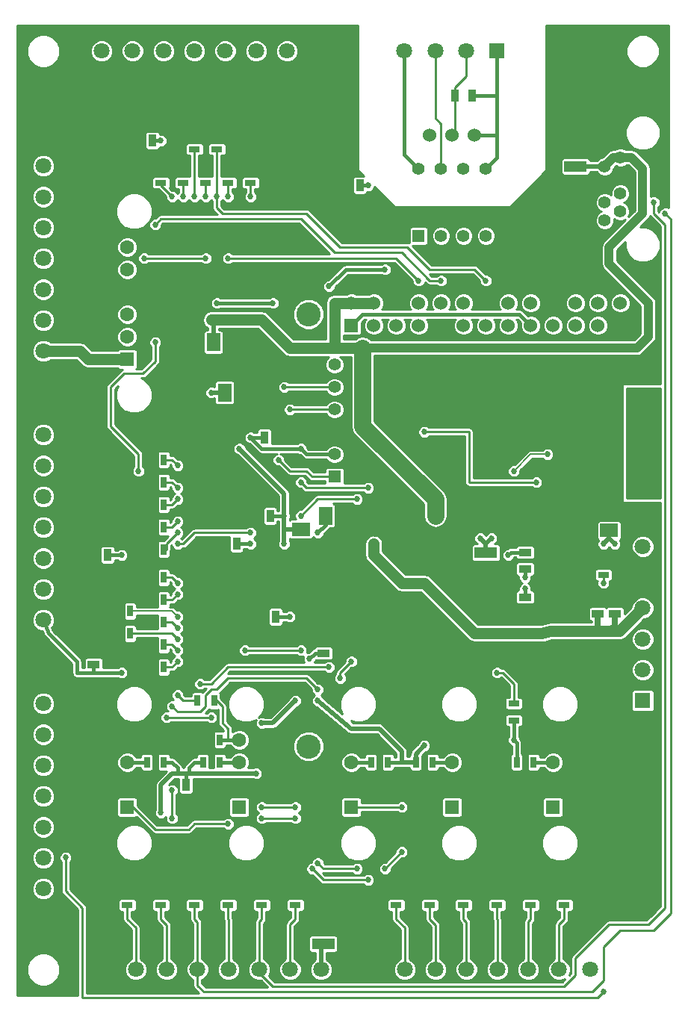
<source format=gbl>
%FSLAX46Y46*%
G04 Gerber Fmt 4.6, Leading zero omitted, Abs format (unit mm)*
G04 Created by KiCad (PCBNEW (2014-10-08 BZR 5171)-product) date 10/19/2014 5:22:49 PM*
%MOMM*%
G01*
G04 APERTURE LIST*
%ADD10C,0.100000*%
%ADD11R,1.524000X1.524000*%
%ADD12C,1.524000*%
%ADD13C,2.750000*%
%ADD14R,1.524000X2.032000*%
%ADD15R,0.889000X1.397000*%
%ADD16R,2.540000X1.270000*%
%ADD17R,1.397000X0.889000*%
%ADD18R,2.032000X1.524000*%
%ADD19R,1.397000X1.397000*%
%ADD20C,1.397000*%
%ADD21R,1.600200X1.600200*%
%ADD22C,1.600200*%
%ADD23C,1.408000*%
%ADD24R,0.700000X1.300000*%
%ADD25R,1.300000X0.700000*%
%ADD26R,1.800000X1.800000*%
%ADD27C,1.800000*%
%ADD28C,0.685800*%
%ADD29C,0.508000*%
%ADD30C,0.381000*%
%ADD31C,0.254000*%
%ADD32C,0.635000*%
%ADD33C,1.270000*%
%ADD34C,1.016000*%
%ADD35C,1.905000*%
%ADD36C,0.177800*%
G04 APERTURE END LIST*
D10*
D11*
X156845000Y-70485000D03*
D12*
X156845000Y-67945000D03*
X159385000Y-70485000D03*
X159385000Y-67945000D03*
X161925000Y-70485000D03*
X161925000Y-67945000D03*
X164465000Y-70485000D03*
X164465000Y-67945000D03*
X167005000Y-70485000D03*
X167005000Y-67945000D03*
X169545000Y-70485000D03*
X169545000Y-67945000D03*
X172085000Y-70485000D03*
X172085000Y-67945000D03*
X174625000Y-70485000D03*
X174625000Y-67945000D03*
X177165000Y-70485000D03*
X177165000Y-67945000D03*
X179705000Y-70485000D03*
X179705000Y-67945000D03*
X182245000Y-70485000D03*
X182245000Y-67945000D03*
X184785000Y-70485000D03*
X184785000Y-67945000D03*
X187325000Y-70485000D03*
X187325000Y-67945000D03*
D13*
X151975000Y-69215000D03*
X151975000Y-118215000D03*
D14*
X153924000Y-92075000D03*
X157226000Y-92075000D03*
D15*
X170497500Y-44450000D03*
X168592500Y-44450000D03*
D16*
X186055000Y-105156000D03*
X186055000Y-108204000D03*
X182880000Y-105156000D03*
X182880000Y-108204000D03*
D17*
X186690000Y-103187500D03*
X186690000Y-101282500D03*
X184785000Y-103187500D03*
X184785000Y-101282500D03*
X176530000Y-98107500D03*
X176530000Y-96202500D03*
D16*
X182245000Y-52451000D03*
X182245000Y-55499000D03*
X153670000Y-140589000D03*
X153670000Y-137541000D03*
D17*
X176530000Y-101282500D03*
X176530000Y-103187500D03*
D18*
X186055000Y-93726000D03*
X186055000Y-90424000D03*
D16*
X172085000Y-96266000D03*
X172085000Y-99314000D03*
D15*
X138112500Y-122555000D03*
X140017500Y-122555000D03*
X129222500Y-96520000D03*
X127317500Y-96520000D03*
D17*
X127635000Y-108902500D03*
X127635000Y-106997500D03*
D15*
X134302500Y-49530000D03*
X132397500Y-49530000D03*
X157797500Y-54610000D03*
X155892500Y-54610000D03*
D17*
X153670000Y-107632500D03*
X153670000Y-105727500D03*
D14*
X141224000Y-72390000D03*
X144526000Y-72390000D03*
D18*
X151130000Y-93599000D03*
X151130000Y-96901000D03*
D14*
X142494000Y-78105000D03*
X145796000Y-78105000D03*
D15*
X147637500Y-92075000D03*
X145732500Y-92075000D03*
X143827500Y-95250000D03*
X141922500Y-95250000D03*
X147002500Y-83185000D03*
X148907500Y-83185000D03*
X148272500Y-103505000D03*
X146367500Y-103505000D03*
D19*
X154940000Y-87630000D03*
D20*
X154940000Y-85090000D03*
X154940000Y-82550000D03*
X154940000Y-80010000D03*
X154940000Y-77470000D03*
X154940000Y-74930000D03*
D21*
X179705000Y-125095000D03*
D22*
X179705000Y-122555000D03*
X179705000Y-120015000D03*
X179705000Y-117475000D03*
D21*
X168275000Y-125095000D03*
D22*
X168275000Y-122555000D03*
X168275000Y-120015000D03*
X168275000Y-117475000D03*
D21*
X156845000Y-125095000D03*
D22*
X156845000Y-122555000D03*
X156845000Y-120015000D03*
X156845000Y-117475000D03*
D21*
X131445000Y-74295000D03*
D22*
X131445000Y-71755000D03*
X131445000Y-69215000D03*
X131445000Y-66675000D03*
X131445000Y-64135000D03*
X131445000Y-61595000D03*
D21*
X144145000Y-125095000D03*
D22*
X144145000Y-122555000D03*
X144145000Y-120015000D03*
X144145000Y-117475000D03*
D21*
X131445000Y-125095000D03*
D22*
X131445000Y-122555000D03*
X131445000Y-120015000D03*
X131445000Y-117475000D03*
D23*
X187325000Y-51435000D03*
X185545000Y-52455000D03*
X187325000Y-53475000D03*
X185545000Y-54495000D03*
X187325000Y-55515000D03*
X185545000Y-56535000D03*
X187325000Y-57555000D03*
X185545000Y-58575000D03*
D24*
X133670000Y-109220000D03*
X135570000Y-109220000D03*
X133670000Y-106680000D03*
X135570000Y-106680000D03*
X129860000Y-105410000D03*
X131760000Y-105410000D03*
X133670000Y-104140000D03*
X135570000Y-104140000D03*
X129860000Y-102870000D03*
X131760000Y-102870000D03*
X133670000Y-101600000D03*
X135570000Y-101600000D03*
X133670000Y-99060000D03*
X135570000Y-99060000D03*
X133670000Y-95885000D03*
X135570000Y-95885000D03*
X133670000Y-93345000D03*
X135570000Y-93345000D03*
X133670000Y-90805000D03*
X135570000Y-90805000D03*
X133670000Y-88265000D03*
X135570000Y-88265000D03*
X133670000Y-85725000D03*
X135570000Y-85725000D03*
D25*
X135255000Y-52390000D03*
X135255000Y-54290000D03*
X137795000Y-52390000D03*
X137795000Y-54290000D03*
X139065000Y-48580000D03*
X139065000Y-50480000D03*
X140335000Y-52390000D03*
X140335000Y-54290000D03*
X141605000Y-48580000D03*
X141605000Y-50480000D03*
X142875000Y-52390000D03*
X142875000Y-54290000D03*
X145415000Y-52390000D03*
X145415000Y-54290000D03*
X180975000Y-134305000D03*
X180975000Y-136205000D03*
X177165000Y-134305000D03*
X177165000Y-136205000D03*
X173355000Y-134305000D03*
X173355000Y-136205000D03*
X169545000Y-134305000D03*
X169545000Y-136205000D03*
X165735000Y-134305000D03*
X165735000Y-136205000D03*
X161925000Y-134305000D03*
X161925000Y-136205000D03*
D24*
X177480000Y-120015000D03*
X175580000Y-120015000D03*
X166050000Y-120015000D03*
X164150000Y-120015000D03*
X159070000Y-120015000D03*
X160970000Y-120015000D03*
D25*
X150495000Y-134305000D03*
X150495000Y-136205000D03*
X146685000Y-134305000D03*
X146685000Y-136205000D03*
X142875000Y-134305000D03*
X142875000Y-136205000D03*
X139065000Y-134305000D03*
X139065000Y-136205000D03*
X135255000Y-134305000D03*
X135255000Y-136205000D03*
X131445000Y-134305000D03*
X131445000Y-136205000D03*
D24*
X141920000Y-120015000D03*
X140020000Y-120015000D03*
X133670000Y-120015000D03*
X135570000Y-120015000D03*
X141285000Y-113030000D03*
X139385000Y-113030000D03*
X140020000Y-117475000D03*
X141920000Y-117475000D03*
D25*
X185420000Y-96840000D03*
X185420000Y-98740000D03*
X175260000Y-113350000D03*
X175260000Y-115250000D03*
D12*
X168275000Y-48895000D03*
X170815000Y-48895000D03*
X165735000Y-48895000D03*
D19*
X164465000Y-60325000D03*
D20*
X167005000Y-60325000D03*
X169545000Y-60325000D03*
X172085000Y-60325000D03*
X172085000Y-52705000D03*
X169545000Y-52705000D03*
X167005000Y-52705000D03*
X164465000Y-52705000D03*
D26*
X128905000Y-143510000D03*
D27*
X132405000Y-143510000D03*
X135905000Y-143510000D03*
X139405000Y-143510000D03*
X142905000Y-143510000D03*
X146405000Y-143510000D03*
X149905000Y-143510000D03*
X153405000Y-143510000D03*
D26*
X159385000Y-143510000D03*
D27*
X162885000Y-143510000D03*
X166385000Y-143510000D03*
X169885000Y-143510000D03*
X173385000Y-143510000D03*
X176885000Y-143510000D03*
X180385000Y-143510000D03*
X183885000Y-143510000D03*
D26*
X153035000Y-39370000D03*
D27*
X149535000Y-39370000D03*
X146035000Y-39370000D03*
X142535000Y-39370000D03*
X139035000Y-39370000D03*
X135535000Y-39370000D03*
X132035000Y-39370000D03*
X128535000Y-39370000D03*
D26*
X173355000Y-39370000D03*
D27*
X169855000Y-39370000D03*
X166355000Y-39370000D03*
X162855000Y-39370000D03*
D26*
X121920000Y-109855000D03*
D27*
X121920000Y-113355000D03*
X121920000Y-116855000D03*
X121920000Y-120355000D03*
X121920000Y-123855000D03*
X121920000Y-127355000D03*
X121920000Y-130855000D03*
X121920000Y-134355000D03*
D26*
X121920000Y-79375000D03*
D27*
X121920000Y-82875000D03*
X121920000Y-86375000D03*
X121920000Y-89875000D03*
X121920000Y-93375000D03*
X121920000Y-96875000D03*
X121920000Y-100375000D03*
X121920000Y-103875000D03*
D26*
X121920000Y-48895000D03*
D27*
X121920000Y-52395000D03*
X121920000Y-55895000D03*
X121920000Y-59395000D03*
X121920000Y-62895000D03*
X121920000Y-66395000D03*
X121920000Y-69895000D03*
X121920000Y-73395000D03*
D26*
X189865000Y-113030000D03*
D27*
X189865000Y-109530000D03*
X189865000Y-106030000D03*
X189865000Y-102530000D03*
X189865000Y-99030000D03*
X189865000Y-95530000D03*
X189865000Y-92030000D03*
X189865000Y-88530000D03*
D28*
X144145000Y-84455000D03*
X147955000Y-67945000D03*
X141605000Y-67945000D03*
X151130000Y-84455000D03*
X149225000Y-95250000D03*
X149225000Y-92075000D03*
X145415000Y-95250000D03*
X149860000Y-103505000D03*
X145415000Y-83185000D03*
X140970000Y-78105000D03*
X159385000Y-95250000D03*
X159385000Y-96520000D03*
X132080000Y-132080000D03*
X138430000Y-64770000D03*
X186690000Y-133985000D03*
X187960000Y-133985000D03*
X189230000Y-133985000D03*
X161290000Y-108585000D03*
X161290000Y-107315000D03*
X146050000Y-76200000D03*
X146050000Y-73025000D03*
X188595000Y-71755000D03*
X149860000Y-88265000D03*
X181610000Y-97155000D03*
X180340000Y-97155000D03*
X179070000Y-97155000D03*
X181610000Y-102235000D03*
X180340000Y-102235000D03*
X179070000Y-102235000D03*
X176530000Y-104140000D03*
X173990000Y-106680000D03*
X173990000Y-104140000D03*
X172720000Y-106680000D03*
X172720000Y-104140000D03*
X171450000Y-106680000D03*
X171450000Y-104140000D03*
X180340000Y-103505000D03*
X189230000Y-74295000D03*
X186055000Y-74295000D03*
X184785000Y-74295000D03*
X189230000Y-71120000D03*
X189230000Y-69850000D03*
X185420000Y-85725000D03*
X184150000Y-85090000D03*
X182245000Y-84455000D03*
X180975000Y-84455000D03*
X177165000Y-86360000D03*
X173990000Y-86995000D03*
X172720000Y-86995000D03*
X171450000Y-86995000D03*
X173990000Y-90805000D03*
X172720000Y-90805000D03*
X171450000Y-90805000D03*
X179705000Y-76200000D03*
X177800000Y-76200000D03*
X182245000Y-79375000D03*
X180975000Y-79375000D03*
X161925000Y-76835000D03*
X161925000Y-79375000D03*
X161925000Y-81915000D03*
X130810000Y-95250000D03*
X137160000Y-96520000D03*
X137160000Y-85090000D03*
X154940000Y-58420000D03*
X149860000Y-59690000D03*
X151130000Y-59690000D03*
X148590000Y-59690000D03*
X149225000Y-61595000D03*
X168910000Y-65405000D03*
X135255000Y-55880000D03*
X146685000Y-59690000D03*
X136525000Y-49530000D03*
X137160000Y-109855000D03*
X130810000Y-108585000D03*
X145415000Y-97155000D03*
X149225000Y-99695000D03*
X153035000Y-95885000D03*
X141605000Y-125095000D03*
X150495000Y-111760000D03*
X137795000Y-80645000D03*
X137160000Y-98425000D03*
X173355000Y-111760000D03*
X191135000Y-78105000D03*
X190500000Y-78740000D03*
X189865000Y-78105000D03*
X189230000Y-78740000D03*
X188595000Y-78105000D03*
X165100000Y-82550000D03*
X177800000Y-88265000D03*
X176530000Y-99060000D03*
X174625000Y-96520000D03*
X175260000Y-117475000D03*
X165100000Y-118110000D03*
X135255000Y-125730000D03*
X186055000Y-63500000D03*
X150495000Y-113030000D03*
X146685000Y-115570000D03*
X146050000Y-121285000D03*
X153035000Y-113030000D03*
X142240000Y-69850000D03*
X140970000Y-69850000D03*
X166370000Y-90805000D03*
X166370000Y-92075000D03*
X130810000Y-109855000D03*
X158750000Y-54610000D03*
X135255000Y-49530000D03*
X130810000Y-96520000D03*
X152080000Y-108270000D03*
X176530000Y-100330000D03*
X185420000Y-95250000D03*
X186690000Y-95250000D03*
X172720000Y-94615000D03*
X171450000Y-94615000D03*
X154305000Y-66040000D03*
X160655000Y-64135000D03*
X151130000Y-92075000D03*
X157480000Y-90170000D03*
X158750000Y-88900000D03*
X151130000Y-88265000D03*
X148590000Y-85725000D03*
X149860000Y-80010000D03*
X139065000Y-55880000D03*
X149225000Y-77470000D03*
X137795000Y-55880000D03*
X162560000Y-125095000D03*
X140970000Y-114935000D03*
X135890000Y-114935000D03*
X162560000Y-130175000D03*
X160655000Y-132080000D03*
X157480000Y-132080000D03*
X153035000Y-131445000D03*
X150495000Y-125095000D03*
X146685000Y-125095000D03*
X158750000Y-133350000D03*
X152400000Y-132080000D03*
X150495000Y-126365000D03*
X146685000Y-126365000D03*
X142875000Y-127000000D03*
X191135000Y-56515000D03*
X192405000Y-57785000D03*
X137160000Y-106045000D03*
X145415000Y-93980000D03*
X137160000Y-95250000D03*
X137160000Y-112395000D03*
X153035000Y-111760000D03*
X136525000Y-113665000D03*
X132715000Y-86995000D03*
X134620000Y-72390000D03*
X134620000Y-59055000D03*
X167005000Y-65405000D03*
X175260000Y-86995000D03*
X179070000Y-85090000D03*
X173355000Y-109855000D03*
X140335000Y-62865000D03*
X133350000Y-62865000D03*
X124460000Y-130810000D03*
X185420000Y-146050000D03*
X140335000Y-55880000D03*
X151130000Y-107315000D03*
X144780000Y-107315000D03*
X137160000Y-108585000D03*
X137160000Y-107315000D03*
X137160000Y-104775000D03*
X137160000Y-103505000D03*
X137160000Y-100965000D03*
X137160000Y-99695000D03*
X137160000Y-93980000D03*
X137160000Y-92710000D03*
X137160000Y-90170000D03*
X137160000Y-88900000D03*
X137160000Y-86360000D03*
X136525000Y-55880000D03*
X142875000Y-55880000D03*
X164465000Y-65405000D03*
X142875000Y-62865000D03*
X145415000Y-55880000D03*
X155575000Y-110490000D03*
X156845000Y-108585000D03*
X141605000Y-55880000D03*
X172085000Y-65405000D03*
X154305000Y-109220000D03*
X139700000Y-111125000D03*
X136525000Y-126365000D03*
X136525000Y-123190000D03*
X185420000Y-99695000D03*
X153035000Y-93980000D03*
D29*
X149225000Y-92075000D02*
X149225000Y-89535000D01*
X149225000Y-89535000D02*
X144145000Y-84455000D01*
D30*
X147955000Y-67945000D02*
X141605000Y-67945000D01*
X151765000Y-85090000D02*
X154940000Y-85090000D01*
X151130000Y-84455000D02*
X151765000Y-85090000D01*
D29*
X149225000Y-93980000D02*
X149225000Y-95250000D01*
X149225000Y-92075000D02*
X149225000Y-93980000D01*
X149225000Y-93599000D02*
X149225000Y-93980000D01*
X151130000Y-93599000D02*
X149225000Y-93599000D01*
D30*
X147637500Y-92075000D02*
X149225000Y-92075000D01*
X143827500Y-95250000D02*
X145415000Y-95250000D01*
X148272500Y-103505000D02*
X149860000Y-103505000D01*
X146685000Y-84455000D02*
X145415000Y-83185000D01*
X146685000Y-84455000D02*
X151130000Y-84455000D01*
X147002500Y-83185000D02*
X145415000Y-83185000D01*
D29*
X142494000Y-78105000D02*
X140970000Y-78105000D01*
D30*
X170497500Y-44450000D02*
X173355000Y-44450000D01*
X170815000Y-48895000D02*
X173355000Y-48895000D01*
X173355000Y-39370000D02*
X173355000Y-44450000D01*
X173355000Y-44450000D02*
X173355000Y-48895000D01*
X173355000Y-48895000D02*
X173355000Y-51435000D01*
X173355000Y-51435000D02*
X172085000Y-52705000D01*
D31*
X168592500Y-44450000D02*
X168592500Y-48577500D01*
X168592500Y-48577500D02*
X168275000Y-48895000D01*
X168592500Y-43497500D02*
X169545000Y-42545000D01*
X169855000Y-42235000D02*
X169855000Y-39370000D01*
X169855000Y-42235000D02*
X169545000Y-42545000D01*
X168592500Y-44450000D02*
X168592500Y-43497500D01*
D32*
X186690000Y-103187500D02*
X186690000Y-104521000D01*
X186690000Y-104521000D02*
X186055000Y-105156000D01*
X184785000Y-103187500D02*
X184785000Y-105156000D01*
X184785000Y-105156000D02*
X184785000Y-105410000D01*
X184785000Y-105410000D02*
X186055000Y-105156000D01*
D33*
X182880000Y-105156000D02*
X179324000Y-105156000D01*
X162560000Y-99695000D02*
X159385000Y-96520000D01*
X170815000Y-105410000D02*
X165100000Y-99695000D01*
X174625000Y-105410000D02*
X170815000Y-105410000D01*
X176530000Y-105410000D02*
X174625000Y-105410000D01*
X178435000Y-105410000D02*
X176530000Y-105410000D01*
X165100000Y-99695000D02*
X162560000Y-99695000D01*
X179324000Y-105156000D02*
X178435000Y-105410000D01*
X159385000Y-95250000D02*
X159385000Y-96520000D01*
X189865000Y-102530000D02*
X187239000Y-105156000D01*
X187239000Y-105156000D02*
X182880000Y-105156000D01*
D30*
X176530000Y-103187500D02*
X176530000Y-104140000D01*
X176530000Y-104140000D02*
X176530000Y-104140000D01*
D31*
X170180000Y-82550000D02*
X165100000Y-82550000D01*
X170180000Y-88265000D02*
X170180000Y-82550000D01*
X177800000Y-88265000D02*
X170180000Y-88265000D01*
D30*
X176530000Y-98107500D02*
X176530000Y-99060000D01*
X176530000Y-96202500D02*
X174942500Y-96202500D01*
X174942500Y-96202500D02*
X174625000Y-96520000D01*
X175580000Y-120015000D02*
X175580000Y-117795000D01*
X175580000Y-117795000D02*
X175260000Y-117475000D01*
X175260000Y-115250000D02*
X175260000Y-117475000D01*
D29*
X165100000Y-118110000D02*
X164150000Y-119060000D01*
X164150000Y-119060000D02*
X164150000Y-120015000D01*
D30*
X140020000Y-120015000D02*
X139065000Y-120015000D01*
X138430000Y-120650000D02*
X138430000Y-121285000D01*
X139065000Y-120015000D02*
X138430000Y-120650000D01*
X135570000Y-120015000D02*
X136525000Y-120015000D01*
X137160000Y-120650000D02*
X137160000Y-121285000D01*
X136525000Y-120015000D02*
X137160000Y-120650000D01*
D29*
X146050000Y-121285000D02*
X138430000Y-121285000D01*
X137795000Y-121285000D02*
X137160000Y-121285000D01*
X138430000Y-121285000D02*
X137795000Y-121285000D01*
X137160000Y-121285000D02*
X136525000Y-121285000D01*
X135255000Y-122555000D02*
X136525000Y-121285000D01*
X135255000Y-122555000D02*
X135255000Y-125730000D01*
D34*
X186690000Y-73025000D02*
X189230000Y-73025000D01*
X186690000Y-73025000D02*
X160020000Y-73025000D01*
X158115000Y-73025000D02*
X160020000Y-73025000D01*
X186055000Y-63500000D02*
X190500000Y-67945000D01*
X190500000Y-67945000D02*
X190500000Y-70485000D01*
X188595000Y-51435000D02*
X187325000Y-51435000D01*
X189865000Y-57785000D02*
X186055000Y-61595000D01*
X189865000Y-52705000D02*
X189865000Y-57785000D01*
X188595000Y-51435000D02*
X189865000Y-52705000D01*
X186055000Y-61595000D02*
X186055000Y-63500000D01*
X190500000Y-71755000D02*
X190500000Y-70485000D01*
X189230000Y-73025000D02*
X190500000Y-71755000D01*
D29*
X146685000Y-115570000D02*
X147955000Y-115570000D01*
X147955000Y-115570000D02*
X150495000Y-113030000D01*
D30*
X139065000Y-121285000D02*
X146050000Y-121285000D01*
D29*
X162560000Y-118745000D02*
X162560000Y-120015000D01*
X153035000Y-113030000D02*
X156845000Y-116205000D01*
X156845000Y-116205000D02*
X160020000Y-116205000D01*
X160020000Y-116205000D02*
X162560000Y-118745000D01*
D30*
X160970000Y-120015000D02*
X162560000Y-120015000D01*
D29*
X162560000Y-120015000D02*
X164150000Y-120015000D01*
D33*
X140970000Y-69850000D02*
X142240000Y-69850000D01*
X140970000Y-69850000D02*
X144780000Y-69850000D01*
X144780000Y-69850000D02*
X140970000Y-69850000D01*
X149860000Y-73025000D02*
X146685000Y-69850000D01*
X146685000Y-69850000D02*
X144780000Y-69850000D01*
X149860000Y-73025000D02*
X154940000Y-73025000D01*
D35*
X166370000Y-92075000D02*
X166370000Y-90805000D01*
X166370000Y-90170000D02*
X166370000Y-90170000D01*
X166370000Y-90170000D02*
X166370000Y-90805000D01*
X158115000Y-81915000D02*
X158115000Y-73025000D01*
X158115000Y-81915000D02*
X166370000Y-90170000D01*
D33*
X156845000Y-67945000D02*
X156210000Y-67945000D01*
X156210000Y-67945000D02*
X154940000Y-67945000D01*
X154940000Y-67945000D02*
X154940000Y-73025000D01*
X154940000Y-73025000D02*
X158115000Y-73025000D01*
X127000000Y-74295000D02*
X131445000Y-74295000D01*
X126100000Y-73395000D02*
X127000000Y-74295000D01*
X121920000Y-73395000D02*
X126100000Y-73395000D01*
X159385000Y-67945000D02*
X156845000Y-67945000D01*
D34*
X187325000Y-51435000D02*
X186565000Y-51435000D01*
X186565000Y-51435000D02*
X185545000Y-52455000D01*
D30*
X127635000Y-109855000D02*
X125730000Y-109855000D01*
X130810000Y-109855000D02*
X127635000Y-109855000D01*
X125730000Y-109855000D02*
X125730000Y-108585000D01*
X125730000Y-108585000D02*
X122555000Y-105410000D01*
X122555000Y-105410000D02*
X121920000Y-103875000D01*
X157797500Y-54610000D02*
X158750000Y-54610000D01*
X134302500Y-49530000D02*
X135255000Y-49530000D01*
X130810000Y-96520000D02*
X129222500Y-96520000D01*
X127635000Y-108902500D02*
X127635000Y-109855000D01*
X138112500Y-121285000D02*
X137795000Y-121285000D01*
X138112500Y-122555000D02*
X138112500Y-121285000D01*
D29*
X182249000Y-52455000D02*
X182245000Y-52451000D01*
X185545000Y-52455000D02*
X182249000Y-52455000D01*
X153405000Y-140854000D02*
X153670000Y-140589000D01*
X153405000Y-143510000D02*
X153405000Y-140854000D01*
D30*
X152080000Y-108270000D02*
X152717500Y-107632500D01*
X152717500Y-107632500D02*
X153670000Y-107632500D01*
D29*
X141224000Y-70104000D02*
X140970000Y-69850000D01*
X141224000Y-72390000D02*
X141224000Y-70104000D01*
D30*
X176530000Y-101282500D02*
X176530000Y-100330000D01*
D29*
X186055000Y-94615000D02*
X185420000Y-95250000D01*
X186055000Y-94615000D02*
X186690000Y-95250000D01*
X186055000Y-93726000D02*
X186055000Y-94615000D01*
X172085000Y-95250000D02*
X172720000Y-94615000D01*
X172085000Y-95250000D02*
X171450000Y-94615000D01*
X172085000Y-96266000D02*
X172085000Y-95250000D01*
D30*
X156210000Y-64135000D02*
X160655000Y-64135000D01*
X154305000Y-66040000D02*
X156210000Y-64135000D01*
X175895000Y-69215000D02*
X158115000Y-69215000D01*
X158115000Y-69215000D02*
X156845000Y-70485000D01*
X177165000Y-70485000D02*
X175895000Y-69215000D01*
D31*
X151130000Y-92075000D02*
X153035000Y-90170000D01*
X157480000Y-90170000D02*
X153035000Y-90170000D01*
X158750000Y-88900000D02*
X151765000Y-88900000D01*
X151130000Y-88265000D02*
X151765000Y-88900000D01*
X154940000Y-87630000D02*
X152400000Y-87630000D01*
X149860000Y-86995000D02*
X148590000Y-85725000D01*
X151765000Y-86995000D02*
X149860000Y-86995000D01*
X152400000Y-87630000D02*
X151765000Y-86995000D01*
X149860000Y-80010000D02*
X154940000Y-80010000D01*
X139065000Y-55245000D02*
X139065000Y-50480000D01*
X139065000Y-55880000D02*
X139065000Y-55245000D01*
X154940000Y-77470000D02*
X149225000Y-77470000D01*
X137795000Y-55245000D02*
X137795000Y-54290000D01*
X137795000Y-55880000D02*
X137795000Y-55245000D01*
X180385000Y-138385000D02*
X180975000Y-137795000D01*
X180975000Y-137795000D02*
X180975000Y-136205000D01*
X180385000Y-143510000D02*
X180385000Y-138385000D01*
D30*
X177480000Y-120015000D02*
X179705000Y-120015000D01*
D31*
X176885000Y-138075000D02*
X177165000Y-137795000D01*
X177165000Y-137795000D02*
X177165000Y-136205000D01*
X176885000Y-143510000D02*
X176885000Y-138075000D01*
D30*
X166050000Y-120015000D02*
X168275000Y-120015000D01*
D31*
X156845000Y-125095000D02*
X162560000Y-125095000D01*
X173385000Y-137825000D02*
X173355000Y-137795000D01*
X173355000Y-137795000D02*
X173355000Y-136205000D01*
X173385000Y-143510000D02*
X173385000Y-137825000D01*
D30*
X156845000Y-120015000D02*
X159070000Y-120015000D01*
D31*
X137160000Y-114935000D02*
X140970000Y-114935000D01*
X135890000Y-114935000D02*
X137160000Y-114935000D01*
X142905000Y-137825000D02*
X142875000Y-137795000D01*
X142875000Y-137795000D02*
X142875000Y-136205000D01*
X142905000Y-143510000D02*
X142905000Y-137825000D01*
X160655000Y-132080000D02*
X162560000Y-130175000D01*
X153670000Y-132080000D02*
X157480000Y-132080000D01*
X153035000Y-131445000D02*
X153670000Y-132080000D01*
X146685000Y-125095000D02*
X150495000Y-125095000D01*
X169885000Y-138135000D02*
X169545000Y-137795000D01*
X169545000Y-137795000D02*
X169545000Y-136205000D01*
X169885000Y-143510000D02*
X169885000Y-138135000D01*
D30*
X141920000Y-120015000D02*
X144145000Y-120015000D01*
D31*
X141285000Y-113030000D02*
X141605000Y-113030000D01*
X141605000Y-113030000D02*
X142240000Y-113665000D01*
X142240000Y-113665000D02*
X142240000Y-115570000D01*
X142240000Y-115570000D02*
X142875000Y-116205000D01*
X142875000Y-116205000D02*
X142875000Y-117475000D01*
D30*
X141920000Y-117475000D02*
X142875000Y-117475000D01*
X142875000Y-117475000D02*
X144145000Y-117475000D01*
D31*
X131445000Y-125095000D02*
X132080000Y-125095000D01*
X132080000Y-125095000D02*
X133350000Y-126365000D01*
X153670000Y-133350000D02*
X158750000Y-133350000D01*
X152400000Y-132080000D02*
X153670000Y-133350000D01*
X146685000Y-126365000D02*
X150495000Y-126365000D01*
X139065000Y-127000000D02*
X142875000Y-127000000D01*
X138430000Y-127635000D02*
X139065000Y-127000000D01*
X134620000Y-127635000D02*
X138430000Y-127635000D01*
X133350000Y-126365000D02*
X134620000Y-127635000D01*
X166385000Y-138445000D02*
X165735000Y-137795000D01*
X165735000Y-137795000D02*
X165735000Y-136205000D01*
X166385000Y-143510000D02*
X166385000Y-138445000D01*
D30*
X133670000Y-120015000D02*
X131445000Y-120015000D01*
D31*
X191135000Y-56515000D02*
X191135000Y-57785000D01*
X147955000Y-145415000D02*
X178435000Y-145415000D01*
X147955000Y-145415000D02*
X146405000Y-143865000D01*
X180975000Y-145415000D02*
X178435000Y-145415000D01*
X182245000Y-144145000D02*
X180975000Y-145415000D01*
X182245000Y-142240000D02*
X182245000Y-144145000D01*
X186055000Y-138430000D02*
X182245000Y-142240000D01*
X190500000Y-138430000D02*
X186055000Y-138430000D01*
X191135000Y-137795000D02*
X190500000Y-138430000D01*
X192405000Y-136525000D02*
X191135000Y-137795000D01*
X192405000Y-59055000D02*
X192405000Y-136525000D01*
X191135000Y-57785000D02*
X192405000Y-59055000D01*
X146405000Y-143510000D02*
X146405000Y-143865000D01*
X146405000Y-138075000D02*
X146685000Y-137795000D01*
X146685000Y-137795000D02*
X146685000Y-136205000D01*
X146405000Y-143510000D02*
X146405000Y-138075000D01*
X192405000Y-137795000D02*
X193040000Y-137160000D01*
X139405000Y-143510000D02*
X139405000Y-145323198D01*
X140131802Y-146050000D02*
X180340000Y-146050000D01*
X139405000Y-145323198D02*
X140131802Y-146050000D01*
X192405000Y-137795000D02*
X191135000Y-139065000D01*
X191135000Y-139065000D02*
X187325000Y-139065000D01*
X187325000Y-139065000D02*
X186690000Y-139700000D01*
X180340000Y-146050000D02*
X184150000Y-146050000D01*
X184150000Y-146050000D02*
X185420000Y-144780000D01*
X185420000Y-144780000D02*
X185420000Y-140970000D01*
X185420000Y-140970000D02*
X186690000Y-139700000D01*
X193040000Y-58420000D02*
X193040000Y-135890000D01*
X192405000Y-57785000D02*
X193040000Y-58420000D01*
X193040000Y-137160000D02*
X193040000Y-135890000D01*
X139405000Y-138135000D02*
X139065000Y-137795000D01*
X139405000Y-143510000D02*
X139405000Y-138135000D01*
X139065000Y-137795000D02*
X139065000Y-136205000D01*
X137160000Y-106045000D02*
X136525000Y-105410000D01*
X136525000Y-105410000D02*
X131760000Y-105410000D01*
X145415000Y-93980000D02*
X139065000Y-93980000D01*
X139065000Y-93980000D02*
X137795000Y-95250000D01*
X137795000Y-95250000D02*
X137160000Y-95250000D01*
X139385000Y-113030000D02*
X137795000Y-113030000D01*
X137795000Y-113030000D02*
X137160000Y-112395000D01*
X137795000Y-114300000D02*
X137160000Y-114300000D01*
X134620000Y-74549000D02*
X134620000Y-74295000D01*
X134620000Y-72390000D02*
X134620000Y-74295000D01*
X140335000Y-112395000D02*
X140335000Y-113665000D01*
X141605000Y-111760000D02*
X140970000Y-111760000D01*
X140970000Y-111760000D02*
X140335000Y-112395000D01*
X153035000Y-111760000D02*
X151765000Y-110490000D01*
X151765000Y-110490000D02*
X142875000Y-110490000D01*
X142875000Y-110490000D02*
X141605000Y-111760000D01*
X140335000Y-113665000D02*
X139700000Y-114300000D01*
X137795000Y-114300000D02*
X139700000Y-114300000D01*
X132715000Y-85090000D02*
X132715000Y-86995000D01*
X129540000Y-77470000D02*
X129540000Y-81915000D01*
X129540000Y-81915000D02*
X132715000Y-85090000D01*
X133223000Y-75946000D02*
X131064000Y-75946000D01*
X131064000Y-75946000D02*
X129794000Y-77216000D01*
X133223000Y-75946000D02*
X134620000Y-74549000D01*
X129794000Y-77216000D02*
X129540000Y-77470000D01*
X137160000Y-114300000D02*
X136525000Y-113665000D01*
X134620000Y-72390000D02*
X134620000Y-72644000D01*
X165735000Y-65405000D02*
X162560000Y-62230000D01*
X162560000Y-62230000D02*
X154940000Y-62230000D01*
X154940000Y-62230000D02*
X151130000Y-58420000D01*
X151130000Y-58420000D02*
X135255000Y-58420000D01*
X135255000Y-58420000D02*
X134620000Y-59055000D01*
X167005000Y-65405000D02*
X166370000Y-65405000D01*
X166370000Y-65405000D02*
X165735000Y-65405000D01*
D36*
X175260000Y-86995000D02*
X177165000Y-85090000D01*
X177165000Y-85090000D02*
X179070000Y-85090000D01*
D31*
X173990000Y-109855000D02*
X173355000Y-109855000D01*
X173990000Y-109855000D02*
X175260000Y-111125000D01*
X175260000Y-113350000D02*
X175260000Y-111125000D01*
X181610000Y-146685000D02*
X184785000Y-146685000D01*
X140335000Y-62865000D02*
X133350000Y-62865000D01*
X126365000Y-146685000D02*
X181610000Y-146685000D01*
X126365000Y-136525000D02*
X126365000Y-146685000D01*
X124460000Y-134620000D02*
X126365000Y-136525000D01*
X124460000Y-130810000D02*
X124460000Y-134620000D01*
X184785000Y-146685000D02*
X185420000Y-146050000D01*
X140335000Y-55245000D02*
X140335000Y-54290000D01*
X140335000Y-55880000D02*
X140335000Y-55245000D01*
X151130000Y-107315000D02*
X144780000Y-107315000D01*
X136525000Y-109220000D02*
X135570000Y-109220000D01*
X137160000Y-108585000D02*
X136525000Y-109220000D01*
X136525000Y-106680000D02*
X135570000Y-106680000D01*
X137160000Y-107315000D02*
X136525000Y-106680000D01*
X136525000Y-104140000D02*
X135570000Y-104140000D01*
X137160000Y-104775000D02*
X136525000Y-104140000D01*
D36*
X137160000Y-103505000D02*
X136525000Y-102870000D01*
X136525000Y-102870000D02*
X131760000Y-102870000D01*
D31*
X136525000Y-101600000D02*
X135570000Y-101600000D01*
X137160000Y-100965000D02*
X136525000Y-101600000D01*
X136525000Y-99060000D02*
X135570000Y-99060000D01*
X137160000Y-99695000D02*
X136525000Y-99060000D01*
X135890000Y-95885000D02*
X135570000Y-95885000D01*
X135890000Y-95250000D02*
X135890000Y-95885000D01*
X137160000Y-93980000D02*
X135890000Y-95250000D01*
X136525000Y-93345000D02*
X135570000Y-93345000D01*
X137160000Y-92710000D02*
X136525000Y-93345000D01*
X136525000Y-90805000D02*
X135570000Y-90805000D01*
X137160000Y-90170000D02*
X136525000Y-90805000D01*
X136525000Y-88265000D02*
X135570000Y-88265000D01*
X137160000Y-88900000D02*
X136525000Y-88265000D01*
X136525000Y-85725000D02*
X135570000Y-85725000D01*
X137160000Y-86360000D02*
X136525000Y-85725000D01*
X135255000Y-54290000D02*
X135255000Y-54610000D01*
X135890000Y-55245000D02*
X136525000Y-55880000D01*
X135255000Y-54610000D02*
X135890000Y-55245000D01*
X142875000Y-55880000D02*
X142875000Y-55245000D01*
X142875000Y-55245000D02*
X142875000Y-54290000D01*
X164465000Y-65405000D02*
X161925000Y-62865000D01*
X161925000Y-62865000D02*
X142875000Y-62865000D01*
X145415000Y-54290000D02*
X145415000Y-55245000D01*
X145415000Y-55245000D02*
X145415000Y-55880000D01*
X155575000Y-109855000D02*
X155575000Y-110490000D01*
X156845000Y-108585000D02*
X155575000Y-109855000D01*
X162885000Y-138755000D02*
X161925000Y-137795000D01*
X161925000Y-137795000D02*
X161925000Y-136205000D01*
X162885000Y-143510000D02*
X162885000Y-138755000D01*
X141605000Y-55245000D02*
X141605000Y-50480000D01*
X141605000Y-55880000D02*
X141605000Y-55245000D01*
X170815000Y-64135000D02*
X165735000Y-64135000D01*
X165735000Y-64135000D02*
X163195000Y-61595000D01*
X163195000Y-61595000D02*
X155575000Y-61595000D01*
X155575000Y-61595000D02*
X151765000Y-57785000D01*
X151765000Y-57785000D02*
X142240000Y-57785000D01*
X142240000Y-57785000D02*
X141605000Y-57150000D01*
X141605000Y-55880000D02*
X141605000Y-57150000D01*
X172085000Y-65405000D02*
X170815000Y-64135000D01*
X154305000Y-109220000D02*
X142875000Y-109220000D01*
X140970000Y-111125000D02*
X142875000Y-109220000D01*
X139700000Y-111125000D02*
X140970000Y-111125000D01*
X149905000Y-138385000D02*
X150495000Y-137795000D01*
X150495000Y-137795000D02*
X150495000Y-136205000D01*
X149905000Y-143510000D02*
X149905000Y-138385000D01*
X135905000Y-138445000D02*
X135255000Y-137795000D01*
X135255000Y-137795000D02*
X135255000Y-136205000D01*
X135905000Y-143510000D02*
X135905000Y-138445000D01*
X136525000Y-126365000D02*
X136525000Y-123190000D01*
X132405000Y-138755000D02*
X131445000Y-137795000D01*
X131445000Y-137795000D02*
X131445000Y-136205000D01*
X132405000Y-143510000D02*
X132405000Y-138755000D01*
X185420000Y-99695000D02*
X185420000Y-98740000D01*
D30*
X162855000Y-39370000D02*
X162855000Y-51095000D01*
X162855000Y-51095000D02*
X164465000Y-52705000D01*
D31*
X166355000Y-39370000D02*
X166355000Y-46975000D01*
X166355000Y-46975000D02*
X167005000Y-47625000D01*
X167005000Y-47625000D02*
X167005000Y-52705000D01*
D30*
X153924000Y-93091000D02*
X153924000Y-92075000D01*
X153035000Y-93980000D02*
X153924000Y-93091000D01*
D31*
G36*
X191897000Y-90043000D02*
X188595000Y-90043000D01*
X188087000Y-90043000D01*
X188087000Y-88265000D01*
X188087000Y-86360000D01*
X188087000Y-79375000D01*
X188087000Y-78105000D01*
X188087000Y-77597000D01*
X191897000Y-77597000D01*
X191897000Y-90043000D01*
X191897000Y-90043000D01*
G37*
X191897000Y-90043000D02*
X188595000Y-90043000D01*
X188087000Y-90043000D01*
X188087000Y-88265000D01*
X188087000Y-86360000D01*
X188087000Y-79375000D01*
X188087000Y-78105000D01*
X188087000Y-77597000D01*
X191897000Y-77597000D01*
X191897000Y-90043000D01*
G36*
X192786000Y-57159377D02*
X192549624Y-57061226D01*
X192261639Y-57060975D01*
X191995479Y-57170950D01*
X191791665Y-57374408D01*
X191689315Y-57620895D01*
X191643000Y-57574580D01*
X191643000Y-57030743D01*
X191748335Y-56925592D01*
X191858774Y-56659624D01*
X191859025Y-56371639D01*
X191846343Y-56340946D01*
X191846343Y-48247684D01*
X191746195Y-48005307D01*
X191746195Y-38997513D01*
X191460453Y-38305965D01*
X190931818Y-37776406D01*
X190240769Y-37489458D01*
X189492513Y-37488805D01*
X188800965Y-37774547D01*
X188271406Y-38303182D01*
X187984458Y-38994231D01*
X187983805Y-39742487D01*
X188269547Y-40434035D01*
X188798182Y-40963594D01*
X189489231Y-41250542D01*
X190237487Y-41251195D01*
X190929035Y-40965453D01*
X191458594Y-40436818D01*
X191745542Y-39745769D01*
X191746195Y-38997513D01*
X191746195Y-48005307D01*
X191545389Y-47519320D01*
X190988611Y-46961569D01*
X190260774Y-46659345D01*
X189472684Y-46658657D01*
X188744320Y-46959611D01*
X188186569Y-47516389D01*
X187884345Y-48244226D01*
X187883657Y-49032316D01*
X188184611Y-49760680D01*
X188741389Y-50318431D01*
X189469226Y-50620655D01*
X190257316Y-50621343D01*
X190985680Y-50320389D01*
X191543431Y-49763611D01*
X191845655Y-49035774D01*
X191846343Y-48247684D01*
X191846343Y-56340946D01*
X191749050Y-56105479D01*
X191545592Y-55901665D01*
X191279624Y-55791226D01*
X190991639Y-55790975D01*
X190754000Y-55889165D01*
X190754000Y-52705000D01*
X190686329Y-52364795D01*
X190686329Y-52364794D01*
X190493618Y-52076382D01*
X189223618Y-50806382D01*
X188935206Y-50613671D01*
X188595000Y-50546000D01*
X187970634Y-50546000D01*
X187940405Y-50515718D01*
X187541767Y-50350189D01*
X187110127Y-50349812D01*
X186711200Y-50514646D01*
X186679791Y-50546000D01*
X186565000Y-50546000D01*
X186224794Y-50613671D01*
X185936382Y-50806382D01*
X185372914Y-51369849D01*
X185330127Y-51369812D01*
X184931200Y-51534646D01*
X184645347Y-51820000D01*
X183896000Y-51820000D01*
X183896000Y-51740214D01*
X183837996Y-51600180D01*
X183730819Y-51493004D01*
X183590785Y-51435000D01*
X183439214Y-51435000D01*
X180899214Y-51435000D01*
X180759180Y-51493004D01*
X180652004Y-51600181D01*
X180594000Y-51740215D01*
X180594000Y-51891786D01*
X180594000Y-53161786D01*
X180652004Y-53301820D01*
X180759181Y-53408996D01*
X180899215Y-53467000D01*
X181050786Y-53467000D01*
X183590786Y-53467000D01*
X183730820Y-53408996D01*
X183837996Y-53301819D01*
X183896000Y-53161785D01*
X183896000Y-53090000D01*
X184645809Y-53090000D01*
X184929595Y-53374282D01*
X185328233Y-53539811D01*
X185759873Y-53540188D01*
X186158800Y-53375354D01*
X186464282Y-53070405D01*
X186629811Y-52671767D01*
X186629849Y-52627386D01*
X186846221Y-52411014D01*
X187108233Y-52519811D01*
X187539873Y-52520188D01*
X187938800Y-52355354D01*
X187970208Y-52324000D01*
X188226764Y-52324000D01*
X188976000Y-53073236D01*
X188976000Y-57416764D01*
X188259849Y-58132914D01*
X188409811Y-57771767D01*
X188410188Y-57340127D01*
X188245354Y-56941200D01*
X187940405Y-56635718D01*
X187697744Y-56534956D01*
X187938800Y-56435354D01*
X188244282Y-56130405D01*
X188409811Y-55731767D01*
X188410188Y-55300127D01*
X188245354Y-54901200D01*
X187940405Y-54595718D01*
X187541767Y-54430189D01*
X187110127Y-54429812D01*
X186711200Y-54594646D01*
X186405718Y-54899595D01*
X186240189Y-55298233D01*
X186239842Y-55695294D01*
X186160405Y-55615718D01*
X185761767Y-55450189D01*
X185330127Y-55449812D01*
X184931200Y-55614646D01*
X184625718Y-55919595D01*
X184460189Y-56318233D01*
X184459812Y-56749873D01*
X184624646Y-57148800D01*
X184929595Y-57454282D01*
X185172255Y-57555043D01*
X184931200Y-57654646D01*
X184625718Y-57959595D01*
X184460189Y-58358233D01*
X184459812Y-58789873D01*
X184624646Y-59188800D01*
X184929595Y-59494282D01*
X185328233Y-59659811D01*
X185759873Y-59660188D01*
X186158800Y-59495354D01*
X186464282Y-59190405D01*
X186629811Y-58791767D01*
X186630157Y-58394705D01*
X186709595Y-58474282D01*
X187108233Y-58639811D01*
X187539873Y-58640188D01*
X187902348Y-58490415D01*
X185426382Y-60966382D01*
X185233671Y-61254794D01*
X185166000Y-61595000D01*
X185166000Y-63500000D01*
X185233671Y-63840206D01*
X185426382Y-64128618D01*
X189611000Y-68313236D01*
X189611000Y-70485000D01*
X189611000Y-71386764D01*
X188861764Y-72136000D01*
X188468198Y-72136000D01*
X188468198Y-67718641D01*
X188294554Y-67298388D01*
X187973303Y-66976577D01*
X187553354Y-66802199D01*
X187098641Y-66801802D01*
X186678388Y-66975446D01*
X186356577Y-67296697D01*
X186182199Y-67716646D01*
X186181802Y-68171359D01*
X186355446Y-68591612D01*
X186676697Y-68913423D01*
X187096646Y-69087801D01*
X187551359Y-69088198D01*
X187971612Y-68914554D01*
X188293423Y-68593303D01*
X188467801Y-68173354D01*
X188468198Y-67718641D01*
X188468198Y-72136000D01*
X186690000Y-72136000D01*
X185928198Y-72136000D01*
X185928198Y-70258641D01*
X185928198Y-67718641D01*
X185754554Y-67298388D01*
X185433303Y-66976577D01*
X185013354Y-66802199D01*
X184558641Y-66801802D01*
X184138388Y-66975446D01*
X183816577Y-67296697D01*
X183642199Y-67716646D01*
X183641802Y-68171359D01*
X183815446Y-68591612D01*
X184136697Y-68913423D01*
X184556646Y-69087801D01*
X185011359Y-69088198D01*
X185431612Y-68914554D01*
X185753423Y-68593303D01*
X185927801Y-68173354D01*
X185928198Y-67718641D01*
X185928198Y-70258641D01*
X185754554Y-69838388D01*
X185433303Y-69516577D01*
X185013354Y-69342199D01*
X184558641Y-69341802D01*
X184138388Y-69515446D01*
X183816577Y-69836697D01*
X183642199Y-70256646D01*
X183641802Y-70711359D01*
X183815446Y-71131612D01*
X184136697Y-71453423D01*
X184556646Y-71627801D01*
X185011359Y-71628198D01*
X185431612Y-71454554D01*
X185753423Y-71133303D01*
X185927801Y-70713354D01*
X185928198Y-70258641D01*
X185928198Y-72136000D01*
X183388198Y-72136000D01*
X183388198Y-70258641D01*
X183388198Y-67718641D01*
X183214554Y-67298388D01*
X182893303Y-66976577D01*
X182473354Y-66802199D01*
X182018641Y-66801802D01*
X181598388Y-66975446D01*
X181276577Y-67296697D01*
X181102199Y-67716646D01*
X181101802Y-68171359D01*
X181275446Y-68591612D01*
X181596697Y-68913423D01*
X182016646Y-69087801D01*
X182471359Y-69088198D01*
X182891612Y-68914554D01*
X183213423Y-68593303D01*
X183387801Y-68173354D01*
X183388198Y-67718641D01*
X183388198Y-70258641D01*
X183214554Y-69838388D01*
X182893303Y-69516577D01*
X182473354Y-69342199D01*
X182018641Y-69341802D01*
X181598388Y-69515446D01*
X181276577Y-69836697D01*
X181102199Y-70256646D01*
X181101802Y-70711359D01*
X181275446Y-71131612D01*
X181596697Y-71453423D01*
X182016646Y-71627801D01*
X182471359Y-71628198D01*
X182891612Y-71454554D01*
X183213423Y-71133303D01*
X183387801Y-70713354D01*
X183388198Y-70258641D01*
X183388198Y-72136000D01*
X180848198Y-72136000D01*
X180848198Y-70258641D01*
X180674554Y-69838388D01*
X180353303Y-69516577D01*
X179933354Y-69342199D01*
X179478641Y-69341802D01*
X179058388Y-69515446D01*
X178736577Y-69836697D01*
X178562199Y-70256646D01*
X178561802Y-70711359D01*
X178735446Y-71131612D01*
X179056697Y-71453423D01*
X179476646Y-71627801D01*
X179931359Y-71628198D01*
X180351612Y-71454554D01*
X180673423Y-71133303D01*
X180847801Y-70713354D01*
X180848198Y-70258641D01*
X180848198Y-72136000D01*
X160020000Y-72136000D01*
X159093959Y-72136000D01*
X159057927Y-72082073D01*
X158625308Y-71793007D01*
X158115000Y-71691500D01*
X157604692Y-71793007D01*
X157281434Y-72009000D01*
X155956000Y-72009000D01*
X155956000Y-71606786D01*
X156007215Y-71628000D01*
X156158786Y-71628000D01*
X157682786Y-71628000D01*
X157822820Y-71569996D01*
X157929996Y-71462819D01*
X157988000Y-71322785D01*
X157988000Y-71171214D01*
X157988000Y-70150223D01*
X158351723Y-69786500D01*
X158466861Y-69786500D01*
X158416577Y-69836697D01*
X158242199Y-70256646D01*
X158241802Y-70711359D01*
X158415446Y-71131612D01*
X158736697Y-71453423D01*
X159156646Y-71627801D01*
X159611359Y-71628198D01*
X160031612Y-71454554D01*
X160353423Y-71133303D01*
X160527801Y-70713354D01*
X160528198Y-70258641D01*
X160354554Y-69838388D01*
X160302756Y-69786500D01*
X161006861Y-69786500D01*
X160956577Y-69836697D01*
X160782199Y-70256646D01*
X160781802Y-70711359D01*
X160955446Y-71131612D01*
X161276697Y-71453423D01*
X161696646Y-71627801D01*
X162151359Y-71628198D01*
X162571612Y-71454554D01*
X162893423Y-71133303D01*
X163067801Y-70713354D01*
X163068198Y-70258641D01*
X162894554Y-69838388D01*
X162842756Y-69786500D01*
X163546861Y-69786500D01*
X163496577Y-69836697D01*
X163322199Y-70256646D01*
X163321802Y-70711359D01*
X163495446Y-71131612D01*
X163816697Y-71453423D01*
X164236646Y-71627801D01*
X164691359Y-71628198D01*
X165111612Y-71454554D01*
X165433423Y-71133303D01*
X165607801Y-70713354D01*
X165608198Y-70258641D01*
X165434554Y-69838388D01*
X165382756Y-69786500D01*
X168626861Y-69786500D01*
X168576577Y-69836697D01*
X168402199Y-70256646D01*
X168401802Y-70711359D01*
X168575446Y-71131612D01*
X168896697Y-71453423D01*
X169316646Y-71627801D01*
X169771359Y-71628198D01*
X170191612Y-71454554D01*
X170513423Y-71133303D01*
X170687801Y-70713354D01*
X170688198Y-70258641D01*
X170514554Y-69838388D01*
X170462756Y-69786500D01*
X171166861Y-69786500D01*
X171116577Y-69836697D01*
X170942199Y-70256646D01*
X170941802Y-70711359D01*
X171115446Y-71131612D01*
X171436697Y-71453423D01*
X171856646Y-71627801D01*
X172311359Y-71628198D01*
X172731612Y-71454554D01*
X173053423Y-71133303D01*
X173227801Y-70713354D01*
X173228198Y-70258641D01*
X173054554Y-69838388D01*
X173002756Y-69786500D01*
X173706861Y-69786500D01*
X173656577Y-69836697D01*
X173482199Y-70256646D01*
X173481802Y-70711359D01*
X173655446Y-71131612D01*
X173976697Y-71453423D01*
X174396646Y-71627801D01*
X174851359Y-71628198D01*
X175271612Y-71454554D01*
X175593423Y-71133303D01*
X175767801Y-70713354D01*
X175768198Y-70258641D01*
X175594554Y-69838388D01*
X175542756Y-69786500D01*
X175658276Y-69786500D01*
X176053365Y-70181588D01*
X176022199Y-70256646D01*
X176021802Y-70711359D01*
X176195446Y-71131612D01*
X176516697Y-71453423D01*
X176936646Y-71627801D01*
X177391359Y-71628198D01*
X177811612Y-71454554D01*
X178133423Y-71133303D01*
X178307801Y-70713354D01*
X178308198Y-70258641D01*
X178308198Y-67718641D01*
X178134554Y-67298388D01*
X177813303Y-66976577D01*
X177393354Y-66802199D01*
X176938641Y-66801802D01*
X176518388Y-66975446D01*
X176196577Y-67296697D01*
X176022199Y-67716646D01*
X176021802Y-68171359D01*
X176195446Y-68591612D01*
X176516697Y-68913423D01*
X176936646Y-69087801D01*
X177391359Y-69088198D01*
X177811612Y-68914554D01*
X178133423Y-68593303D01*
X178307801Y-68173354D01*
X178308198Y-67718641D01*
X178308198Y-70258641D01*
X178134554Y-69838388D01*
X177813303Y-69516577D01*
X177393354Y-69342199D01*
X176938641Y-69341802D01*
X176861782Y-69373559D01*
X176299112Y-68810888D01*
X176113704Y-68687003D01*
X176077417Y-68679785D01*
X175895000Y-68643499D01*
X175894994Y-68643500D01*
X175543138Y-68643500D01*
X175593423Y-68593303D01*
X175767801Y-68173354D01*
X175768198Y-67718641D01*
X175594554Y-67298388D01*
X175273303Y-66976577D01*
X174853354Y-66802199D01*
X174398641Y-66801802D01*
X173978388Y-66975446D01*
X173656577Y-67296697D01*
X173482199Y-67716646D01*
X173481802Y-68171359D01*
X173655446Y-68591612D01*
X173707243Y-68643500D01*
X173164687Y-68643500D01*
X173164687Y-60111216D01*
X173000689Y-59714311D01*
X172697286Y-59410378D01*
X172300668Y-59245687D01*
X171871216Y-59245313D01*
X171474311Y-59409311D01*
X171170378Y-59712714D01*
X171005687Y-60109332D01*
X171005313Y-60538784D01*
X171169311Y-60935689D01*
X171472714Y-61239622D01*
X171869332Y-61404313D01*
X172298784Y-61404687D01*
X172695689Y-61240689D01*
X172999622Y-60937286D01*
X173164313Y-60540668D01*
X173164687Y-60111216D01*
X173164687Y-68643500D01*
X172809025Y-68643500D01*
X172809025Y-65261639D01*
X172699050Y-64995479D01*
X172495592Y-64791665D01*
X172229624Y-64681226D01*
X172079515Y-64681095D01*
X171174210Y-63775790D01*
X171009403Y-63665669D01*
X170815000Y-63627000D01*
X170624687Y-63627000D01*
X170624687Y-60111216D01*
X170460689Y-59714311D01*
X170157286Y-59410378D01*
X169760668Y-59245687D01*
X169331216Y-59245313D01*
X168934311Y-59409311D01*
X168630378Y-59712714D01*
X168465687Y-60109332D01*
X168465313Y-60538784D01*
X168629311Y-60935689D01*
X168932714Y-61239622D01*
X169329332Y-61404313D01*
X169758784Y-61404687D01*
X170155689Y-61240689D01*
X170459622Y-60937286D01*
X170624313Y-60540668D01*
X170624687Y-60111216D01*
X170624687Y-63627000D01*
X168084687Y-63627000D01*
X168084687Y-60111216D01*
X167920689Y-59714311D01*
X167617286Y-59410378D01*
X167220668Y-59245687D01*
X166791216Y-59245313D01*
X166394311Y-59409311D01*
X166090378Y-59712714D01*
X165925687Y-60109332D01*
X165925313Y-60538784D01*
X166089311Y-60935689D01*
X166392714Y-61239622D01*
X166789332Y-61404313D01*
X167218784Y-61404687D01*
X167615689Y-61240689D01*
X167919622Y-60937286D01*
X168084313Y-60540668D01*
X168084687Y-60111216D01*
X168084687Y-63627000D01*
X165945420Y-63627000D01*
X163722920Y-61404500D01*
X163842286Y-61404500D01*
X165239286Y-61404500D01*
X165379320Y-61346496D01*
X165486496Y-61239319D01*
X165544500Y-61099285D01*
X165544500Y-60947714D01*
X165544500Y-59550714D01*
X165486496Y-59410680D01*
X165379319Y-59303504D01*
X165239285Y-59245500D01*
X165087714Y-59245500D01*
X163690714Y-59245500D01*
X163550680Y-59303504D01*
X163443504Y-59410681D01*
X163385500Y-59550715D01*
X163385500Y-59702286D01*
X163385500Y-61099286D01*
X163399116Y-61132159D01*
X163389403Y-61125669D01*
X163195000Y-61087000D01*
X155785420Y-61087000D01*
X152124210Y-57425790D01*
X151959403Y-57315669D01*
X151765000Y-57277000D01*
X150816222Y-57277000D01*
X150816222Y-39116311D01*
X150621612Y-38645320D01*
X150261575Y-38284655D01*
X149790924Y-38089223D01*
X149281311Y-38088778D01*
X148810320Y-38283388D01*
X148449655Y-38643425D01*
X148254223Y-39114076D01*
X148253778Y-39623689D01*
X148448388Y-40094680D01*
X148808425Y-40455345D01*
X149279076Y-40650777D01*
X149788689Y-40651222D01*
X150259680Y-40456612D01*
X150620345Y-40096575D01*
X150815777Y-39625924D01*
X150816222Y-39116311D01*
X150816222Y-57277000D01*
X147316222Y-57277000D01*
X147316222Y-39116311D01*
X147121612Y-38645320D01*
X146761575Y-38284655D01*
X146290924Y-38089223D01*
X145781311Y-38088778D01*
X145310320Y-38283388D01*
X144949655Y-38643425D01*
X144754223Y-39114076D01*
X144753778Y-39623689D01*
X144948388Y-40094680D01*
X145308425Y-40455345D01*
X145779076Y-40650777D01*
X146288689Y-40651222D01*
X146759680Y-40456612D01*
X147120345Y-40096575D01*
X147315777Y-39625924D01*
X147316222Y-39116311D01*
X147316222Y-57277000D01*
X146446000Y-57277000D01*
X146446000Y-54715785D01*
X146446000Y-54564214D01*
X146446000Y-53864214D01*
X146387996Y-53724180D01*
X146280819Y-53617004D01*
X146140785Y-53559000D01*
X145989214Y-53559000D01*
X144689214Y-53559000D01*
X144549180Y-53617004D01*
X144442004Y-53724181D01*
X144384000Y-53864215D01*
X144384000Y-54015786D01*
X144384000Y-54715786D01*
X144442004Y-54855820D01*
X144549181Y-54962996D01*
X144689215Y-55021000D01*
X144840786Y-55021000D01*
X144907000Y-55021000D01*
X144907000Y-55245000D01*
X144907000Y-55364256D01*
X144801665Y-55469408D01*
X144691226Y-55735376D01*
X144690975Y-56023361D01*
X144800950Y-56289521D01*
X145004408Y-56493335D01*
X145270376Y-56603774D01*
X145558361Y-56604025D01*
X145824521Y-56494050D01*
X146028335Y-56290592D01*
X146138774Y-56024624D01*
X146139025Y-55736639D01*
X146029050Y-55470479D01*
X145923000Y-55364243D01*
X145923000Y-55245000D01*
X145923000Y-55021000D01*
X146140786Y-55021000D01*
X146280820Y-54962996D01*
X146387996Y-54855819D01*
X146446000Y-54715785D01*
X146446000Y-57277000D01*
X142450420Y-57277000D01*
X142113000Y-56939579D01*
X142113000Y-56395743D01*
X142218335Y-56290592D01*
X142239916Y-56238616D01*
X142260950Y-56289521D01*
X142464408Y-56493335D01*
X142730376Y-56603774D01*
X143018361Y-56604025D01*
X143284521Y-56494050D01*
X143488335Y-56290592D01*
X143598774Y-56024624D01*
X143599025Y-55736639D01*
X143489050Y-55470479D01*
X143383000Y-55364243D01*
X143383000Y-55245000D01*
X143383000Y-55021000D01*
X143600786Y-55021000D01*
X143740820Y-54962996D01*
X143847996Y-54855819D01*
X143906000Y-54715785D01*
X143906000Y-54564214D01*
X143906000Y-53864214D01*
X143847996Y-53724180D01*
X143816222Y-53692406D01*
X143816222Y-39116311D01*
X143621612Y-38645320D01*
X143261575Y-38284655D01*
X142790924Y-38089223D01*
X142281311Y-38088778D01*
X141810320Y-38283388D01*
X141449655Y-38643425D01*
X141254223Y-39114076D01*
X141253778Y-39623689D01*
X141448388Y-40094680D01*
X141808425Y-40455345D01*
X142279076Y-40650777D01*
X142788689Y-40651222D01*
X143259680Y-40456612D01*
X143620345Y-40096575D01*
X143815777Y-39625924D01*
X143816222Y-39116311D01*
X143816222Y-53692406D01*
X143740819Y-53617004D01*
X143600785Y-53559000D01*
X143449214Y-53559000D01*
X142149214Y-53559000D01*
X142113000Y-53574000D01*
X142113000Y-51211000D01*
X142330786Y-51211000D01*
X142470820Y-51152996D01*
X142577996Y-51045819D01*
X142636000Y-50905785D01*
X142636000Y-50754214D01*
X142636000Y-50054214D01*
X142577996Y-49914180D01*
X142470819Y-49807004D01*
X142330785Y-49749000D01*
X142179214Y-49749000D01*
X140879214Y-49749000D01*
X140739180Y-49807004D01*
X140632004Y-49914181D01*
X140574000Y-50054215D01*
X140574000Y-50205786D01*
X140574000Y-50905786D01*
X140632004Y-51045820D01*
X140739181Y-51152996D01*
X140879215Y-51211000D01*
X141030786Y-51211000D01*
X141097000Y-51211000D01*
X141097000Y-53574000D01*
X141060785Y-53559000D01*
X140909214Y-53559000D01*
X140316222Y-53559000D01*
X140316222Y-39116311D01*
X140121612Y-38645320D01*
X139761575Y-38284655D01*
X139290924Y-38089223D01*
X138781311Y-38088778D01*
X138310320Y-38283388D01*
X137949655Y-38643425D01*
X137754223Y-39114076D01*
X137753778Y-39623689D01*
X137948388Y-40094680D01*
X138308425Y-40455345D01*
X138779076Y-40650777D01*
X139288689Y-40651222D01*
X139759680Y-40456612D01*
X140120345Y-40096575D01*
X140315777Y-39625924D01*
X140316222Y-39116311D01*
X140316222Y-53559000D01*
X139609214Y-53559000D01*
X139573000Y-53574000D01*
X139573000Y-51211000D01*
X139790786Y-51211000D01*
X139930820Y-51152996D01*
X140037996Y-51045819D01*
X140096000Y-50905785D01*
X140096000Y-50754214D01*
X140096000Y-50054214D01*
X140037996Y-49914180D01*
X139930819Y-49807004D01*
X139790785Y-49749000D01*
X139639214Y-49749000D01*
X138339214Y-49749000D01*
X138199180Y-49807004D01*
X138092004Y-49914181D01*
X138034000Y-50054215D01*
X138034000Y-50205786D01*
X138034000Y-50905786D01*
X138092004Y-51045820D01*
X138199181Y-51152996D01*
X138339215Y-51211000D01*
X138490786Y-51211000D01*
X138557000Y-51211000D01*
X138557000Y-53574000D01*
X138520785Y-53559000D01*
X138369214Y-53559000D01*
X137069214Y-53559000D01*
X136929180Y-53617004D01*
X136822004Y-53724181D01*
X136816222Y-53738139D01*
X136816222Y-39116311D01*
X136621612Y-38645320D01*
X136261575Y-38284655D01*
X135790924Y-38089223D01*
X135281311Y-38088778D01*
X134810320Y-38283388D01*
X134449655Y-38643425D01*
X134254223Y-39114076D01*
X134253778Y-39623689D01*
X134448388Y-40094680D01*
X134808425Y-40455345D01*
X135279076Y-40650777D01*
X135788689Y-40651222D01*
X136259680Y-40456612D01*
X136620345Y-40096575D01*
X136815777Y-39625924D01*
X136816222Y-39116311D01*
X136816222Y-53738139D01*
X136764000Y-53864215D01*
X136764000Y-54015786D01*
X136764000Y-54715786D01*
X136822004Y-54855820D01*
X136929181Y-54962996D01*
X137069215Y-55021000D01*
X137220786Y-55021000D01*
X137287000Y-55021000D01*
X137287000Y-55245000D01*
X137287000Y-55364256D01*
X137181665Y-55469408D01*
X137160083Y-55521383D01*
X137139050Y-55470479D01*
X136935592Y-55266665D01*
X136669624Y-55156226D01*
X136519515Y-55156095D01*
X136249213Y-54885793D01*
X136249211Y-54885790D01*
X136223618Y-54860197D01*
X136227996Y-54855819D01*
X136286000Y-54715785D01*
X136286000Y-54564214D01*
X136286000Y-53864214D01*
X136227996Y-53724180D01*
X136120819Y-53617004D01*
X135980785Y-53559000D01*
X135979025Y-53559000D01*
X135979025Y-49386639D01*
X135869050Y-49120479D01*
X135665592Y-48916665D01*
X135399624Y-48806226D01*
X135128000Y-48805989D01*
X135128000Y-48755714D01*
X135069996Y-48615680D01*
X134962819Y-48508504D01*
X134822785Y-48450500D01*
X134671214Y-48450500D01*
X133782214Y-48450500D01*
X133642180Y-48508504D01*
X133535004Y-48615681D01*
X133477000Y-48755715D01*
X133477000Y-48907286D01*
X133477000Y-50304286D01*
X133535004Y-50444320D01*
X133642181Y-50551496D01*
X133782215Y-50609500D01*
X133933786Y-50609500D01*
X134822786Y-50609500D01*
X134962820Y-50551496D01*
X135069996Y-50444319D01*
X135128000Y-50304285D01*
X135128000Y-50253789D01*
X135398361Y-50254025D01*
X135664521Y-50144050D01*
X135868335Y-49940592D01*
X135978774Y-49674624D01*
X135979025Y-49386639D01*
X135979025Y-53559000D01*
X135829214Y-53559000D01*
X134529214Y-53559000D01*
X134389180Y-53617004D01*
X134282004Y-53724181D01*
X134224000Y-53864215D01*
X134224000Y-54015786D01*
X134224000Y-54715786D01*
X134282004Y-54855820D01*
X134389181Y-54962996D01*
X134529215Y-55021000D01*
X134680786Y-55021000D01*
X134947579Y-55021000D01*
X135530790Y-55604211D01*
X135530793Y-55604213D01*
X135801104Y-55874525D01*
X135800975Y-56023361D01*
X135910950Y-56289521D01*
X136114408Y-56493335D01*
X136380376Y-56603774D01*
X136668361Y-56604025D01*
X136934521Y-56494050D01*
X137138335Y-56290592D01*
X137159916Y-56238616D01*
X137180950Y-56289521D01*
X137384408Y-56493335D01*
X137650376Y-56603774D01*
X137938361Y-56604025D01*
X138204521Y-56494050D01*
X138408335Y-56290592D01*
X138429916Y-56238616D01*
X138450950Y-56289521D01*
X138654408Y-56493335D01*
X138920376Y-56603774D01*
X139208361Y-56604025D01*
X139474521Y-56494050D01*
X139678335Y-56290592D01*
X139699916Y-56238616D01*
X139720950Y-56289521D01*
X139924408Y-56493335D01*
X140190376Y-56603774D01*
X140478361Y-56604025D01*
X140744521Y-56494050D01*
X140948335Y-56290592D01*
X140969916Y-56238616D01*
X140990950Y-56289521D01*
X141097000Y-56395756D01*
X141097000Y-57150000D01*
X141135669Y-57344403D01*
X141245790Y-57509210D01*
X141648579Y-57912000D01*
X135255000Y-57912000D01*
X135060597Y-57950669D01*
X134895790Y-58060789D01*
X134625474Y-58331104D01*
X134476639Y-58330975D01*
X134290160Y-58408026D01*
X134290160Y-57118523D01*
X133973741Y-56352730D01*
X133388352Y-55766318D01*
X133316222Y-55736367D01*
X133316222Y-39116311D01*
X133121612Y-38645320D01*
X132761575Y-38284655D01*
X132290924Y-38089223D01*
X131781311Y-38088778D01*
X131310320Y-38283388D01*
X130949655Y-38643425D01*
X130754223Y-39114076D01*
X130753778Y-39623689D01*
X130948388Y-40094680D01*
X131308425Y-40455345D01*
X131779076Y-40650777D01*
X132288689Y-40651222D01*
X132759680Y-40456612D01*
X133120345Y-40096575D01*
X133315777Y-39625924D01*
X133316222Y-39116311D01*
X133316222Y-55736367D01*
X132623112Y-55448563D01*
X131794523Y-55447840D01*
X131028730Y-55764259D01*
X130442318Y-56349648D01*
X130124563Y-57114888D01*
X130123840Y-57943477D01*
X130440259Y-58709270D01*
X131025648Y-59295682D01*
X131790888Y-59613437D01*
X132619477Y-59614160D01*
X133385270Y-59297741D01*
X133971682Y-58712352D01*
X134289437Y-57947112D01*
X134290160Y-57118523D01*
X134290160Y-58408026D01*
X134210479Y-58440950D01*
X134006665Y-58644408D01*
X133896226Y-58910376D01*
X133895975Y-59198361D01*
X134005950Y-59464521D01*
X134209408Y-59668335D01*
X134475376Y-59778774D01*
X134763361Y-59779025D01*
X135029521Y-59669050D01*
X135233335Y-59465592D01*
X135343774Y-59199624D01*
X135343904Y-59049515D01*
X135465420Y-58928000D01*
X150919579Y-58928000D01*
X154348580Y-62357000D01*
X143390743Y-62357000D01*
X143285592Y-62251665D01*
X143019624Y-62141226D01*
X142731639Y-62140975D01*
X142465479Y-62250950D01*
X142261665Y-62454408D01*
X142151226Y-62720376D01*
X142150975Y-63008361D01*
X142260950Y-63274521D01*
X142464408Y-63478335D01*
X142730376Y-63588774D01*
X143018361Y-63589025D01*
X143284521Y-63479050D01*
X143390756Y-63373000D01*
X161714579Y-63373000D01*
X163741104Y-65399525D01*
X163740975Y-65548361D01*
X163850950Y-65814521D01*
X164054408Y-66018335D01*
X164320376Y-66128774D01*
X164608361Y-66129025D01*
X164874521Y-66019050D01*
X165078335Y-65815592D01*
X165180684Y-65569104D01*
X165375790Y-65764210D01*
X165540597Y-65874331D01*
X165735000Y-65913000D01*
X166370000Y-65913000D01*
X166489256Y-65913000D01*
X166594408Y-66018335D01*
X166860376Y-66128774D01*
X167148361Y-66129025D01*
X167414521Y-66019050D01*
X167618335Y-65815592D01*
X167728774Y-65549624D01*
X167729025Y-65261639D01*
X167619050Y-64995479D01*
X167415592Y-64791665D01*
X167149624Y-64681226D01*
X166861639Y-64680975D01*
X166595479Y-64790950D01*
X166489243Y-64897000D01*
X166370000Y-64897000D01*
X165945420Y-64897000D01*
X165680599Y-64632179D01*
X165735000Y-64643000D01*
X170604580Y-64643000D01*
X171361104Y-65399524D01*
X171360975Y-65548361D01*
X171470950Y-65814521D01*
X171674408Y-66018335D01*
X171940376Y-66128774D01*
X172228361Y-66129025D01*
X172494521Y-66019050D01*
X172698335Y-65815592D01*
X172808774Y-65549624D01*
X172809025Y-65261639D01*
X172809025Y-68643500D01*
X170463138Y-68643500D01*
X170513423Y-68593303D01*
X170687801Y-68173354D01*
X170688198Y-67718641D01*
X170514554Y-67298388D01*
X170193303Y-66976577D01*
X169773354Y-66802199D01*
X169318641Y-66801802D01*
X168898388Y-66975446D01*
X168576577Y-67296697D01*
X168402199Y-67716646D01*
X168401802Y-68171359D01*
X168575446Y-68591612D01*
X168627243Y-68643500D01*
X167923138Y-68643500D01*
X167973423Y-68593303D01*
X168147801Y-68173354D01*
X168148198Y-67718641D01*
X167974554Y-67298388D01*
X167653303Y-66976577D01*
X167233354Y-66802199D01*
X166778641Y-66801802D01*
X166358388Y-66975446D01*
X166036577Y-67296697D01*
X165862199Y-67716646D01*
X165861802Y-68171359D01*
X166035446Y-68591612D01*
X166087243Y-68643500D01*
X165383138Y-68643500D01*
X165433423Y-68593303D01*
X165607801Y-68173354D01*
X165608198Y-67718641D01*
X165434554Y-67298388D01*
X165113303Y-66976577D01*
X164693354Y-66802199D01*
X164238641Y-66801802D01*
X163818388Y-66975446D01*
X163496577Y-67296697D01*
X163322199Y-67716646D01*
X163321802Y-68171359D01*
X163495446Y-68591612D01*
X163547243Y-68643500D01*
X161379025Y-68643500D01*
X161379025Y-63991639D01*
X161269050Y-63725479D01*
X161065592Y-63521665D01*
X160799624Y-63411226D01*
X160511639Y-63410975D01*
X160245479Y-63520950D01*
X160202854Y-63563500D01*
X156210005Y-63563500D01*
X156210000Y-63563499D01*
X156027582Y-63599785D01*
X155991296Y-63607003D01*
X155805888Y-63730888D01*
X155805885Y-63730891D01*
X154220749Y-65316026D01*
X154161639Y-65315975D01*
X153895479Y-65425950D01*
X153691665Y-65629408D01*
X153581226Y-65895376D01*
X153580975Y-66183361D01*
X153690950Y-66449521D01*
X153894408Y-66653335D01*
X154160376Y-66763774D01*
X154448361Y-66764025D01*
X154714521Y-66654050D01*
X154918335Y-66450592D01*
X155028774Y-66184624D01*
X155028826Y-66124397D01*
X156446723Y-64706500D01*
X160202646Y-64706500D01*
X160244408Y-64748335D01*
X160510376Y-64858774D01*
X160798361Y-64859025D01*
X161064521Y-64749050D01*
X161268335Y-64545592D01*
X161378774Y-64279624D01*
X161379025Y-63991639D01*
X161379025Y-68643500D01*
X160303138Y-68643500D01*
X160353423Y-68593303D01*
X160527801Y-68173354D01*
X160528198Y-67718641D01*
X160354554Y-67298388D01*
X160033303Y-66976577D01*
X159613354Y-66802199D01*
X159158641Y-66801802D01*
X158850796Y-66929000D01*
X157378724Y-66929000D01*
X157073354Y-66802199D01*
X156618641Y-66801802D01*
X156310796Y-66929000D01*
X156210000Y-66929000D01*
X154940000Y-66929000D01*
X154551194Y-67006338D01*
X154221580Y-67226580D01*
X154001338Y-67556194D01*
X153924000Y-67945000D01*
X153924000Y-72009000D01*
X153731304Y-72009000D01*
X153731304Y-68867242D01*
X153464532Y-68221605D01*
X152970993Y-67727204D01*
X152325822Y-67459306D01*
X151627242Y-67458696D01*
X150981605Y-67725468D01*
X150487204Y-68219007D01*
X150219306Y-68864178D01*
X150218696Y-69562758D01*
X150485468Y-70208395D01*
X150979007Y-70702796D01*
X151624178Y-70970694D01*
X152322758Y-70971304D01*
X152968395Y-70704532D01*
X153462796Y-70210993D01*
X153730694Y-69565822D01*
X153731304Y-68867242D01*
X153731304Y-72009000D01*
X150280840Y-72009000D01*
X148679025Y-70407185D01*
X148679025Y-67801639D01*
X148569050Y-67535479D01*
X148365592Y-67331665D01*
X148099624Y-67221226D01*
X147811639Y-67220975D01*
X147545479Y-67330950D01*
X147502854Y-67373500D01*
X142057353Y-67373500D01*
X142015592Y-67331665D01*
X141749624Y-67221226D01*
X141461639Y-67220975D01*
X141195479Y-67330950D01*
X141059025Y-67467165D01*
X141059025Y-62721639D01*
X140949050Y-62455479D01*
X140745592Y-62251665D01*
X140479624Y-62141226D01*
X140191639Y-62140975D01*
X139925479Y-62250950D01*
X139819243Y-62357000D01*
X133865743Y-62357000D01*
X133760592Y-62251665D01*
X133494624Y-62141226D01*
X133206639Y-62140975D01*
X132940479Y-62250950D01*
X132736665Y-62454408D01*
X132626304Y-62720188D01*
X132626304Y-61361095D01*
X132446872Y-60926835D01*
X132114913Y-60594296D01*
X131680966Y-60414106D01*
X131211095Y-60413696D01*
X130776835Y-60593128D01*
X130444296Y-60925087D01*
X130264106Y-61359034D01*
X130263696Y-61828905D01*
X130443128Y-62263165D01*
X130775087Y-62595704D01*
X131209034Y-62775894D01*
X131678905Y-62776304D01*
X132113165Y-62596872D01*
X132445704Y-62264913D01*
X132625894Y-61830966D01*
X132626304Y-61361095D01*
X132626304Y-62720188D01*
X132626226Y-62720376D01*
X132625975Y-63008361D01*
X132735950Y-63274521D01*
X132939408Y-63478335D01*
X133205376Y-63588774D01*
X133493361Y-63589025D01*
X133759521Y-63479050D01*
X133865756Y-63373000D01*
X139819256Y-63373000D01*
X139924408Y-63478335D01*
X140190376Y-63588774D01*
X140478361Y-63589025D01*
X140744521Y-63479050D01*
X140948335Y-63275592D01*
X141058774Y-63009624D01*
X141059025Y-62721639D01*
X141059025Y-67467165D01*
X140991665Y-67534408D01*
X140881226Y-67800376D01*
X140880975Y-68088361D01*
X140990950Y-68354521D01*
X141194408Y-68558335D01*
X141460376Y-68668774D01*
X141748361Y-68669025D01*
X142014521Y-68559050D01*
X142057145Y-68516500D01*
X147502646Y-68516500D01*
X147544408Y-68558335D01*
X147810376Y-68668774D01*
X148098361Y-68669025D01*
X148364521Y-68559050D01*
X148568335Y-68355592D01*
X148678774Y-68089624D01*
X148679025Y-67801639D01*
X148679025Y-70407185D01*
X147403420Y-69131580D01*
X147073807Y-68911338D01*
X147009299Y-68898507D01*
X146685000Y-68834000D01*
X144780000Y-68834000D01*
X142240000Y-68834000D01*
X140970000Y-68834000D01*
X140581194Y-68911338D01*
X140251580Y-69131580D01*
X140031338Y-69461194D01*
X139954000Y-69850000D01*
X140031338Y-70238806D01*
X140251580Y-70568420D01*
X140581194Y-70788662D01*
X140589000Y-70790214D01*
X140589000Y-70993000D01*
X140386214Y-70993000D01*
X140246180Y-71051004D01*
X140139004Y-71158181D01*
X140081000Y-71298215D01*
X140081000Y-71449786D01*
X140081000Y-73481786D01*
X140139004Y-73621820D01*
X140246181Y-73728996D01*
X140386215Y-73787000D01*
X140537786Y-73787000D01*
X142061786Y-73787000D01*
X142201820Y-73728996D01*
X142308996Y-73621819D01*
X142367000Y-73481785D01*
X142367000Y-73330214D01*
X142367000Y-71298214D01*
X142308996Y-71158180D01*
X142201819Y-71051004D01*
X142061785Y-70993000D01*
X141910214Y-70993000D01*
X141859000Y-70993000D01*
X141859000Y-70866000D01*
X142240000Y-70866000D01*
X144780000Y-70866000D01*
X146264159Y-70866000D01*
X149141579Y-73743420D01*
X149141580Y-73743420D01*
X149471193Y-73963662D01*
X149471194Y-73963662D01*
X149535700Y-73976492D01*
X149860000Y-74041000D01*
X154302575Y-74041000D01*
X154025378Y-74317714D01*
X153860687Y-74714332D01*
X153860313Y-75143784D01*
X154024311Y-75540689D01*
X154327714Y-75844622D01*
X154724332Y-76009313D01*
X155153784Y-76009687D01*
X155550689Y-75845689D01*
X155854622Y-75542286D01*
X156019313Y-75145668D01*
X156019687Y-74716216D01*
X155855689Y-74319311D01*
X155577863Y-74041000D01*
X156781500Y-74041000D01*
X156781500Y-81915000D01*
X156883007Y-82425308D01*
X157172073Y-82857927D01*
X165036500Y-90722354D01*
X165036500Y-90805000D01*
X165036500Y-92075000D01*
X165138007Y-92585308D01*
X165427073Y-93017927D01*
X165859692Y-93306993D01*
X166370000Y-93408500D01*
X166880308Y-93306993D01*
X167312927Y-93017927D01*
X167601993Y-92585308D01*
X167703500Y-92075000D01*
X167703500Y-90805000D01*
X167703500Y-90170000D01*
X167601993Y-89659692D01*
X167312927Y-89227073D01*
X159448500Y-81362646D01*
X159448500Y-73914000D01*
X160020000Y-73914000D01*
X186690000Y-73914000D01*
X189230000Y-73914000D01*
X189570205Y-73846329D01*
X189570206Y-73846329D01*
X189858618Y-73653618D01*
X191128618Y-72383618D01*
X191321329Y-72095206D01*
X191321329Y-72095205D01*
X191389000Y-71755000D01*
X191389000Y-70485000D01*
X191389000Y-67945000D01*
X191321329Y-67604794D01*
X191128618Y-67316382D01*
X186944000Y-63131764D01*
X186944000Y-61963236D01*
X187884276Y-61022959D01*
X187883657Y-61732316D01*
X188184611Y-62460680D01*
X188741389Y-63018431D01*
X189469226Y-63320655D01*
X190257316Y-63321343D01*
X190985680Y-63020389D01*
X191543431Y-62463611D01*
X191845655Y-61735774D01*
X191846343Y-60947684D01*
X191545389Y-60219320D01*
X190988611Y-59661569D01*
X190260774Y-59359345D01*
X189548512Y-59358723D01*
X190493618Y-58413618D01*
X190686329Y-58125206D01*
X190686330Y-58125205D01*
X190703938Y-58036677D01*
X190775790Y-58144210D01*
X191897000Y-59265420D01*
X191897000Y-77089000D01*
X187579000Y-77089000D01*
X187579000Y-78105000D01*
X187579000Y-79375000D01*
X187579000Y-86360000D01*
X187579000Y-88265000D01*
X187579000Y-90551000D01*
X188595000Y-90551000D01*
X191897000Y-90551000D01*
X191897000Y-136314580D01*
X191146222Y-137065357D01*
X191146222Y-109276311D01*
X191146222Y-105776311D01*
X191146222Y-102276311D01*
X191146222Y-95276311D01*
X190951612Y-94805320D01*
X190591575Y-94444655D01*
X190120924Y-94249223D01*
X189611311Y-94248778D01*
X189140320Y-94443388D01*
X188779655Y-94803425D01*
X188584223Y-95274076D01*
X188583778Y-95783689D01*
X188778388Y-96254680D01*
X189138425Y-96615345D01*
X189609076Y-96810777D01*
X190118689Y-96811222D01*
X190589680Y-96616612D01*
X190950345Y-96256575D01*
X191145777Y-95785924D01*
X191146222Y-95276311D01*
X191146222Y-102276311D01*
X190951612Y-101805320D01*
X190591575Y-101444655D01*
X190120924Y-101249223D01*
X189611311Y-101248778D01*
X189140320Y-101443388D01*
X188779655Y-101803425D01*
X188584223Y-102274076D01*
X188584135Y-102374023D01*
X187769500Y-103188659D01*
X187769500Y-102667214D01*
X187711496Y-102527180D01*
X187604319Y-102420004D01*
X187464285Y-102362000D01*
X187452000Y-102362000D01*
X187452000Y-94563785D01*
X187452000Y-94412214D01*
X187452000Y-92888214D01*
X187393996Y-92748180D01*
X187286819Y-92641004D01*
X187146785Y-92583000D01*
X186995214Y-92583000D01*
X184963214Y-92583000D01*
X184823180Y-92641004D01*
X184716004Y-92748181D01*
X184658000Y-92888215D01*
X184658000Y-93039786D01*
X184658000Y-94563786D01*
X184716004Y-94703820D01*
X184823181Y-94810996D01*
X184831623Y-94814493D01*
X184806665Y-94839408D01*
X184696226Y-95105376D01*
X184695975Y-95393361D01*
X184805950Y-95659521D01*
X185009408Y-95863335D01*
X185275376Y-95973774D01*
X185563361Y-95974025D01*
X185829521Y-95864050D01*
X186033335Y-95660592D01*
X186054916Y-95608616D01*
X186075950Y-95659521D01*
X186279408Y-95863335D01*
X186545376Y-95973774D01*
X186833361Y-95974025D01*
X187099521Y-95864050D01*
X187303335Y-95660592D01*
X187413774Y-95394624D01*
X187414025Y-95106639D01*
X187304050Y-94840479D01*
X187278187Y-94814571D01*
X187286820Y-94810996D01*
X187393996Y-94703819D01*
X187452000Y-94563785D01*
X187452000Y-102362000D01*
X187312714Y-102362000D01*
X186451000Y-102362000D01*
X186451000Y-99165785D01*
X186451000Y-99014214D01*
X186451000Y-98314214D01*
X186392996Y-98174180D01*
X186285819Y-98067004D01*
X186145785Y-98009000D01*
X185994214Y-98009000D01*
X184694214Y-98009000D01*
X184554180Y-98067004D01*
X184447004Y-98174181D01*
X184389000Y-98314215D01*
X184389000Y-98465786D01*
X184389000Y-99165786D01*
X184447004Y-99305820D01*
X184554181Y-99412996D01*
X184694215Y-99471000D01*
X184729185Y-99471000D01*
X184696226Y-99550376D01*
X184695975Y-99838361D01*
X184805950Y-100104521D01*
X185009408Y-100308335D01*
X185275376Y-100418774D01*
X185563361Y-100419025D01*
X185829521Y-100309050D01*
X186033335Y-100105592D01*
X186143774Y-99839624D01*
X186144025Y-99551639D01*
X186110705Y-99471000D01*
X186145786Y-99471000D01*
X186285820Y-99412996D01*
X186392996Y-99305819D01*
X186451000Y-99165785D01*
X186451000Y-102362000D01*
X185915714Y-102362000D01*
X185775680Y-102420004D01*
X185737499Y-102458184D01*
X185699319Y-102420004D01*
X185559285Y-102362000D01*
X185407714Y-102362000D01*
X184010714Y-102362000D01*
X183870680Y-102420004D01*
X183763504Y-102527181D01*
X183705500Y-102667215D01*
X183705500Y-102818786D01*
X183705500Y-103707786D01*
X183763504Y-103847820D01*
X183870681Y-103954996D01*
X184010715Y-104013000D01*
X184086500Y-104013000D01*
X184086500Y-104140000D01*
X184074214Y-104140000D01*
X182880000Y-104140000D01*
X181534214Y-104140000D01*
X179794025Y-104140000D01*
X179794025Y-84946639D01*
X179684050Y-84680479D01*
X179480592Y-84476665D01*
X179214624Y-84366226D01*
X178926639Y-84365975D01*
X178660479Y-84475950D01*
X178516076Y-84620100D01*
X177165000Y-84620100D01*
X176985177Y-84655869D01*
X176832731Y-84757730D01*
X175319310Y-86271151D01*
X175116639Y-86270975D01*
X174850479Y-86380950D01*
X174646665Y-86584408D01*
X174536226Y-86850376D01*
X174535975Y-87138361D01*
X174645950Y-87404521D01*
X174849408Y-87608335D01*
X175115376Y-87718774D01*
X175403361Y-87719025D01*
X175669521Y-87609050D01*
X175873335Y-87405592D01*
X175983774Y-87139624D01*
X175983951Y-86935586D01*
X177359638Y-85559900D01*
X178516223Y-85559900D01*
X178659408Y-85703335D01*
X178925376Y-85813774D01*
X179213361Y-85814025D01*
X179479521Y-85704050D01*
X179683335Y-85500592D01*
X179793774Y-85234624D01*
X179794025Y-84946639D01*
X179794025Y-104140000D01*
X179324000Y-104140000D01*
X179185558Y-104167537D01*
X179044883Y-104179092D01*
X178524025Y-104327908D01*
X178524025Y-88121639D01*
X178414050Y-87855479D01*
X178210592Y-87651665D01*
X177944624Y-87541226D01*
X177656639Y-87540975D01*
X177390479Y-87650950D01*
X177284243Y-87757000D01*
X170688000Y-87757000D01*
X170688000Y-82550000D01*
X170649331Y-82355597D01*
X170539210Y-82190790D01*
X170374403Y-82080669D01*
X170180000Y-82042000D01*
X165615743Y-82042000D01*
X165510592Y-81936665D01*
X165244624Y-81826226D01*
X164956639Y-81825975D01*
X164690479Y-81935950D01*
X164486665Y-82139408D01*
X164376226Y-82405376D01*
X164375975Y-82693361D01*
X164485950Y-82959521D01*
X164689408Y-83163335D01*
X164955376Y-83273774D01*
X165243361Y-83274025D01*
X165509521Y-83164050D01*
X165615756Y-83058000D01*
X169672000Y-83058000D01*
X169672000Y-88265000D01*
X169710669Y-88459403D01*
X169820790Y-88624210D01*
X169985597Y-88734331D01*
X170180000Y-88773000D01*
X177284256Y-88773000D01*
X177389408Y-88878335D01*
X177655376Y-88988774D01*
X177943361Y-88989025D01*
X178209521Y-88879050D01*
X178413335Y-88675592D01*
X178523774Y-88409624D01*
X178524025Y-88121639D01*
X178524025Y-104327908D01*
X178292705Y-104394000D01*
X177609500Y-104394000D01*
X177609500Y-101802785D01*
X177609500Y-101651214D01*
X177609500Y-100762214D01*
X177551496Y-100622180D01*
X177444319Y-100515004D01*
X177304285Y-100457000D01*
X177253789Y-100457000D01*
X177254025Y-100186639D01*
X177144050Y-99920479D01*
X176940592Y-99716665D01*
X176888616Y-99695083D01*
X176939521Y-99674050D01*
X177143335Y-99470592D01*
X177253774Y-99204624D01*
X177254010Y-98933000D01*
X177304286Y-98933000D01*
X177444320Y-98874996D01*
X177551496Y-98767819D01*
X177609500Y-98627785D01*
X177609500Y-98476214D01*
X177609500Y-97587214D01*
X177609500Y-96722785D01*
X177609500Y-96571214D01*
X177609500Y-95682214D01*
X177551496Y-95542180D01*
X177444319Y-95435004D01*
X177304285Y-95377000D01*
X177152714Y-95377000D01*
X175755714Y-95377000D01*
X175615680Y-95435004D01*
X175508504Y-95542181D01*
X175471713Y-95631000D01*
X174942505Y-95631000D01*
X174942500Y-95630999D01*
X174760082Y-95667285D01*
X174723796Y-95674503D01*
X174541921Y-95796027D01*
X174541920Y-95796027D01*
X174481639Y-95795975D01*
X174215479Y-95905950D01*
X174011665Y-96109408D01*
X173901226Y-96375376D01*
X173900975Y-96663361D01*
X174010950Y-96929521D01*
X174214408Y-97133335D01*
X174480376Y-97243774D01*
X174768361Y-97244025D01*
X175034521Y-97134050D01*
X175238335Y-96930592D01*
X175303357Y-96774000D01*
X175471713Y-96774000D01*
X175508504Y-96862820D01*
X175615681Y-96969996D01*
X175755715Y-97028000D01*
X175907286Y-97028000D01*
X177304286Y-97028000D01*
X177444320Y-96969996D01*
X177551496Y-96862819D01*
X177609500Y-96722785D01*
X177609500Y-97587214D01*
X177551496Y-97447180D01*
X177444319Y-97340004D01*
X177304285Y-97282000D01*
X177152714Y-97282000D01*
X175755714Y-97282000D01*
X175615680Y-97340004D01*
X175508504Y-97447181D01*
X175450500Y-97587215D01*
X175450500Y-97738786D01*
X175450500Y-98627786D01*
X175508504Y-98767820D01*
X175615681Y-98874996D01*
X175755715Y-98933000D01*
X175806210Y-98933000D01*
X175805975Y-99203361D01*
X175915950Y-99469521D01*
X176119408Y-99673335D01*
X176171383Y-99694916D01*
X176120479Y-99715950D01*
X175916665Y-99919408D01*
X175806226Y-100185376D01*
X175805989Y-100457000D01*
X175755714Y-100457000D01*
X175615680Y-100515004D01*
X175508504Y-100622181D01*
X175450500Y-100762215D01*
X175450500Y-100913786D01*
X175450500Y-101802786D01*
X175508504Y-101942820D01*
X175615681Y-102049996D01*
X175755715Y-102108000D01*
X175907286Y-102108000D01*
X177304286Y-102108000D01*
X177444320Y-102049996D01*
X177551496Y-101942819D01*
X177609500Y-101802785D01*
X177609500Y-104394000D01*
X176530000Y-104394000D01*
X174625000Y-104394000D01*
X173736000Y-104394000D01*
X173736000Y-96976785D01*
X173736000Y-96825214D01*
X173736000Y-95555214D01*
X173677996Y-95415180D01*
X173570819Y-95308004D01*
X173430785Y-95250000D01*
X173279214Y-95250000D01*
X173078818Y-95250000D01*
X173129521Y-95229050D01*
X173333335Y-95025592D01*
X173443774Y-94759624D01*
X173444025Y-94471639D01*
X173334050Y-94205479D01*
X173130592Y-94001665D01*
X172864624Y-93891226D01*
X172576639Y-93890975D01*
X172310479Y-94000950D01*
X172106665Y-94204408D01*
X172085083Y-94256383D01*
X172064050Y-94205479D01*
X171860592Y-94001665D01*
X171594624Y-93891226D01*
X171306639Y-93890975D01*
X171040479Y-94000950D01*
X170836665Y-94204408D01*
X170726226Y-94470376D01*
X170725975Y-94758361D01*
X170835950Y-95024521D01*
X171039408Y-95228335D01*
X171091583Y-95250000D01*
X170739214Y-95250000D01*
X170599180Y-95308004D01*
X170492004Y-95415181D01*
X170434000Y-95555215D01*
X170434000Y-95706786D01*
X170434000Y-96976786D01*
X170492004Y-97116820D01*
X170599181Y-97223996D01*
X170739215Y-97282000D01*
X170890786Y-97282000D01*
X173430786Y-97282000D01*
X173570820Y-97223996D01*
X173677996Y-97116819D01*
X173736000Y-96976785D01*
X173736000Y-104394000D01*
X171235840Y-104394000D01*
X165818420Y-98976580D01*
X165488807Y-98756338D01*
X165424299Y-98743507D01*
X165100000Y-98679000D01*
X162980840Y-98679000D01*
X160401000Y-96099159D01*
X160401000Y-95250000D01*
X160323662Y-94861194D01*
X160103420Y-94531580D01*
X159773806Y-94311338D01*
X159474025Y-94251708D01*
X159474025Y-88756639D01*
X159364050Y-88490479D01*
X159160592Y-88286665D01*
X158894624Y-88176226D01*
X158606639Y-88175975D01*
X158340479Y-88285950D01*
X158234243Y-88392000D01*
X156019500Y-88392000D01*
X156019500Y-88252714D01*
X156019500Y-86855714D01*
X155961496Y-86715680D01*
X155854319Y-86608504D01*
X155714285Y-86550500D01*
X155562714Y-86550500D01*
X154165714Y-86550500D01*
X154025680Y-86608504D01*
X153918504Y-86715681D01*
X153860500Y-86855715D01*
X153860500Y-87007286D01*
X153860500Y-87122000D01*
X152610420Y-87122000D01*
X152124210Y-86635790D01*
X151959403Y-86525669D01*
X151765000Y-86487000D01*
X150070420Y-86487000D01*
X149313895Y-85730475D01*
X149314025Y-85581639D01*
X149204050Y-85315479D01*
X149000592Y-85111665D01*
X148795490Y-85026500D01*
X150677646Y-85026500D01*
X150719408Y-85068335D01*
X150985376Y-85178774D01*
X151045602Y-85178826D01*
X151360885Y-85494108D01*
X151360888Y-85494112D01*
X151360889Y-85494112D01*
X151484774Y-85576889D01*
X151546296Y-85617997D01*
X151546297Y-85617998D01*
X151765000Y-85661501D01*
X151765000Y-85661500D01*
X151765005Y-85661500D01*
X154008118Y-85661500D01*
X154024311Y-85700689D01*
X154327714Y-86004622D01*
X154724332Y-86169313D01*
X155153784Y-86169687D01*
X155550689Y-86005689D01*
X155854622Y-85702286D01*
X156019313Y-85305668D01*
X156019687Y-84876216D01*
X156019687Y-79796216D01*
X156019687Y-77256216D01*
X155855689Y-76859311D01*
X155552286Y-76555378D01*
X155155668Y-76390687D01*
X154726216Y-76390313D01*
X154329311Y-76554311D01*
X154025378Y-76857714D01*
X153982074Y-76962000D01*
X149740743Y-76962000D01*
X149635592Y-76856665D01*
X149369624Y-76746226D01*
X149081639Y-76745975D01*
X148815479Y-76855950D01*
X148611665Y-77059408D01*
X148501226Y-77325376D01*
X148500975Y-77613361D01*
X148610950Y-77879521D01*
X148814408Y-78083335D01*
X149080376Y-78193774D01*
X149368361Y-78194025D01*
X149634521Y-78084050D01*
X149740756Y-77978000D01*
X153981880Y-77978000D01*
X154024311Y-78080689D01*
X154327714Y-78384622D01*
X154724332Y-78549313D01*
X155153784Y-78549687D01*
X155550689Y-78385689D01*
X155854622Y-78082286D01*
X156019313Y-77685668D01*
X156019687Y-77256216D01*
X156019687Y-79796216D01*
X155855689Y-79399311D01*
X155552286Y-79095378D01*
X155155668Y-78930687D01*
X154726216Y-78930313D01*
X154329311Y-79094311D01*
X154025378Y-79397714D01*
X153982074Y-79502000D01*
X150375743Y-79502000D01*
X150270592Y-79396665D01*
X150004624Y-79286226D01*
X149716639Y-79285975D01*
X149450479Y-79395950D01*
X149246665Y-79599408D01*
X149136226Y-79865376D01*
X149135975Y-80153361D01*
X149245950Y-80419521D01*
X149449408Y-80623335D01*
X149715376Y-80733774D01*
X150003361Y-80734025D01*
X150269521Y-80624050D01*
X150375756Y-80518000D01*
X153981880Y-80518000D01*
X154024311Y-80620689D01*
X154327714Y-80924622D01*
X154724332Y-81089313D01*
X155153784Y-81089687D01*
X155550689Y-80925689D01*
X155854622Y-80622286D01*
X156019313Y-80225668D01*
X156019687Y-79796216D01*
X156019687Y-84876216D01*
X155855689Y-84479311D01*
X155552286Y-84175378D01*
X155155668Y-84010687D01*
X154726216Y-84010313D01*
X154329311Y-84174311D01*
X154025378Y-84477714D01*
X154008442Y-84518500D01*
X152001723Y-84518500D01*
X151853973Y-84370749D01*
X151854025Y-84311639D01*
X151744050Y-84045479D01*
X151540592Y-83841665D01*
X151274624Y-83731226D01*
X150986639Y-83730975D01*
X150720479Y-83840950D01*
X150677854Y-83883500D01*
X147828000Y-83883500D01*
X147828000Y-83807714D01*
X147828000Y-82410714D01*
X147769996Y-82270680D01*
X147662819Y-82163504D01*
X147522785Y-82105500D01*
X147371214Y-82105500D01*
X146482214Y-82105500D01*
X146342180Y-82163504D01*
X146235004Y-82270681D01*
X146177000Y-82410715D01*
X146177000Y-82562286D01*
X146177000Y-82613500D01*
X145867353Y-82613500D01*
X145825592Y-82571665D01*
X145559624Y-82461226D01*
X145271639Y-82460975D01*
X145005479Y-82570950D01*
X144801665Y-82774408D01*
X144691226Y-83040376D01*
X144690975Y-83328361D01*
X144800950Y-83594521D01*
X145004408Y-83798335D01*
X145270376Y-83908774D01*
X145330602Y-83908826D01*
X146280885Y-84859108D01*
X146280888Y-84859112D01*
X146466296Y-84982997D01*
X146466297Y-84982997D01*
X146502582Y-84990214D01*
X146685000Y-85026501D01*
X146685000Y-85026500D01*
X146685005Y-85026500D01*
X148384863Y-85026500D01*
X148180479Y-85110950D01*
X147976665Y-85314408D01*
X147866226Y-85580376D01*
X147865975Y-85868361D01*
X147975950Y-86134521D01*
X148179408Y-86338335D01*
X148445376Y-86448774D01*
X148595484Y-86448904D01*
X149500790Y-87354210D01*
X149665596Y-87464331D01*
X149665597Y-87464331D01*
X149697849Y-87470746D01*
X149860000Y-87503000D01*
X151554579Y-87503000D01*
X152040790Y-87989211D01*
X152205597Y-88099331D01*
X152400000Y-88138000D01*
X153860500Y-88138000D01*
X153860500Y-88392000D01*
X151975420Y-88392000D01*
X151853895Y-88270474D01*
X151854025Y-88121639D01*
X151744050Y-87855479D01*
X151540592Y-87651665D01*
X151274624Y-87541226D01*
X150986639Y-87540975D01*
X150720479Y-87650950D01*
X150516665Y-87854408D01*
X150406226Y-88120376D01*
X150405975Y-88408361D01*
X150515950Y-88674521D01*
X150719408Y-88878335D01*
X150985376Y-88988774D01*
X151135484Y-88988904D01*
X151405790Y-89259211D01*
X151570597Y-89369331D01*
X151765000Y-89408000D01*
X158234256Y-89408000D01*
X158339408Y-89513335D01*
X158605376Y-89623774D01*
X158893361Y-89624025D01*
X159159521Y-89514050D01*
X159363335Y-89310592D01*
X159473774Y-89044624D01*
X159474025Y-88756639D01*
X159474025Y-94251708D01*
X159385000Y-94234000D01*
X158996194Y-94311338D01*
X158666580Y-94531580D01*
X158446338Y-94861194D01*
X158369000Y-95250000D01*
X158369000Y-96520000D01*
X158433507Y-96844299D01*
X158446338Y-96908807D01*
X158666580Y-97238420D01*
X161841579Y-100413420D01*
X161841580Y-100413420D01*
X162171193Y-100633662D01*
X162171194Y-100633662D01*
X162235700Y-100646492D01*
X162560000Y-100711000D01*
X164679159Y-100711000D01*
X170096580Y-106128421D01*
X170426193Y-106348662D01*
X170426194Y-106348662D01*
X170815000Y-106426000D01*
X174625000Y-106426000D01*
X176530000Y-106426000D01*
X178435000Y-106426000D01*
X178573441Y-106398462D01*
X178714117Y-106386908D01*
X179466295Y-106172000D01*
X181534215Y-106172000D01*
X181685786Y-106172000D01*
X182880000Y-106172000D01*
X184225786Y-106172000D01*
X184709215Y-106172000D01*
X184860786Y-106172000D01*
X187239000Y-106172000D01*
X187400786Y-106172000D01*
X187540820Y-106113996D01*
X187543355Y-106111460D01*
X187563299Y-106107492D01*
X187627806Y-106094662D01*
X187627807Y-106094662D01*
X187957420Y-105874420D01*
X190020704Y-103811136D01*
X190118689Y-103811222D01*
X190589680Y-103616612D01*
X190950345Y-103256575D01*
X191145777Y-102785924D01*
X191146222Y-102276311D01*
X191146222Y-105776311D01*
X190951612Y-105305320D01*
X190591575Y-104944655D01*
X190120924Y-104749223D01*
X189611311Y-104748778D01*
X189140320Y-104943388D01*
X188779655Y-105303425D01*
X188584223Y-105774076D01*
X188583778Y-106283689D01*
X188778388Y-106754680D01*
X189138425Y-107115345D01*
X189609076Y-107310777D01*
X190118689Y-107311222D01*
X190589680Y-107116612D01*
X190950345Y-106756575D01*
X191145777Y-106285924D01*
X191146222Y-105776311D01*
X191146222Y-109276311D01*
X190951612Y-108805320D01*
X190591575Y-108444655D01*
X190120924Y-108249223D01*
X189611311Y-108248778D01*
X189140320Y-108443388D01*
X188779655Y-108803425D01*
X188584223Y-109274076D01*
X188583778Y-109783689D01*
X188778388Y-110254680D01*
X189138425Y-110615345D01*
X189609076Y-110810777D01*
X190118689Y-110811222D01*
X190589680Y-110616612D01*
X190950345Y-110256575D01*
X191145777Y-109785924D01*
X191146222Y-109276311D01*
X191146222Y-137065357D01*
X191146000Y-137065579D01*
X191146000Y-114005785D01*
X191146000Y-113854214D01*
X191146000Y-112054214D01*
X191087996Y-111914180D01*
X190980819Y-111807004D01*
X190840785Y-111749000D01*
X190689214Y-111749000D01*
X188889214Y-111749000D01*
X188749180Y-111807004D01*
X188642004Y-111914181D01*
X188584000Y-112054215D01*
X188584000Y-112205786D01*
X188584000Y-114005786D01*
X188642004Y-114145820D01*
X188749181Y-114252996D01*
X188889215Y-114311000D01*
X189040786Y-114311000D01*
X190840786Y-114311000D01*
X190980820Y-114252996D01*
X191087996Y-114145819D01*
X191146000Y-114005785D01*
X191146000Y-137065579D01*
X190775793Y-137435786D01*
X190775790Y-137435789D01*
X190289579Y-137922000D01*
X186055000Y-137922000D01*
X185860597Y-137960669D01*
X185695790Y-138070790D01*
X182550160Y-141216420D01*
X182550160Y-128746523D01*
X182550160Y-112998523D01*
X182233741Y-112232730D01*
X181648352Y-111646318D01*
X180883112Y-111328563D01*
X180054523Y-111327840D01*
X179288730Y-111644259D01*
X178702318Y-112229648D01*
X178384563Y-112994888D01*
X178383840Y-113823477D01*
X178700259Y-114589270D01*
X179285648Y-115175682D01*
X180050888Y-115493437D01*
X180879477Y-115494160D01*
X181645270Y-115177741D01*
X182231682Y-114592352D01*
X182549437Y-113827112D01*
X182550160Y-112998523D01*
X182550160Y-128746523D01*
X182233741Y-127980730D01*
X181648352Y-127394318D01*
X180886304Y-127077888D01*
X180886304Y-119781095D01*
X180706872Y-119346835D01*
X180374913Y-119014296D01*
X179940966Y-118834106D01*
X179471095Y-118833696D01*
X179036835Y-119013128D01*
X178704296Y-119345087D01*
X178663431Y-119443500D01*
X178211000Y-119443500D01*
X178211000Y-119289214D01*
X178152996Y-119149180D01*
X178045819Y-119042004D01*
X177905785Y-118984000D01*
X177754214Y-118984000D01*
X177054214Y-118984000D01*
X176914180Y-119042004D01*
X176807004Y-119149181D01*
X176749000Y-119289215D01*
X176749000Y-119440786D01*
X176749000Y-120740786D01*
X176807004Y-120880820D01*
X176914181Y-120987996D01*
X177054215Y-121046000D01*
X177205786Y-121046000D01*
X177905786Y-121046000D01*
X178045820Y-120987996D01*
X178152996Y-120880819D01*
X178211000Y-120740785D01*
X178211000Y-120589214D01*
X178211000Y-120586500D01*
X178663186Y-120586500D01*
X178703128Y-120683165D01*
X179035087Y-121015704D01*
X179469034Y-121195894D01*
X179938905Y-121196304D01*
X180373165Y-121016872D01*
X180705704Y-120684913D01*
X180885894Y-120250966D01*
X180886304Y-119781095D01*
X180886304Y-127077888D01*
X180886100Y-127077803D01*
X180886100Y-125970885D01*
X180886100Y-125819314D01*
X180886100Y-124219114D01*
X180828096Y-124079080D01*
X180720919Y-123971904D01*
X180580885Y-123913900D01*
X180429314Y-123913900D01*
X178829114Y-123913900D01*
X178689080Y-123971904D01*
X178581904Y-124079081D01*
X178523900Y-124219115D01*
X178523900Y-124370686D01*
X178523900Y-125970886D01*
X178581904Y-126110920D01*
X178689081Y-126218096D01*
X178829115Y-126276100D01*
X178980686Y-126276100D01*
X180580886Y-126276100D01*
X180720920Y-126218096D01*
X180828096Y-126110919D01*
X180886100Y-125970885D01*
X180886100Y-127077803D01*
X180883112Y-127076563D01*
X180054523Y-127075840D01*
X179288730Y-127392259D01*
X178702318Y-127977648D01*
X178384563Y-128742888D01*
X178383840Y-129571477D01*
X178700259Y-130337270D01*
X179285648Y-130923682D01*
X180050888Y-131241437D01*
X180879477Y-131242160D01*
X181645270Y-130925741D01*
X182231682Y-130340352D01*
X182549437Y-129575112D01*
X182550160Y-128746523D01*
X182550160Y-141216420D01*
X181885790Y-141880790D01*
X181775669Y-142045597D01*
X181737000Y-142240000D01*
X181737000Y-143934580D01*
X181495439Y-144176140D01*
X181665777Y-143765924D01*
X181666222Y-143256311D01*
X181471612Y-142785320D01*
X181111575Y-142424655D01*
X180893000Y-142333894D01*
X180893000Y-138595420D01*
X181334210Y-138154210D01*
X181444331Y-137989403D01*
X181483000Y-137795000D01*
X181483000Y-136936000D01*
X181700786Y-136936000D01*
X181840820Y-136877996D01*
X181947996Y-136770819D01*
X182006000Y-136630785D01*
X182006000Y-136479214D01*
X182006000Y-135779214D01*
X181947996Y-135639180D01*
X181840819Y-135532004D01*
X181700785Y-135474000D01*
X181549214Y-135474000D01*
X180249214Y-135474000D01*
X180109180Y-135532004D01*
X180002004Y-135639181D01*
X179944000Y-135779215D01*
X179944000Y-135930786D01*
X179944000Y-136630786D01*
X180002004Y-136770820D01*
X180109181Y-136877996D01*
X180249215Y-136936000D01*
X180400786Y-136936000D01*
X180467000Y-136936000D01*
X180467000Y-137584580D01*
X180025790Y-138025790D01*
X179915669Y-138190597D01*
X179877000Y-138385000D01*
X179877000Y-142333857D01*
X179660320Y-142423388D01*
X179299655Y-142783425D01*
X179104223Y-143254076D01*
X179103778Y-143763689D01*
X179298388Y-144234680D01*
X179658425Y-144595345D01*
X180129076Y-144790777D01*
X180638689Y-144791222D01*
X181050526Y-144621053D01*
X180764580Y-144907000D01*
X178435000Y-144907000D01*
X178196000Y-144907000D01*
X178196000Y-136630785D01*
X178196000Y-136479214D01*
X178196000Y-135779214D01*
X178137996Y-135639180D01*
X178030819Y-135532004D01*
X177890785Y-135474000D01*
X177739214Y-135474000D01*
X176439214Y-135474000D01*
X176311000Y-135527107D01*
X176311000Y-120740785D01*
X176311000Y-120589214D01*
X176311000Y-119289214D01*
X176252996Y-119149180D01*
X176151500Y-119047684D01*
X176151500Y-117795000D01*
X176107997Y-117576297D01*
X176107997Y-117576296D01*
X175984112Y-117390888D01*
X175984108Y-117390885D01*
X175983973Y-117390750D01*
X175984025Y-117331639D01*
X175874050Y-117065479D01*
X175831500Y-117022854D01*
X175831500Y-115981000D01*
X175985786Y-115981000D01*
X176125820Y-115922996D01*
X176232996Y-115815819D01*
X176291000Y-115675785D01*
X176291000Y-115524214D01*
X176291000Y-114824214D01*
X176291000Y-113775785D01*
X176291000Y-113624214D01*
X176291000Y-112924214D01*
X176232996Y-112784180D01*
X176125819Y-112677004D01*
X175985785Y-112619000D01*
X175834214Y-112619000D01*
X175768000Y-112619000D01*
X175768000Y-111125000D01*
X175735746Y-110962849D01*
X175729331Y-110930597D01*
X175729331Y-110930596D01*
X175619210Y-110765790D01*
X174349210Y-109495790D01*
X174184403Y-109385669D01*
X173990000Y-109347000D01*
X173870743Y-109347000D01*
X173765592Y-109241665D01*
X173499624Y-109131226D01*
X173211639Y-109130975D01*
X172945479Y-109240950D01*
X172741665Y-109444408D01*
X172631226Y-109710376D01*
X172630975Y-109998361D01*
X172740950Y-110264521D01*
X172944408Y-110468335D01*
X173210376Y-110578774D01*
X173498361Y-110579025D01*
X173764521Y-110469050D01*
X173825128Y-110408548D01*
X174752000Y-111335420D01*
X174752000Y-112619000D01*
X174534214Y-112619000D01*
X174394180Y-112677004D01*
X174287004Y-112784181D01*
X174229000Y-112924215D01*
X174229000Y-113075786D01*
X174229000Y-113775786D01*
X174287004Y-113915820D01*
X174394181Y-114022996D01*
X174534215Y-114081000D01*
X174685786Y-114081000D01*
X175985786Y-114081000D01*
X176125820Y-114022996D01*
X176232996Y-113915819D01*
X176291000Y-113775785D01*
X176291000Y-114824214D01*
X176232996Y-114684180D01*
X176125819Y-114577004D01*
X175985785Y-114519000D01*
X175834214Y-114519000D01*
X174534214Y-114519000D01*
X174394180Y-114577004D01*
X174287004Y-114684181D01*
X174229000Y-114824215D01*
X174229000Y-114975786D01*
X174229000Y-115675786D01*
X174287004Y-115815820D01*
X174394181Y-115922996D01*
X174534215Y-115981000D01*
X174685786Y-115981000D01*
X174688500Y-115981000D01*
X174688500Y-117022646D01*
X174646665Y-117064408D01*
X174536226Y-117330376D01*
X174535975Y-117618361D01*
X174645950Y-117884521D01*
X174849408Y-118088335D01*
X175008500Y-118154395D01*
X175008500Y-119047684D01*
X174907004Y-119149181D01*
X174849000Y-119289215D01*
X174849000Y-119440786D01*
X174849000Y-120740786D01*
X174907004Y-120880820D01*
X175014181Y-120987996D01*
X175154215Y-121046000D01*
X175305786Y-121046000D01*
X176005786Y-121046000D01*
X176145820Y-120987996D01*
X176252996Y-120880819D01*
X176311000Y-120740785D01*
X176311000Y-135527107D01*
X176299180Y-135532004D01*
X176192004Y-135639181D01*
X176134000Y-135779215D01*
X176134000Y-135930786D01*
X176134000Y-136630786D01*
X176192004Y-136770820D01*
X176299181Y-136877996D01*
X176439215Y-136936000D01*
X176590786Y-136936000D01*
X176657000Y-136936000D01*
X176657000Y-137584580D01*
X176525790Y-137715790D01*
X176415669Y-137880597D01*
X176377000Y-138075000D01*
X176377000Y-142333857D01*
X176160320Y-142423388D01*
X175799655Y-142783425D01*
X175604223Y-143254076D01*
X175603778Y-143763689D01*
X175798388Y-144234680D01*
X176158425Y-144595345D01*
X176629076Y-144790777D01*
X177138689Y-144791222D01*
X177609680Y-144596612D01*
X177970345Y-144236575D01*
X178165777Y-143765924D01*
X178166222Y-143256311D01*
X177971612Y-142785320D01*
X177611575Y-142424655D01*
X177393000Y-142333894D01*
X177393000Y-138285420D01*
X177524210Y-138154210D01*
X177634331Y-137989403D01*
X177673000Y-137795000D01*
X177673000Y-136936000D01*
X177890786Y-136936000D01*
X178030820Y-136877996D01*
X178137996Y-136770819D01*
X178196000Y-136630785D01*
X178196000Y-144907000D01*
X174666222Y-144907000D01*
X174666222Y-143256311D01*
X174471612Y-142785320D01*
X174111575Y-142424655D01*
X173893000Y-142333894D01*
X173893000Y-137825000D01*
X173863000Y-137674179D01*
X173863000Y-136936000D01*
X174080786Y-136936000D01*
X174220820Y-136877996D01*
X174327996Y-136770819D01*
X174386000Y-136630785D01*
X174386000Y-136479214D01*
X174386000Y-135779214D01*
X174327996Y-135639180D01*
X174220819Y-135532004D01*
X174080785Y-135474000D01*
X173929214Y-135474000D01*
X172629214Y-135474000D01*
X172489180Y-135532004D01*
X172382004Y-135639181D01*
X172324000Y-135779215D01*
X172324000Y-135930786D01*
X172324000Y-136630786D01*
X172382004Y-136770820D01*
X172489181Y-136877996D01*
X172629215Y-136936000D01*
X172780786Y-136936000D01*
X172847000Y-136936000D01*
X172847000Y-137795000D01*
X172877000Y-137945820D01*
X172877000Y-142333857D01*
X172660320Y-142423388D01*
X172299655Y-142783425D01*
X172104223Y-143254076D01*
X172103778Y-143763689D01*
X172298388Y-144234680D01*
X172658425Y-144595345D01*
X173129076Y-144790777D01*
X173638689Y-144791222D01*
X174109680Y-144596612D01*
X174470345Y-144236575D01*
X174665777Y-143765924D01*
X174666222Y-143256311D01*
X174666222Y-144907000D01*
X171166222Y-144907000D01*
X171166222Y-143256311D01*
X171120160Y-143144832D01*
X171120160Y-128746523D01*
X171120160Y-112998523D01*
X170803741Y-112232730D01*
X170218352Y-111646318D01*
X169453112Y-111328563D01*
X168624523Y-111327840D01*
X167858730Y-111644259D01*
X167272318Y-112229648D01*
X166954563Y-112994888D01*
X166953840Y-113823477D01*
X167270259Y-114589270D01*
X167855648Y-115175682D01*
X168620888Y-115493437D01*
X169449477Y-115494160D01*
X170215270Y-115177741D01*
X170801682Y-114592352D01*
X171119437Y-113827112D01*
X171120160Y-112998523D01*
X171120160Y-128746523D01*
X170803741Y-127980730D01*
X170218352Y-127394318D01*
X169456304Y-127077888D01*
X169456304Y-119781095D01*
X169276872Y-119346835D01*
X168944913Y-119014296D01*
X168510966Y-118834106D01*
X168041095Y-118833696D01*
X167606835Y-119013128D01*
X167274296Y-119345087D01*
X167233431Y-119443500D01*
X166781000Y-119443500D01*
X166781000Y-119289214D01*
X166722996Y-119149180D01*
X166615819Y-119042004D01*
X166475785Y-118984000D01*
X166324214Y-118984000D01*
X165824025Y-118984000D01*
X165824025Y-117966639D01*
X165714050Y-117700479D01*
X165510592Y-117496665D01*
X165244624Y-117386226D01*
X164956639Y-117385975D01*
X164690479Y-117495950D01*
X164486665Y-117699408D01*
X164397264Y-117914709D01*
X163700987Y-118610987D01*
X163563336Y-118816996D01*
X163515000Y-119060000D01*
X163515000Y-119111184D01*
X163477004Y-119149181D01*
X163419000Y-119289215D01*
X163419000Y-119380000D01*
X163195000Y-119380000D01*
X163195000Y-118745000D01*
X163146664Y-118501996D01*
X163146664Y-118501995D01*
X163091528Y-118419479D01*
X163009013Y-118295987D01*
X163009009Y-118295984D01*
X160469013Y-115755987D01*
X160263004Y-115618336D01*
X160020000Y-115570000D01*
X157074901Y-115570000D01*
X156776585Y-115321403D01*
X157190888Y-115493437D01*
X158019477Y-115494160D01*
X158785270Y-115177741D01*
X159371682Y-114592352D01*
X159689437Y-113827112D01*
X159690160Y-112998523D01*
X159373741Y-112232730D01*
X158788352Y-111646318D01*
X158204025Y-111403684D01*
X158204025Y-90026639D01*
X158094050Y-89760479D01*
X157890592Y-89556665D01*
X157624624Y-89446226D01*
X157336639Y-89445975D01*
X157070479Y-89555950D01*
X156964243Y-89662000D01*
X153035000Y-89662000D01*
X152840597Y-89700669D01*
X152675790Y-89810790D01*
X151135475Y-91351104D01*
X150986639Y-91350975D01*
X150720479Y-91460950D01*
X150516665Y-91664408D01*
X150406226Y-91930376D01*
X150405975Y-92218361D01*
X150504165Y-92456000D01*
X150038214Y-92456000D01*
X149898180Y-92514004D01*
X149860000Y-92552184D01*
X149860000Y-92433416D01*
X149948774Y-92219624D01*
X149949025Y-91931639D01*
X149860000Y-91716181D01*
X149860000Y-89535000D01*
X149811664Y-89291996D01*
X149674013Y-89085987D01*
X144847450Y-84259424D01*
X144759050Y-84045479D01*
X144555592Y-83841665D01*
X144289624Y-83731226D01*
X144001639Y-83730975D01*
X143735479Y-83840950D01*
X143637000Y-83939256D01*
X143637000Y-79196785D01*
X143637000Y-79045214D01*
X143637000Y-77013214D01*
X143578996Y-76873180D01*
X143471819Y-76766004D01*
X143331785Y-76708000D01*
X143180214Y-76708000D01*
X141656214Y-76708000D01*
X141516180Y-76766004D01*
X141409004Y-76873181D01*
X141351000Y-77013215D01*
X141351000Y-77164786D01*
X141351000Y-77470000D01*
X141328416Y-77470000D01*
X141114624Y-77381226D01*
X140826639Y-77380975D01*
X140560479Y-77490950D01*
X140356665Y-77694408D01*
X140246226Y-77960376D01*
X140245975Y-78248361D01*
X140355950Y-78514521D01*
X140559408Y-78718335D01*
X140825376Y-78828774D01*
X141113361Y-78829025D01*
X141328818Y-78740000D01*
X141351000Y-78740000D01*
X141351000Y-79196786D01*
X141409004Y-79336820D01*
X141516181Y-79443996D01*
X141656215Y-79502000D01*
X141807786Y-79502000D01*
X143331786Y-79502000D01*
X143471820Y-79443996D01*
X143578996Y-79336819D01*
X143637000Y-79196785D01*
X143637000Y-83939256D01*
X143531665Y-84044408D01*
X143421226Y-84310376D01*
X143420975Y-84598361D01*
X143530950Y-84864521D01*
X143734408Y-85068335D01*
X143949709Y-85157735D01*
X148590000Y-89798026D01*
X148590000Y-91503500D01*
X148463000Y-91503500D01*
X148463000Y-91300714D01*
X148404996Y-91160680D01*
X148297819Y-91053504D01*
X148157785Y-90995500D01*
X148006214Y-90995500D01*
X147117214Y-90995500D01*
X146977180Y-91053504D01*
X146870004Y-91160681D01*
X146812000Y-91300715D01*
X146812000Y-91452286D01*
X146812000Y-92849286D01*
X146870004Y-92989320D01*
X146977181Y-93096496D01*
X147117215Y-93154500D01*
X147268786Y-93154500D01*
X148157786Y-93154500D01*
X148297820Y-93096496D01*
X148404996Y-92989319D01*
X148463000Y-92849285D01*
X148463000Y-92697714D01*
X148463000Y-92646500D01*
X148590000Y-92646500D01*
X148590000Y-93599000D01*
X148590000Y-93980000D01*
X148590000Y-94891583D01*
X148501226Y-95105376D01*
X148500975Y-95393361D01*
X148610950Y-95659521D01*
X148814408Y-95863335D01*
X149080376Y-95973774D01*
X149368361Y-95974025D01*
X149634521Y-95864050D01*
X149838335Y-95660592D01*
X149948774Y-95394624D01*
X149949025Y-95106639D01*
X149860000Y-94891181D01*
X149860000Y-94645815D01*
X149898181Y-94683996D01*
X150038215Y-94742000D01*
X150189786Y-94742000D01*
X152221786Y-94742000D01*
X152361820Y-94683996D01*
X152468996Y-94576819D01*
X152509736Y-94478462D01*
X152624408Y-94593335D01*
X152890376Y-94703774D01*
X153178361Y-94704025D01*
X153444521Y-94594050D01*
X153648335Y-94390592D01*
X153758774Y-94124624D01*
X153758826Y-94064397D01*
X154328108Y-93495114D01*
X154328112Y-93495112D01*
X154328112Y-93495111D01*
X154343554Y-93472000D01*
X154761786Y-93472000D01*
X154901820Y-93413996D01*
X155008996Y-93306819D01*
X155067000Y-93166785D01*
X155067000Y-93015214D01*
X155067000Y-90983214D01*
X155008996Y-90843180D01*
X154901819Y-90736004D01*
X154761785Y-90678000D01*
X156964256Y-90678000D01*
X157069408Y-90783335D01*
X157335376Y-90893774D01*
X157623361Y-90894025D01*
X157889521Y-90784050D01*
X158093335Y-90580592D01*
X158203774Y-90314624D01*
X158204025Y-90026639D01*
X158204025Y-111403684D01*
X158023112Y-111328563D01*
X157569025Y-111328166D01*
X157569025Y-108441639D01*
X157459050Y-108175479D01*
X157255592Y-107971665D01*
X156989624Y-107861226D01*
X156701639Y-107860975D01*
X156435479Y-107970950D01*
X156231665Y-108174408D01*
X156121226Y-108440376D01*
X156121095Y-108590484D01*
X155215790Y-109495790D01*
X155105669Y-109660597D01*
X155067000Y-109855000D01*
X155067000Y-109974256D01*
X154961665Y-110079408D01*
X154851226Y-110345376D01*
X154850975Y-110633361D01*
X154960950Y-110899521D01*
X155164408Y-111103335D01*
X155430376Y-111213774D01*
X155718361Y-111214025D01*
X155984521Y-111104050D01*
X156188335Y-110900592D01*
X156298774Y-110634624D01*
X156299025Y-110346639D01*
X156189050Y-110080479D01*
X156128548Y-110019871D01*
X156839524Y-109308895D01*
X156988361Y-109309025D01*
X157254521Y-109199050D01*
X157458335Y-108995592D01*
X157568774Y-108729624D01*
X157569025Y-108441639D01*
X157569025Y-111328166D01*
X157194523Y-111327840D01*
X156428730Y-111644259D01*
X155842318Y-112229648D01*
X155524563Y-112994888D01*
X155523840Y-113823477D01*
X155809923Y-114515851D01*
X153708692Y-112764825D01*
X153649050Y-112620479D01*
X153445592Y-112416665D01*
X153393616Y-112395083D01*
X153444521Y-112374050D01*
X153648335Y-112170592D01*
X153758774Y-111904624D01*
X153759025Y-111616639D01*
X153649050Y-111350479D01*
X153445592Y-111146665D01*
X153179624Y-111036226D01*
X153029515Y-111036095D01*
X152124210Y-110130790D01*
X151959403Y-110020669D01*
X151765000Y-109982000D01*
X142875000Y-109982000D01*
X142820599Y-109992820D01*
X143085420Y-109728000D01*
X153789256Y-109728000D01*
X153894408Y-109833335D01*
X154160376Y-109943774D01*
X154448361Y-109944025D01*
X154714521Y-109834050D01*
X154918335Y-109630592D01*
X155028774Y-109364624D01*
X155029025Y-109076639D01*
X154919050Y-108810479D01*
X154715592Y-108606665D01*
X154449624Y-108496226D01*
X154161639Y-108495975D01*
X153895479Y-108605950D01*
X153789243Y-108712000D01*
X152661872Y-108712000D01*
X152693335Y-108680592D01*
X152801898Y-108419140D01*
X152895715Y-108458000D01*
X153047286Y-108458000D01*
X154444286Y-108458000D01*
X154584320Y-108399996D01*
X154691496Y-108292819D01*
X154749500Y-108152785D01*
X154749500Y-108001214D01*
X154749500Y-107112214D01*
X154691496Y-106972180D01*
X154584319Y-106865004D01*
X154444285Y-106807000D01*
X154292714Y-106807000D01*
X152895714Y-106807000D01*
X152755680Y-106865004D01*
X152648504Y-106972181D01*
X152602215Y-107083931D01*
X152535082Y-107097285D01*
X152498796Y-107104503D01*
X152313388Y-107228388D01*
X152313385Y-107228391D01*
X151995749Y-107546026D01*
X151936639Y-107545975D01*
X151793330Y-107605188D01*
X151853774Y-107459624D01*
X151854025Y-107171639D01*
X151744050Y-106905479D01*
X151540592Y-106701665D01*
X151274624Y-106591226D01*
X150986639Y-106590975D01*
X150720479Y-106700950D01*
X150614243Y-106807000D01*
X150584025Y-106807000D01*
X150584025Y-103361639D01*
X150474050Y-103095479D01*
X150270592Y-102891665D01*
X150004624Y-102781226D01*
X149716639Y-102780975D01*
X149450479Y-102890950D01*
X149407854Y-102933500D01*
X149098000Y-102933500D01*
X149098000Y-102730714D01*
X149039996Y-102590680D01*
X148932819Y-102483504D01*
X148792785Y-102425500D01*
X148641214Y-102425500D01*
X147752214Y-102425500D01*
X147612180Y-102483504D01*
X147505004Y-102590681D01*
X147447000Y-102730715D01*
X147447000Y-102882286D01*
X147447000Y-104279286D01*
X147505004Y-104419320D01*
X147612181Y-104526496D01*
X147752215Y-104584500D01*
X147903786Y-104584500D01*
X148792786Y-104584500D01*
X148932820Y-104526496D01*
X149039996Y-104419319D01*
X149098000Y-104279285D01*
X149098000Y-104127714D01*
X149098000Y-104076500D01*
X149407646Y-104076500D01*
X149449408Y-104118335D01*
X149715376Y-104228774D01*
X150003361Y-104229025D01*
X150269521Y-104119050D01*
X150473335Y-103915592D01*
X150583774Y-103649624D01*
X150584025Y-103361639D01*
X150584025Y-106807000D01*
X146139025Y-106807000D01*
X146139025Y-95106639D01*
X146029050Y-94840479D01*
X145825592Y-94636665D01*
X145773616Y-94615083D01*
X145824521Y-94594050D01*
X146028335Y-94390592D01*
X146138774Y-94124624D01*
X146139025Y-93836639D01*
X146029050Y-93570479D01*
X145825592Y-93366665D01*
X145559624Y-93256226D01*
X145271639Y-93255975D01*
X145005479Y-93365950D01*
X144899243Y-93472000D01*
X139065000Y-93472000D01*
X138902849Y-93504253D01*
X138870596Y-93510669D01*
X138705790Y-93620790D01*
X137630201Y-94696378D01*
X137570592Y-94636665D01*
X137518616Y-94615083D01*
X137569521Y-94594050D01*
X137773335Y-94390592D01*
X137883774Y-94124624D01*
X137884025Y-93836639D01*
X137774050Y-93570479D01*
X137570592Y-93366665D01*
X137518616Y-93345083D01*
X137569521Y-93324050D01*
X137773335Y-93120592D01*
X137883774Y-92854624D01*
X137884025Y-92566639D01*
X137884025Y-90026639D01*
X137774050Y-89760479D01*
X137570592Y-89556665D01*
X137518616Y-89535083D01*
X137569521Y-89514050D01*
X137773335Y-89310592D01*
X137883774Y-89044624D01*
X137884025Y-88756639D01*
X137884025Y-86216639D01*
X137774050Y-85950479D01*
X137570592Y-85746665D01*
X137304624Y-85636226D01*
X137154515Y-85636095D01*
X136884210Y-85365790D01*
X136719403Y-85255669D01*
X136525000Y-85217000D01*
X136301000Y-85217000D01*
X136301000Y-84999214D01*
X136242996Y-84859180D01*
X136135819Y-84752004D01*
X135995785Y-84694000D01*
X135844214Y-84694000D01*
X135344025Y-84694000D01*
X135344025Y-72246639D01*
X135234050Y-71980479D01*
X135030592Y-71776665D01*
X134764624Y-71666226D01*
X134476639Y-71665975D01*
X134210479Y-71775950D01*
X134006665Y-71979408D01*
X133896226Y-72245376D01*
X133895975Y-72533361D01*
X134005950Y-72799521D01*
X134112000Y-72905756D01*
X134112000Y-74295000D01*
X134112000Y-74338580D01*
X133012580Y-75438000D01*
X132626304Y-75438000D01*
X132626304Y-71521095D01*
X132626304Y-68981095D01*
X132626304Y-63901095D01*
X132446872Y-63466835D01*
X132114913Y-63134296D01*
X131680966Y-62954106D01*
X131211095Y-62953696D01*
X130776835Y-63133128D01*
X130444296Y-63465087D01*
X130264106Y-63899034D01*
X130263696Y-64368905D01*
X130443128Y-64803165D01*
X130775087Y-65135704D01*
X131209034Y-65315894D01*
X131678905Y-65316304D01*
X132113165Y-65136872D01*
X132445704Y-64804913D01*
X132625894Y-64370966D01*
X132626304Y-63901095D01*
X132626304Y-68981095D01*
X132446872Y-68546835D01*
X132114913Y-68214296D01*
X131680966Y-68034106D01*
X131211095Y-68033696D01*
X130776835Y-68213128D01*
X130444296Y-68545087D01*
X130264106Y-68979034D01*
X130263696Y-69448905D01*
X130443128Y-69883165D01*
X130775087Y-70215704D01*
X131209034Y-70395894D01*
X131678905Y-70396304D01*
X132113165Y-70216872D01*
X132445704Y-69884913D01*
X132625894Y-69450966D01*
X132626304Y-68981095D01*
X132626304Y-71521095D01*
X132446872Y-71086835D01*
X132114913Y-70754296D01*
X131680966Y-70574106D01*
X131211095Y-70573696D01*
X130776835Y-70753128D01*
X130444296Y-71085087D01*
X130264106Y-71519034D01*
X130263696Y-71988905D01*
X130443128Y-72423165D01*
X130775087Y-72755704D01*
X131209034Y-72935894D01*
X131678905Y-72936304D01*
X132113165Y-72756872D01*
X132445704Y-72424913D01*
X132625894Y-71990966D01*
X132626304Y-71521095D01*
X132626304Y-75438000D01*
X132412867Y-75438000D01*
X132460920Y-75418096D01*
X132568096Y-75310919D01*
X132626100Y-75170885D01*
X132626100Y-75019314D01*
X132626100Y-73419114D01*
X132568096Y-73279080D01*
X132460919Y-73171904D01*
X132320885Y-73113900D01*
X132169314Y-73113900D01*
X130569114Y-73113900D01*
X130429080Y-73171904D01*
X130321984Y-73279000D01*
X129816222Y-73279000D01*
X129816222Y-39116311D01*
X129621612Y-38645320D01*
X129261575Y-38284655D01*
X128790924Y-38089223D01*
X128281311Y-38088778D01*
X127810320Y-38283388D01*
X127449655Y-38643425D01*
X127254223Y-39114076D01*
X127253778Y-39623689D01*
X127448388Y-40094680D01*
X127808425Y-40455345D01*
X128279076Y-40650777D01*
X128788689Y-40651222D01*
X129259680Y-40456612D01*
X129620345Y-40096575D01*
X129815777Y-39625924D01*
X129816222Y-39116311D01*
X129816222Y-73279000D01*
X127420840Y-73279000D01*
X126818420Y-72676580D01*
X126488807Y-72456338D01*
X126424299Y-72443507D01*
X126100000Y-72379000D01*
X123801195Y-72379000D01*
X123801195Y-38997513D01*
X123515453Y-38305965D01*
X122986818Y-37776406D01*
X122295769Y-37489458D01*
X121547513Y-37488805D01*
X120855965Y-37774547D01*
X120326406Y-38303182D01*
X120039458Y-38994231D01*
X120038805Y-39742487D01*
X120324547Y-40434035D01*
X120853182Y-40963594D01*
X121544231Y-41250542D01*
X122292487Y-41251195D01*
X122984035Y-40965453D01*
X123513594Y-40436818D01*
X123800542Y-39745769D01*
X123801195Y-38997513D01*
X123801195Y-72379000D01*
X123201222Y-72379000D01*
X123201222Y-69641311D01*
X123201222Y-66141311D01*
X123201222Y-62641311D01*
X123201222Y-59141311D01*
X123201222Y-55641311D01*
X123201222Y-52141311D01*
X123006612Y-51670320D01*
X122646575Y-51309655D01*
X122175924Y-51114223D01*
X121666311Y-51113778D01*
X121195320Y-51308388D01*
X120834655Y-51668425D01*
X120639223Y-52139076D01*
X120638778Y-52648689D01*
X120833388Y-53119680D01*
X121193425Y-53480345D01*
X121664076Y-53675777D01*
X122173689Y-53676222D01*
X122644680Y-53481612D01*
X123005345Y-53121575D01*
X123200777Y-52650924D01*
X123201222Y-52141311D01*
X123201222Y-55641311D01*
X123006612Y-55170320D01*
X122646575Y-54809655D01*
X122175924Y-54614223D01*
X121666311Y-54613778D01*
X121195320Y-54808388D01*
X120834655Y-55168425D01*
X120639223Y-55639076D01*
X120638778Y-56148689D01*
X120833388Y-56619680D01*
X121193425Y-56980345D01*
X121664076Y-57175777D01*
X122173689Y-57176222D01*
X122644680Y-56981612D01*
X123005345Y-56621575D01*
X123200777Y-56150924D01*
X123201222Y-55641311D01*
X123201222Y-59141311D01*
X123006612Y-58670320D01*
X122646575Y-58309655D01*
X122175924Y-58114223D01*
X121666311Y-58113778D01*
X121195320Y-58308388D01*
X120834655Y-58668425D01*
X120639223Y-59139076D01*
X120638778Y-59648689D01*
X120833388Y-60119680D01*
X121193425Y-60480345D01*
X121664076Y-60675777D01*
X122173689Y-60676222D01*
X122644680Y-60481612D01*
X123005345Y-60121575D01*
X123200777Y-59650924D01*
X123201222Y-59141311D01*
X123201222Y-62641311D01*
X123006612Y-62170320D01*
X122646575Y-61809655D01*
X122175924Y-61614223D01*
X121666311Y-61613778D01*
X121195320Y-61808388D01*
X120834655Y-62168425D01*
X120639223Y-62639076D01*
X120638778Y-63148689D01*
X120833388Y-63619680D01*
X121193425Y-63980345D01*
X121664076Y-64175777D01*
X122173689Y-64176222D01*
X122644680Y-63981612D01*
X123005345Y-63621575D01*
X123200777Y-63150924D01*
X123201222Y-62641311D01*
X123201222Y-66141311D01*
X123006612Y-65670320D01*
X122646575Y-65309655D01*
X122175924Y-65114223D01*
X121666311Y-65113778D01*
X121195320Y-65308388D01*
X120834655Y-65668425D01*
X120639223Y-66139076D01*
X120638778Y-66648689D01*
X120833388Y-67119680D01*
X121193425Y-67480345D01*
X121664076Y-67675777D01*
X122173689Y-67676222D01*
X122644680Y-67481612D01*
X123005345Y-67121575D01*
X123200777Y-66650924D01*
X123201222Y-66141311D01*
X123201222Y-69641311D01*
X123006612Y-69170320D01*
X122646575Y-68809655D01*
X122175924Y-68614223D01*
X121666311Y-68613778D01*
X121195320Y-68808388D01*
X120834655Y-69168425D01*
X120639223Y-69639076D01*
X120638778Y-70148689D01*
X120833388Y-70619680D01*
X121193425Y-70980345D01*
X121664076Y-71175777D01*
X122173689Y-71176222D01*
X122644680Y-70981612D01*
X123005345Y-70621575D01*
X123200777Y-70150924D01*
X123201222Y-69641311D01*
X123201222Y-72379000D01*
X122715799Y-72379000D01*
X122646575Y-72309655D01*
X122175924Y-72114223D01*
X121666311Y-72113778D01*
X121195320Y-72308388D01*
X120834655Y-72668425D01*
X120639223Y-73139076D01*
X120638778Y-73648689D01*
X120833388Y-74119680D01*
X121193425Y-74480345D01*
X121664076Y-74675777D01*
X122173689Y-74676222D01*
X122644680Y-74481612D01*
X122715415Y-74411000D01*
X125679159Y-74411000D01*
X126281579Y-75013420D01*
X126281580Y-75013420D01*
X126501821Y-75160580D01*
X126611193Y-75233661D01*
X126611194Y-75233662D01*
X127000000Y-75311000D01*
X130321984Y-75311000D01*
X130429081Y-75418096D01*
X130569115Y-75476100D01*
X130720686Y-75476100D01*
X130872456Y-75476100D01*
X130869596Y-75476669D01*
X130704790Y-75586790D01*
X129434790Y-76856790D01*
X129180790Y-77110790D01*
X129070669Y-77275597D01*
X129032000Y-77470000D01*
X129032000Y-81915000D01*
X129070669Y-82109403D01*
X129180790Y-82274210D01*
X132207000Y-85300420D01*
X132207000Y-86479256D01*
X132101665Y-86584408D01*
X131991226Y-86850376D01*
X131990975Y-87138361D01*
X132100950Y-87404521D01*
X132304408Y-87608335D01*
X132570376Y-87718774D01*
X132858361Y-87719025D01*
X133124521Y-87609050D01*
X133328335Y-87405592D01*
X133438774Y-87139624D01*
X133439025Y-86851639D01*
X133329050Y-86585479D01*
X133223000Y-86479243D01*
X133223000Y-85090000D01*
X133184331Y-84895597D01*
X133074210Y-84730790D01*
X130048000Y-81704580D01*
X130048000Y-77680420D01*
X130153210Y-77575210D01*
X130365305Y-77363114D01*
X130124563Y-77942888D01*
X130123840Y-78771477D01*
X130440259Y-79537270D01*
X131025648Y-80123682D01*
X131790888Y-80441437D01*
X132619477Y-80442160D01*
X133385270Y-80125741D01*
X133971682Y-79540352D01*
X134289437Y-78775112D01*
X134290160Y-77946523D01*
X133973741Y-77180730D01*
X133388352Y-76594318D01*
X133050428Y-76454000D01*
X133223000Y-76454000D01*
X133417403Y-76415331D01*
X133582210Y-76305210D01*
X134979210Y-74908210D01*
X135089331Y-74743404D01*
X135089331Y-74743403D01*
X135095746Y-74711150D01*
X135127999Y-74549000D01*
X135128000Y-74549000D01*
X135128000Y-74295000D01*
X135128000Y-72905743D01*
X135233335Y-72800592D01*
X135343774Y-72534624D01*
X135344025Y-72246639D01*
X135344025Y-84694000D01*
X135144214Y-84694000D01*
X135004180Y-84752004D01*
X134897004Y-84859181D01*
X134839000Y-84999215D01*
X134839000Y-85150786D01*
X134839000Y-86450786D01*
X134897004Y-86590820D01*
X135004181Y-86697996D01*
X135144215Y-86756000D01*
X135295786Y-86756000D01*
X135995786Y-86756000D01*
X136135820Y-86697996D01*
X136242996Y-86590819D01*
X136301000Y-86450785D01*
X136301000Y-86299214D01*
X136301000Y-86233000D01*
X136314579Y-86233000D01*
X136436104Y-86354525D01*
X136435975Y-86503361D01*
X136545950Y-86769521D01*
X136749408Y-86973335D01*
X137015376Y-87083774D01*
X137303361Y-87084025D01*
X137569521Y-86974050D01*
X137773335Y-86770592D01*
X137883774Y-86504624D01*
X137884025Y-86216639D01*
X137884025Y-88756639D01*
X137774050Y-88490479D01*
X137570592Y-88286665D01*
X137304624Y-88176226D01*
X137154515Y-88176095D01*
X136884210Y-87905790D01*
X136719403Y-87795669D01*
X136525000Y-87757000D01*
X136301000Y-87757000D01*
X136301000Y-87539214D01*
X136242996Y-87399180D01*
X136135819Y-87292004D01*
X135995785Y-87234000D01*
X135844214Y-87234000D01*
X135144214Y-87234000D01*
X135004180Y-87292004D01*
X134897004Y-87399181D01*
X134839000Y-87539215D01*
X134839000Y-87690786D01*
X134839000Y-88990786D01*
X134897004Y-89130820D01*
X135004181Y-89237996D01*
X135144215Y-89296000D01*
X135295786Y-89296000D01*
X135995786Y-89296000D01*
X136135820Y-89237996D01*
X136242996Y-89130819D01*
X136301000Y-88990785D01*
X136301000Y-88839214D01*
X136301000Y-88773000D01*
X136314579Y-88773000D01*
X136436104Y-88894525D01*
X136435975Y-89043361D01*
X136545950Y-89309521D01*
X136749408Y-89513335D01*
X136801383Y-89534916D01*
X136750479Y-89555950D01*
X136546665Y-89759408D01*
X136436226Y-90025376D01*
X136436095Y-90175484D01*
X136314579Y-90297000D01*
X136301000Y-90297000D01*
X136301000Y-90079214D01*
X136242996Y-89939180D01*
X136135819Y-89832004D01*
X135995785Y-89774000D01*
X135844214Y-89774000D01*
X135144214Y-89774000D01*
X135004180Y-89832004D01*
X134897004Y-89939181D01*
X134839000Y-90079215D01*
X134839000Y-90230786D01*
X134839000Y-91530786D01*
X134897004Y-91670820D01*
X135004181Y-91777996D01*
X135144215Y-91836000D01*
X135295786Y-91836000D01*
X135995786Y-91836000D01*
X136135820Y-91777996D01*
X136242996Y-91670819D01*
X136301000Y-91530785D01*
X136301000Y-91379214D01*
X136301000Y-91313000D01*
X136525000Y-91313000D01*
X136719403Y-91274331D01*
X136884210Y-91164210D01*
X137154525Y-90893895D01*
X137303361Y-90894025D01*
X137569521Y-90784050D01*
X137773335Y-90580592D01*
X137883774Y-90314624D01*
X137884025Y-90026639D01*
X137884025Y-92566639D01*
X137774050Y-92300479D01*
X137570592Y-92096665D01*
X137304624Y-91986226D01*
X137016639Y-91985975D01*
X136750479Y-92095950D01*
X136546665Y-92299408D01*
X136436226Y-92565376D01*
X136436095Y-92715484D01*
X136314579Y-92837000D01*
X136301000Y-92837000D01*
X136301000Y-92619214D01*
X136242996Y-92479180D01*
X136135819Y-92372004D01*
X135995785Y-92314000D01*
X135844214Y-92314000D01*
X135144214Y-92314000D01*
X135004180Y-92372004D01*
X134897004Y-92479181D01*
X134839000Y-92619215D01*
X134839000Y-92770786D01*
X134839000Y-94070786D01*
X134897004Y-94210820D01*
X135004181Y-94317996D01*
X135144215Y-94376000D01*
X135295786Y-94376000D01*
X135995786Y-94376000D01*
X136080789Y-94340790D01*
X135567580Y-94854000D01*
X135144214Y-94854000D01*
X135004180Y-94912004D01*
X134897004Y-95019181D01*
X134839000Y-95159215D01*
X134839000Y-95310786D01*
X134839000Y-96610786D01*
X134897004Y-96750820D01*
X135004181Y-96857996D01*
X135144215Y-96916000D01*
X135295786Y-96916000D01*
X135995786Y-96916000D01*
X136135820Y-96857996D01*
X136242996Y-96750819D01*
X136301000Y-96610785D01*
X136301000Y-96459214D01*
X136301000Y-96166701D01*
X136359331Y-96079403D01*
X136398000Y-95885000D01*
X136398000Y-95460420D01*
X136444478Y-95413941D01*
X136545950Y-95659521D01*
X136749408Y-95863335D01*
X137015376Y-95973774D01*
X137303361Y-95974025D01*
X137569521Y-95864050D01*
X137675756Y-95758000D01*
X137795000Y-95758000D01*
X137989403Y-95719331D01*
X138154210Y-95609210D01*
X139275420Y-94488000D01*
X143002000Y-94488000D01*
X143002000Y-94627286D01*
X143002000Y-96024286D01*
X143060004Y-96164320D01*
X143167181Y-96271496D01*
X143307215Y-96329500D01*
X143458786Y-96329500D01*
X144347786Y-96329500D01*
X144487820Y-96271496D01*
X144594996Y-96164319D01*
X144653000Y-96024285D01*
X144653000Y-95872714D01*
X144653000Y-95821500D01*
X144962646Y-95821500D01*
X145004408Y-95863335D01*
X145270376Y-95973774D01*
X145558361Y-95974025D01*
X145824521Y-95864050D01*
X146028335Y-95660592D01*
X146138774Y-95394624D01*
X146139025Y-95106639D01*
X146139025Y-106807000D01*
X145295743Y-106807000D01*
X145190592Y-106701665D01*
X144924624Y-106591226D01*
X144636639Y-106590975D01*
X144370479Y-106700950D01*
X144166665Y-106904408D01*
X144056226Y-107170376D01*
X144055975Y-107458361D01*
X144165950Y-107724521D01*
X144369408Y-107928335D01*
X144635376Y-108038774D01*
X144923361Y-108039025D01*
X145189521Y-107929050D01*
X145295756Y-107823000D01*
X150614256Y-107823000D01*
X150719408Y-107928335D01*
X150985376Y-108038774D01*
X151273361Y-108039025D01*
X151416669Y-107979811D01*
X151356226Y-108125376D01*
X151355975Y-108413361D01*
X151465950Y-108679521D01*
X151498372Y-108712000D01*
X142875000Y-108712000D01*
X142680597Y-108750669D01*
X142515790Y-108860790D01*
X140759580Y-110617000D01*
X140215743Y-110617000D01*
X140110592Y-110511665D01*
X139844624Y-110401226D01*
X139556639Y-110400975D01*
X139290479Y-110510950D01*
X139086665Y-110714408D01*
X138976226Y-110980376D01*
X138975975Y-111268361D01*
X139085950Y-111534521D01*
X139289408Y-111738335D01*
X139555376Y-111848774D01*
X139843361Y-111849025D01*
X140109521Y-111739050D01*
X140215756Y-111633000D01*
X140378579Y-111633000D01*
X139975790Y-112035790D01*
X139957290Y-112063475D01*
X139950819Y-112057004D01*
X139810785Y-111999000D01*
X139659214Y-111999000D01*
X138959214Y-111999000D01*
X138819180Y-112057004D01*
X138712004Y-112164181D01*
X138654000Y-112304215D01*
X138654000Y-112455786D01*
X138654000Y-112522000D01*
X138005420Y-112522000D01*
X137883895Y-112400474D01*
X137884025Y-112251639D01*
X137884025Y-108441639D01*
X137774050Y-108175479D01*
X137570592Y-107971665D01*
X137518616Y-107950083D01*
X137569521Y-107929050D01*
X137773335Y-107725592D01*
X137883774Y-107459624D01*
X137884025Y-107171639D01*
X137774050Y-106905479D01*
X137570592Y-106701665D01*
X137518616Y-106680083D01*
X137569521Y-106659050D01*
X137773335Y-106455592D01*
X137883774Y-106189624D01*
X137884025Y-105901639D01*
X137774050Y-105635479D01*
X137570592Y-105431665D01*
X137518616Y-105410083D01*
X137569521Y-105389050D01*
X137773335Y-105185592D01*
X137883774Y-104919624D01*
X137884025Y-104631639D01*
X137774050Y-104365479D01*
X137570592Y-104161665D01*
X137518616Y-104140083D01*
X137569521Y-104119050D01*
X137773335Y-103915592D01*
X137883774Y-103649624D01*
X137884025Y-103361639D01*
X137774050Y-103095479D01*
X137570592Y-102891665D01*
X137304624Y-102781226D01*
X137100586Y-102781048D01*
X136857269Y-102537731D01*
X136704823Y-102435869D01*
X136525000Y-102400100D01*
X136270217Y-102400100D01*
X136301000Y-102325785D01*
X136301000Y-102174214D01*
X136301000Y-102108000D01*
X136525000Y-102108000D01*
X136719403Y-102069331D01*
X136884210Y-101959210D01*
X137154525Y-101688895D01*
X137303361Y-101689025D01*
X137569521Y-101579050D01*
X137773335Y-101375592D01*
X137883774Y-101109624D01*
X137884025Y-100821639D01*
X137774050Y-100555479D01*
X137570592Y-100351665D01*
X137518616Y-100330083D01*
X137569521Y-100309050D01*
X137773335Y-100105592D01*
X137883774Y-99839624D01*
X137884025Y-99551639D01*
X137774050Y-99285479D01*
X137570592Y-99081665D01*
X137304624Y-98971226D01*
X137154515Y-98971095D01*
X136884210Y-98700790D01*
X136719403Y-98590669D01*
X136525000Y-98552000D01*
X136301000Y-98552000D01*
X136301000Y-98334214D01*
X136242996Y-98194180D01*
X136135819Y-98087004D01*
X135995785Y-98029000D01*
X135844214Y-98029000D01*
X135144214Y-98029000D01*
X135004180Y-98087004D01*
X134897004Y-98194181D01*
X134839000Y-98334215D01*
X134839000Y-98485786D01*
X134839000Y-99785786D01*
X134897004Y-99925820D01*
X135004181Y-100032996D01*
X135144215Y-100091000D01*
X135295786Y-100091000D01*
X135995786Y-100091000D01*
X136135820Y-100032996D01*
X136242996Y-99925819D01*
X136301000Y-99785785D01*
X136301000Y-99634214D01*
X136301000Y-99568000D01*
X136314579Y-99568000D01*
X136436104Y-99689525D01*
X136435975Y-99838361D01*
X136545950Y-100104521D01*
X136749408Y-100308335D01*
X136801383Y-100329916D01*
X136750479Y-100350950D01*
X136546665Y-100554408D01*
X136436226Y-100820376D01*
X136436095Y-100970484D01*
X136314579Y-101092000D01*
X136301000Y-101092000D01*
X136301000Y-100874214D01*
X136242996Y-100734180D01*
X136135819Y-100627004D01*
X135995785Y-100569000D01*
X135844214Y-100569000D01*
X135144214Y-100569000D01*
X135004180Y-100627004D01*
X134897004Y-100734181D01*
X134839000Y-100874215D01*
X134839000Y-101025786D01*
X134839000Y-102325786D01*
X134869781Y-102400100D01*
X132491000Y-102400100D01*
X132491000Y-102144214D01*
X132432996Y-102004180D01*
X132325819Y-101897004D01*
X132185785Y-101839000D01*
X132034214Y-101839000D01*
X131534025Y-101839000D01*
X131534025Y-96376639D01*
X131424050Y-96110479D01*
X131220592Y-95906665D01*
X130954624Y-95796226D01*
X130666639Y-95795975D01*
X130400479Y-95905950D01*
X130357854Y-95948500D01*
X130048000Y-95948500D01*
X130048000Y-95745714D01*
X129989996Y-95605680D01*
X129882819Y-95498504D01*
X129742785Y-95440500D01*
X129591214Y-95440500D01*
X128702214Y-95440500D01*
X128562180Y-95498504D01*
X128455004Y-95605681D01*
X128397000Y-95745715D01*
X128397000Y-95897286D01*
X128397000Y-97294286D01*
X128455004Y-97434320D01*
X128562181Y-97541496D01*
X128702215Y-97599500D01*
X128853786Y-97599500D01*
X129742786Y-97599500D01*
X129882820Y-97541496D01*
X129989996Y-97434319D01*
X130048000Y-97294285D01*
X130048000Y-97142714D01*
X130048000Y-97091500D01*
X130357646Y-97091500D01*
X130399408Y-97133335D01*
X130665376Y-97243774D01*
X130953361Y-97244025D01*
X131219521Y-97134050D01*
X131423335Y-96930592D01*
X131533774Y-96664624D01*
X131534025Y-96376639D01*
X131534025Y-101839000D01*
X131334214Y-101839000D01*
X131194180Y-101897004D01*
X131087004Y-102004181D01*
X131029000Y-102144215D01*
X131029000Y-102295786D01*
X131029000Y-103595786D01*
X131087004Y-103735820D01*
X131194181Y-103842996D01*
X131334215Y-103901000D01*
X131485786Y-103901000D01*
X132185786Y-103901000D01*
X132325820Y-103842996D01*
X132432996Y-103735819D01*
X132491000Y-103595785D01*
X132491000Y-103444214D01*
X132491000Y-103339900D01*
X134869782Y-103339900D01*
X134839000Y-103414215D01*
X134839000Y-103565786D01*
X134839000Y-104865786D01*
X134854000Y-104902000D01*
X132491000Y-104902000D01*
X132491000Y-104684214D01*
X132432996Y-104544180D01*
X132325819Y-104437004D01*
X132185785Y-104379000D01*
X132034214Y-104379000D01*
X131334214Y-104379000D01*
X131194180Y-104437004D01*
X131087004Y-104544181D01*
X131029000Y-104684215D01*
X131029000Y-104835786D01*
X131029000Y-106135786D01*
X131087004Y-106275820D01*
X131194181Y-106382996D01*
X131334215Y-106441000D01*
X131485786Y-106441000D01*
X132185786Y-106441000D01*
X132325820Y-106382996D01*
X132432996Y-106275819D01*
X132491000Y-106135785D01*
X132491000Y-105984214D01*
X132491000Y-105918000D01*
X134854000Y-105918000D01*
X134839000Y-105954215D01*
X134839000Y-106105786D01*
X134839000Y-107405786D01*
X134897004Y-107545820D01*
X135004181Y-107652996D01*
X135144215Y-107711000D01*
X135295786Y-107711000D01*
X135995786Y-107711000D01*
X136135820Y-107652996D01*
X136242996Y-107545819D01*
X136301000Y-107405785D01*
X136301000Y-107254214D01*
X136301000Y-107188000D01*
X136314579Y-107188000D01*
X136436104Y-107309525D01*
X136435975Y-107458361D01*
X136545950Y-107724521D01*
X136749408Y-107928335D01*
X136801383Y-107949916D01*
X136750479Y-107970950D01*
X136546665Y-108174408D01*
X136436226Y-108440376D01*
X136436095Y-108590484D01*
X136314579Y-108712000D01*
X136301000Y-108712000D01*
X136301000Y-108494214D01*
X136242996Y-108354180D01*
X136135819Y-108247004D01*
X135995785Y-108189000D01*
X135844214Y-108189000D01*
X135144214Y-108189000D01*
X135004180Y-108247004D01*
X134897004Y-108354181D01*
X134839000Y-108494215D01*
X134839000Y-108645786D01*
X134839000Y-109945786D01*
X134897004Y-110085820D01*
X135004181Y-110192996D01*
X135144215Y-110251000D01*
X135295786Y-110251000D01*
X135995786Y-110251000D01*
X136135820Y-110192996D01*
X136242996Y-110085819D01*
X136301000Y-109945785D01*
X136301000Y-109794214D01*
X136301000Y-109728000D01*
X136525000Y-109728000D01*
X136719403Y-109689331D01*
X136884210Y-109579210D01*
X137154525Y-109308895D01*
X137303361Y-109309025D01*
X137569521Y-109199050D01*
X137773335Y-108995592D01*
X137883774Y-108729624D01*
X137884025Y-108441639D01*
X137884025Y-112251639D01*
X137774050Y-111985479D01*
X137570592Y-111781665D01*
X137304624Y-111671226D01*
X137016639Y-111670975D01*
X136750479Y-111780950D01*
X136546665Y-111984408D01*
X136436226Y-112250376D01*
X136435975Y-112538361D01*
X136545950Y-112804521D01*
X136691472Y-112950298D01*
X136669624Y-112941226D01*
X136381639Y-112940975D01*
X136115479Y-113050950D01*
X135911665Y-113254408D01*
X135801226Y-113520376D01*
X135800975Y-113808361D01*
X135910950Y-114074521D01*
X136056472Y-114220298D01*
X136034624Y-114211226D01*
X135746639Y-114210975D01*
X135480479Y-114320950D01*
X135276665Y-114524408D01*
X135166226Y-114790376D01*
X135165975Y-115078361D01*
X135275950Y-115344521D01*
X135479408Y-115548335D01*
X135745376Y-115658774D01*
X136033361Y-115659025D01*
X136299521Y-115549050D01*
X136405756Y-115443000D01*
X137160000Y-115443000D01*
X140454256Y-115443000D01*
X140559408Y-115548335D01*
X140825376Y-115658774D01*
X141113361Y-115659025D01*
X141379521Y-115549050D01*
X141583335Y-115345592D01*
X141693774Y-115079624D01*
X141694025Y-114791639D01*
X141584050Y-114525479D01*
X141380592Y-114321665D01*
X141114624Y-114211226D01*
X140826639Y-114210975D01*
X140560479Y-114320950D01*
X140454243Y-114427000D01*
X140291420Y-114427000D01*
X140694210Y-114024210D01*
X140694211Y-114024210D01*
X140712709Y-113996524D01*
X140719181Y-114002996D01*
X140859215Y-114061000D01*
X141010786Y-114061000D01*
X141710786Y-114061000D01*
X141732000Y-114052212D01*
X141732000Y-115570000D01*
X141770669Y-115764403D01*
X141880790Y-115929210D01*
X142367000Y-116415420D01*
X142367000Y-116452787D01*
X142345785Y-116444000D01*
X142194214Y-116444000D01*
X141494214Y-116444000D01*
X141354180Y-116502004D01*
X141247004Y-116609181D01*
X141189000Y-116749215D01*
X141189000Y-116900786D01*
X141189000Y-118200786D01*
X141247004Y-118340820D01*
X141354181Y-118447996D01*
X141494215Y-118506000D01*
X141645786Y-118506000D01*
X142345786Y-118506000D01*
X142485820Y-118447996D01*
X142592996Y-118340819D01*
X142651000Y-118200785D01*
X142651000Y-118049214D01*
X142651000Y-118046500D01*
X142875000Y-118046500D01*
X143103186Y-118046500D01*
X143143128Y-118143165D01*
X143475087Y-118475704D01*
X143909034Y-118655894D01*
X144378905Y-118656304D01*
X144813165Y-118476872D01*
X145145704Y-118144913D01*
X145325894Y-117710966D01*
X145326304Y-117241095D01*
X145146872Y-116806835D01*
X144814913Y-116474296D01*
X144380966Y-116294106D01*
X143911095Y-116293696D01*
X143476835Y-116473128D01*
X143383000Y-116566799D01*
X143383000Y-116205000D01*
X143344331Y-116010597D01*
X143234211Y-115845790D01*
X142748000Y-115359579D01*
X142748000Y-113665000D01*
X142709331Y-113470597D01*
X142599211Y-113305790D01*
X142016000Y-112722579D01*
X142016000Y-112304214D01*
X141957996Y-112164180D01*
X141933527Y-112139711D01*
X141964210Y-112119210D01*
X143085420Y-110998000D01*
X151554580Y-110998000D01*
X152311104Y-111754524D01*
X152310975Y-111903361D01*
X152420950Y-112169521D01*
X152624408Y-112373335D01*
X152676383Y-112394916D01*
X152625479Y-112415950D01*
X152421665Y-112619408D01*
X152311226Y-112885376D01*
X152310975Y-113173361D01*
X152420950Y-113439521D01*
X152624408Y-113643335D01*
X152890376Y-113753774D01*
X152911648Y-113753792D01*
X156438483Y-116692821D01*
X156522480Y-116738533D01*
X156601996Y-116791664D01*
X156630543Y-116797342D01*
X156656108Y-116811255D01*
X156751208Y-116821343D01*
X156845000Y-116840000D01*
X159756974Y-116840000D01*
X161925000Y-119008025D01*
X161925000Y-119443500D01*
X161701000Y-119443500D01*
X161701000Y-119289214D01*
X161642996Y-119149180D01*
X161535819Y-119042004D01*
X161395785Y-118984000D01*
X161244214Y-118984000D01*
X160544214Y-118984000D01*
X160404180Y-119042004D01*
X160297004Y-119149181D01*
X160239000Y-119289215D01*
X160239000Y-119440786D01*
X160239000Y-120740786D01*
X160297004Y-120880820D01*
X160404181Y-120987996D01*
X160544215Y-121046000D01*
X160695786Y-121046000D01*
X161395786Y-121046000D01*
X161535820Y-120987996D01*
X161642996Y-120880819D01*
X161701000Y-120740785D01*
X161701000Y-120589214D01*
X161701000Y-120586500D01*
X162294301Y-120586500D01*
X162316996Y-120601664D01*
X162560000Y-120650000D01*
X163419000Y-120650000D01*
X163419000Y-120740786D01*
X163477004Y-120880820D01*
X163584181Y-120987996D01*
X163724215Y-121046000D01*
X163875786Y-121046000D01*
X164575786Y-121046000D01*
X164715820Y-120987996D01*
X164822996Y-120880819D01*
X164881000Y-120740785D01*
X164881000Y-120589214D01*
X164881000Y-119289214D01*
X164862785Y-119245240D01*
X165295575Y-118812450D01*
X165509521Y-118724050D01*
X165713335Y-118520592D01*
X165823774Y-118254624D01*
X165824025Y-117966639D01*
X165824025Y-118984000D01*
X165624214Y-118984000D01*
X165484180Y-119042004D01*
X165377004Y-119149181D01*
X165319000Y-119289215D01*
X165319000Y-119440786D01*
X165319000Y-120740786D01*
X165377004Y-120880820D01*
X165484181Y-120987996D01*
X165624215Y-121046000D01*
X165775786Y-121046000D01*
X166475786Y-121046000D01*
X166615820Y-120987996D01*
X166722996Y-120880819D01*
X166781000Y-120740785D01*
X166781000Y-120589214D01*
X166781000Y-120586500D01*
X167233186Y-120586500D01*
X167273128Y-120683165D01*
X167605087Y-121015704D01*
X168039034Y-121195894D01*
X168508905Y-121196304D01*
X168943165Y-121016872D01*
X169275704Y-120684913D01*
X169455894Y-120250966D01*
X169456304Y-119781095D01*
X169456304Y-127077888D01*
X169456100Y-127077803D01*
X169456100Y-125970885D01*
X169456100Y-125819314D01*
X169456100Y-124219114D01*
X169398096Y-124079080D01*
X169290919Y-123971904D01*
X169150885Y-123913900D01*
X168999314Y-123913900D01*
X167399114Y-123913900D01*
X167259080Y-123971904D01*
X167151904Y-124079081D01*
X167093900Y-124219115D01*
X167093900Y-124370686D01*
X167093900Y-125970886D01*
X167151904Y-126110920D01*
X167259081Y-126218096D01*
X167399115Y-126276100D01*
X167550686Y-126276100D01*
X169150886Y-126276100D01*
X169290920Y-126218096D01*
X169398096Y-126110919D01*
X169456100Y-125970885D01*
X169456100Y-127077803D01*
X169453112Y-127076563D01*
X168624523Y-127075840D01*
X167858730Y-127392259D01*
X167272318Y-127977648D01*
X166954563Y-128742888D01*
X166953840Y-129571477D01*
X167270259Y-130337270D01*
X167855648Y-130923682D01*
X168620888Y-131241437D01*
X169449477Y-131242160D01*
X170215270Y-130925741D01*
X170801682Y-130340352D01*
X171119437Y-129575112D01*
X171120160Y-128746523D01*
X171120160Y-143144832D01*
X170971612Y-142785320D01*
X170611575Y-142424655D01*
X170393000Y-142333894D01*
X170393000Y-138135000D01*
X170354331Y-137940597D01*
X170244211Y-137775790D01*
X170053000Y-137584579D01*
X170053000Y-136936000D01*
X170270786Y-136936000D01*
X170410820Y-136877996D01*
X170517996Y-136770819D01*
X170576000Y-136630785D01*
X170576000Y-136479214D01*
X170576000Y-135779214D01*
X170517996Y-135639180D01*
X170410819Y-135532004D01*
X170270785Y-135474000D01*
X170119214Y-135474000D01*
X168819214Y-135474000D01*
X168679180Y-135532004D01*
X168572004Y-135639181D01*
X168514000Y-135779215D01*
X168514000Y-135930786D01*
X168514000Y-136630786D01*
X168572004Y-136770820D01*
X168679181Y-136877996D01*
X168819215Y-136936000D01*
X168970786Y-136936000D01*
X169037000Y-136936000D01*
X169037000Y-137795000D01*
X169075669Y-137989403D01*
X169185790Y-138154210D01*
X169377000Y-138345420D01*
X169377000Y-142333857D01*
X169160320Y-142423388D01*
X168799655Y-142783425D01*
X168604223Y-143254076D01*
X168603778Y-143763689D01*
X168798388Y-144234680D01*
X169158425Y-144595345D01*
X169629076Y-144790777D01*
X170138689Y-144791222D01*
X170609680Y-144596612D01*
X170970345Y-144236575D01*
X171165777Y-143765924D01*
X171166222Y-143256311D01*
X171166222Y-144907000D01*
X167666222Y-144907000D01*
X167666222Y-143256311D01*
X167471612Y-142785320D01*
X167111575Y-142424655D01*
X166893000Y-142333894D01*
X166893000Y-138445000D01*
X166854331Y-138250597D01*
X166744210Y-138085790D01*
X166243000Y-137584580D01*
X166243000Y-136936000D01*
X166460786Y-136936000D01*
X166600820Y-136877996D01*
X166707996Y-136770819D01*
X166766000Y-136630785D01*
X166766000Y-136479214D01*
X166766000Y-135779214D01*
X166707996Y-135639180D01*
X166600819Y-135532004D01*
X166460785Y-135474000D01*
X166309214Y-135474000D01*
X165009214Y-135474000D01*
X164869180Y-135532004D01*
X164762004Y-135639181D01*
X164704000Y-135779215D01*
X164704000Y-135930786D01*
X164704000Y-136630786D01*
X164762004Y-136770820D01*
X164869181Y-136877996D01*
X165009215Y-136936000D01*
X165160786Y-136936000D01*
X165227000Y-136936000D01*
X165227000Y-137795000D01*
X165265669Y-137989403D01*
X165375790Y-138154210D01*
X165877000Y-138655420D01*
X165877000Y-142333857D01*
X165660320Y-142423388D01*
X165299655Y-142783425D01*
X165104223Y-143254076D01*
X165103778Y-143763689D01*
X165298388Y-144234680D01*
X165658425Y-144595345D01*
X166129076Y-144790777D01*
X166638689Y-144791222D01*
X167109680Y-144596612D01*
X167470345Y-144236575D01*
X167665777Y-143765924D01*
X167666222Y-143256311D01*
X167666222Y-144907000D01*
X164166222Y-144907000D01*
X164166222Y-143256311D01*
X163971612Y-142785320D01*
X163611575Y-142424655D01*
X163393000Y-142333894D01*
X163393000Y-138755000D01*
X163354331Y-138560597D01*
X163284025Y-138455377D01*
X163284025Y-130031639D01*
X163284025Y-124951639D01*
X163174050Y-124685479D01*
X162970592Y-124481665D01*
X162704624Y-124371226D01*
X162416639Y-124370975D01*
X162150479Y-124480950D01*
X162044243Y-124587000D01*
X159801000Y-124587000D01*
X159801000Y-120740785D01*
X159801000Y-120589214D01*
X159801000Y-119289214D01*
X159742996Y-119149180D01*
X159635819Y-119042004D01*
X159495785Y-118984000D01*
X159344214Y-118984000D01*
X158644214Y-118984000D01*
X158504180Y-119042004D01*
X158397004Y-119149181D01*
X158339000Y-119289215D01*
X158339000Y-119440786D01*
X158339000Y-119443500D01*
X157886813Y-119443500D01*
X157846872Y-119346835D01*
X157514913Y-119014296D01*
X157080966Y-118834106D01*
X156611095Y-118833696D01*
X156176835Y-119013128D01*
X155844296Y-119345087D01*
X155664106Y-119779034D01*
X155663696Y-120248905D01*
X155843128Y-120683165D01*
X156175087Y-121015704D01*
X156609034Y-121195894D01*
X157078905Y-121196304D01*
X157513165Y-121016872D01*
X157845704Y-120684913D01*
X157886568Y-120586500D01*
X158339000Y-120586500D01*
X158339000Y-120740786D01*
X158397004Y-120880820D01*
X158504181Y-120987996D01*
X158644215Y-121046000D01*
X158795786Y-121046000D01*
X159495786Y-121046000D01*
X159635820Y-120987996D01*
X159742996Y-120880819D01*
X159801000Y-120740785D01*
X159801000Y-124587000D01*
X158026100Y-124587000D01*
X158026100Y-124219114D01*
X157968096Y-124079080D01*
X157860919Y-123971904D01*
X157720885Y-123913900D01*
X157569314Y-123913900D01*
X155969114Y-123913900D01*
X155829080Y-123971904D01*
X155721904Y-124079081D01*
X155663900Y-124219115D01*
X155663900Y-124370686D01*
X155663900Y-125970886D01*
X155721904Y-126110920D01*
X155829081Y-126218096D01*
X155969115Y-126276100D01*
X156120686Y-126276100D01*
X157720886Y-126276100D01*
X157860920Y-126218096D01*
X157968096Y-126110919D01*
X158026100Y-125970885D01*
X158026100Y-125819314D01*
X158026100Y-125603000D01*
X162044256Y-125603000D01*
X162149408Y-125708335D01*
X162415376Y-125818774D01*
X162703361Y-125819025D01*
X162969521Y-125709050D01*
X163173335Y-125505592D01*
X163283774Y-125239624D01*
X163284025Y-124951639D01*
X163284025Y-130031639D01*
X163174050Y-129765479D01*
X162970592Y-129561665D01*
X162704624Y-129451226D01*
X162416639Y-129450975D01*
X162150479Y-129560950D01*
X161946665Y-129764408D01*
X161836226Y-130030376D01*
X161836095Y-130180484D01*
X160660475Y-131356104D01*
X160511639Y-131355975D01*
X160245479Y-131465950D01*
X160041665Y-131669408D01*
X159931226Y-131935376D01*
X159930975Y-132223361D01*
X160040950Y-132489521D01*
X160244408Y-132693335D01*
X160510376Y-132803774D01*
X160798361Y-132804025D01*
X161064521Y-132694050D01*
X161268335Y-132490592D01*
X161378774Y-132224624D01*
X161378904Y-132074515D01*
X162554524Y-130898895D01*
X162703361Y-130899025D01*
X162969521Y-130789050D01*
X163173335Y-130585592D01*
X163283774Y-130319624D01*
X163284025Y-130031639D01*
X163284025Y-138455377D01*
X163244210Y-138395790D01*
X162433000Y-137584580D01*
X162433000Y-136936000D01*
X162650786Y-136936000D01*
X162790820Y-136877996D01*
X162897996Y-136770819D01*
X162956000Y-136630785D01*
X162956000Y-136479214D01*
X162956000Y-135779214D01*
X162897996Y-135639180D01*
X162790819Y-135532004D01*
X162650785Y-135474000D01*
X162499214Y-135474000D01*
X161199214Y-135474000D01*
X161059180Y-135532004D01*
X160952004Y-135639181D01*
X160894000Y-135779215D01*
X160894000Y-135930786D01*
X160894000Y-136630786D01*
X160952004Y-136770820D01*
X161059181Y-136877996D01*
X161199215Y-136936000D01*
X161350786Y-136936000D01*
X161417000Y-136936000D01*
X161417000Y-137795000D01*
X161455669Y-137989403D01*
X161565790Y-138154210D01*
X162377000Y-138965420D01*
X162377000Y-142333857D01*
X162160320Y-142423388D01*
X161799655Y-142783425D01*
X161604223Y-143254076D01*
X161603778Y-143763689D01*
X161798388Y-144234680D01*
X162158425Y-144595345D01*
X162629076Y-144790777D01*
X163138689Y-144791222D01*
X163609680Y-144596612D01*
X163970345Y-144236575D01*
X164165777Y-143765924D01*
X164166222Y-143256311D01*
X164166222Y-144907000D01*
X159690160Y-144907000D01*
X159690160Y-128746523D01*
X159373741Y-127980730D01*
X158788352Y-127394318D01*
X158023112Y-127076563D01*
X157194523Y-127075840D01*
X156428730Y-127392259D01*
X155842318Y-127977648D01*
X155524563Y-128742888D01*
X155523840Y-129571477D01*
X155840259Y-130337270D01*
X156425648Y-130923682D01*
X157190888Y-131241437D01*
X158019477Y-131242160D01*
X158785270Y-130925741D01*
X159371682Y-130340352D01*
X159689437Y-129575112D01*
X159690160Y-128746523D01*
X159690160Y-144907000D01*
X159474025Y-144907000D01*
X159474025Y-133206639D01*
X159364050Y-132940479D01*
X159160592Y-132736665D01*
X158894624Y-132626226D01*
X158606639Y-132625975D01*
X158340479Y-132735950D01*
X158234243Y-132842000D01*
X153880420Y-132842000D01*
X153615599Y-132577179D01*
X153670000Y-132588000D01*
X156964256Y-132588000D01*
X157069408Y-132693335D01*
X157335376Y-132803774D01*
X157623361Y-132804025D01*
X157889521Y-132694050D01*
X158093335Y-132490592D01*
X158203774Y-132224624D01*
X158204025Y-131936639D01*
X158094050Y-131670479D01*
X157890592Y-131466665D01*
X157624624Y-131356226D01*
X157336639Y-131355975D01*
X157070479Y-131465950D01*
X156964243Y-131572000D01*
X153880420Y-131572000D01*
X153758895Y-131450474D01*
X153759025Y-131301639D01*
X153731304Y-131234549D01*
X153731304Y-117867242D01*
X153464532Y-117221605D01*
X152970993Y-116727204D01*
X152325822Y-116459306D01*
X151627242Y-116458696D01*
X151219025Y-116627367D01*
X151219025Y-112886639D01*
X151109050Y-112620479D01*
X150905592Y-112416665D01*
X150639624Y-112306226D01*
X150351639Y-112305975D01*
X150085479Y-112415950D01*
X149881665Y-112619408D01*
X149792263Y-112834711D01*
X147691974Y-114935000D01*
X147043416Y-114935000D01*
X146829624Y-114846226D01*
X146541639Y-114845975D01*
X146330026Y-114933411D01*
X146671682Y-114592352D01*
X146989437Y-113827112D01*
X146990160Y-112998523D01*
X146673741Y-112232730D01*
X146088352Y-111646318D01*
X145323112Y-111328563D01*
X144494523Y-111327840D01*
X143728730Y-111644259D01*
X143142318Y-112229648D01*
X142824563Y-112994888D01*
X142823840Y-113823477D01*
X143140259Y-114589270D01*
X143725648Y-115175682D01*
X144490888Y-115493437D01*
X145319477Y-115494160D01*
X146059658Y-115188323D01*
X145961226Y-115425376D01*
X145960975Y-115713361D01*
X146070950Y-115979521D01*
X146274408Y-116183335D01*
X146540376Y-116293774D01*
X146828361Y-116294025D01*
X147043818Y-116205000D01*
X147955000Y-116205000D01*
X148198004Y-116156664D01*
X148404013Y-116019013D01*
X150690574Y-113732451D01*
X150904521Y-113644050D01*
X151108335Y-113440592D01*
X151218774Y-113174624D01*
X151219025Y-112886639D01*
X151219025Y-116627367D01*
X150981605Y-116725468D01*
X150487204Y-117219007D01*
X150219306Y-117864178D01*
X150218696Y-118562758D01*
X150485468Y-119208395D01*
X150979007Y-119702796D01*
X151624178Y-119970694D01*
X152322758Y-119971304D01*
X152968395Y-119704532D01*
X153462796Y-119210993D01*
X153730694Y-118565822D01*
X153731304Y-117867242D01*
X153731304Y-131234549D01*
X153649050Y-131035479D01*
X153445592Y-130831665D01*
X153179624Y-130721226D01*
X152891639Y-130720975D01*
X152625479Y-130830950D01*
X152421665Y-131034408D01*
X152311226Y-131300376D01*
X152311177Y-131356022D01*
X152256639Y-131355975D01*
X151990479Y-131465950D01*
X151786665Y-131669408D01*
X151676226Y-131935376D01*
X151675975Y-132223361D01*
X151785950Y-132489521D01*
X151989408Y-132693335D01*
X152255376Y-132803774D01*
X152405484Y-132803904D01*
X153310790Y-133709210D01*
X153475596Y-133819331D01*
X153475597Y-133819331D01*
X153507849Y-133825746D01*
X153670000Y-133858000D01*
X158234256Y-133858000D01*
X158339408Y-133963335D01*
X158605376Y-134073774D01*
X158893361Y-134074025D01*
X159159521Y-133964050D01*
X159363335Y-133760592D01*
X159473774Y-133494624D01*
X159474025Y-133206639D01*
X159474025Y-144907000D01*
X155321000Y-144907000D01*
X155321000Y-141299785D01*
X155321000Y-141148214D01*
X155321000Y-139878214D01*
X155262996Y-139738180D01*
X155155819Y-139631004D01*
X155015785Y-139573000D01*
X154864214Y-139573000D01*
X152324214Y-139573000D01*
X152184180Y-139631004D01*
X152077004Y-139738181D01*
X152019000Y-139878215D01*
X152019000Y-140029786D01*
X152019000Y-141299786D01*
X152077004Y-141439820D01*
X152184181Y-141546996D01*
X152324215Y-141605000D01*
X152475786Y-141605000D01*
X152770000Y-141605000D01*
X152770000Y-142386332D01*
X152680320Y-142423388D01*
X152319655Y-142783425D01*
X152124223Y-143254076D01*
X152123778Y-143763689D01*
X152318388Y-144234680D01*
X152678425Y-144595345D01*
X153149076Y-144790777D01*
X153658689Y-144791222D01*
X154129680Y-144596612D01*
X154490345Y-144236575D01*
X154685777Y-143765924D01*
X154686222Y-143256311D01*
X154491612Y-142785320D01*
X154131575Y-142424655D01*
X154040000Y-142386629D01*
X154040000Y-141605000D01*
X155015786Y-141605000D01*
X155155820Y-141546996D01*
X155262996Y-141439819D01*
X155321000Y-141299785D01*
X155321000Y-144907000D01*
X151526000Y-144907000D01*
X151526000Y-136630785D01*
X151526000Y-136479214D01*
X151526000Y-135779214D01*
X151467996Y-135639180D01*
X151360819Y-135532004D01*
X151220785Y-135474000D01*
X151219025Y-135474000D01*
X151219025Y-126221639D01*
X151109050Y-125955479D01*
X150905592Y-125751665D01*
X150853616Y-125730083D01*
X150904521Y-125709050D01*
X151108335Y-125505592D01*
X151218774Y-125239624D01*
X151219025Y-124951639D01*
X151109050Y-124685479D01*
X150905592Y-124481665D01*
X150639624Y-124371226D01*
X150351639Y-124370975D01*
X150085479Y-124480950D01*
X149979243Y-124587000D01*
X147200743Y-124587000D01*
X147095592Y-124481665D01*
X146829624Y-124371226D01*
X146774025Y-124371177D01*
X146774025Y-121141639D01*
X146664050Y-120875479D01*
X146460592Y-120671665D01*
X146194624Y-120561226D01*
X145906639Y-120560975D01*
X145691181Y-120650000D01*
X145160201Y-120650000D01*
X145325894Y-120250966D01*
X145326304Y-119781095D01*
X145146872Y-119346835D01*
X144814913Y-119014296D01*
X144380966Y-118834106D01*
X143911095Y-118833696D01*
X143476835Y-119013128D01*
X143144296Y-119345087D01*
X143103431Y-119443500D01*
X142651000Y-119443500D01*
X142651000Y-119289214D01*
X142592996Y-119149180D01*
X142485819Y-119042004D01*
X142345785Y-118984000D01*
X142194214Y-118984000D01*
X141494214Y-118984000D01*
X141354180Y-119042004D01*
X141247004Y-119149181D01*
X141189000Y-119289215D01*
X141189000Y-119440786D01*
X141189000Y-120650000D01*
X140751000Y-120650000D01*
X140751000Y-120589214D01*
X140751000Y-119289214D01*
X140692996Y-119149180D01*
X140585819Y-119042004D01*
X140445785Y-118984000D01*
X140294214Y-118984000D01*
X139594214Y-118984000D01*
X139454180Y-119042004D01*
X139347004Y-119149181D01*
X139289000Y-119289215D01*
X139289000Y-119440786D01*
X139289000Y-119443500D01*
X139065005Y-119443500D01*
X139065000Y-119443499D01*
X138846297Y-119487002D01*
X138784774Y-119528110D01*
X138660888Y-119610888D01*
X138660885Y-119610891D01*
X138025888Y-120245888D01*
X137902003Y-120431296D01*
X137894785Y-120467582D01*
X137858499Y-120650000D01*
X137795000Y-120650000D01*
X137731501Y-120650000D01*
X137687998Y-120431297D01*
X137687997Y-120431296D01*
X137646889Y-120369774D01*
X137564112Y-120245889D01*
X137564112Y-120245888D01*
X137564108Y-120245885D01*
X136929112Y-119610888D01*
X136743704Y-119487003D01*
X136707417Y-119479785D01*
X136525000Y-119443499D01*
X136524994Y-119443500D01*
X136301000Y-119443500D01*
X136301000Y-119289214D01*
X136242996Y-119149180D01*
X136135819Y-119042004D01*
X135995785Y-118984000D01*
X135844214Y-118984000D01*
X135144214Y-118984000D01*
X135004180Y-119042004D01*
X134897004Y-119149181D01*
X134839000Y-119289215D01*
X134839000Y-119440786D01*
X134839000Y-120740786D01*
X134897004Y-120880820D01*
X135004181Y-120987996D01*
X135144215Y-121046000D01*
X135295786Y-121046000D01*
X135865974Y-121046000D01*
X134805987Y-122105987D01*
X134668336Y-122311996D01*
X134620000Y-122555000D01*
X134620000Y-125371583D01*
X134531226Y-125585376D01*
X134530975Y-125873361D01*
X134640950Y-126139521D01*
X134844408Y-126343335D01*
X135110376Y-126453774D01*
X135398361Y-126454025D01*
X135664521Y-126344050D01*
X135810298Y-126198527D01*
X135801226Y-126220376D01*
X135800975Y-126508361D01*
X135910950Y-126774521D01*
X136114408Y-126978335D01*
X136380376Y-127088774D01*
X136668361Y-127089025D01*
X136934521Y-126979050D01*
X137138335Y-126775592D01*
X137248774Y-126509624D01*
X137249025Y-126221639D01*
X137139050Y-125955479D01*
X137033000Y-125849243D01*
X137033000Y-123705743D01*
X137138335Y-123600592D01*
X137248774Y-123334624D01*
X137249025Y-123046639D01*
X137139050Y-122780479D01*
X136935592Y-122576665D01*
X136669624Y-122466226D01*
X136381639Y-122465975D01*
X136143762Y-122564263D01*
X136788026Y-121920000D01*
X137160000Y-121920000D01*
X137287000Y-121920000D01*
X137287000Y-121932286D01*
X137287000Y-123329286D01*
X137345004Y-123469320D01*
X137452181Y-123576496D01*
X137592215Y-123634500D01*
X137743786Y-123634500D01*
X138632786Y-123634500D01*
X138772820Y-123576496D01*
X138879996Y-123469319D01*
X138938000Y-123329285D01*
X138938000Y-123177714D01*
X138938000Y-121920000D01*
X145691583Y-121920000D01*
X145905376Y-122008774D01*
X146193361Y-122009025D01*
X146459521Y-121899050D01*
X146663335Y-121695592D01*
X146773774Y-121429624D01*
X146774025Y-121141639D01*
X146774025Y-124371177D01*
X146541639Y-124370975D01*
X146275479Y-124480950D01*
X146071665Y-124684408D01*
X145961226Y-124950376D01*
X145960975Y-125238361D01*
X146070950Y-125504521D01*
X146274408Y-125708335D01*
X146326383Y-125729916D01*
X146275479Y-125750950D01*
X146071665Y-125954408D01*
X145961226Y-126220376D01*
X145960975Y-126508361D01*
X146070950Y-126774521D01*
X146274408Y-126978335D01*
X146540376Y-127088774D01*
X146828361Y-127089025D01*
X147094521Y-126979050D01*
X147200756Y-126873000D01*
X149979256Y-126873000D01*
X150084408Y-126978335D01*
X150350376Y-127088774D01*
X150638361Y-127089025D01*
X150904521Y-126979050D01*
X151108335Y-126775592D01*
X151218774Y-126509624D01*
X151219025Y-126221639D01*
X151219025Y-135474000D01*
X151069214Y-135474000D01*
X149769214Y-135474000D01*
X149629180Y-135532004D01*
X149522004Y-135639181D01*
X149464000Y-135779215D01*
X149464000Y-135930786D01*
X149464000Y-136630786D01*
X149522004Y-136770820D01*
X149629181Y-136877996D01*
X149769215Y-136936000D01*
X149920786Y-136936000D01*
X149987000Y-136936000D01*
X149987000Y-137584580D01*
X149545790Y-138025790D01*
X149435669Y-138190597D01*
X149397000Y-138385000D01*
X149397000Y-142333857D01*
X149180320Y-142423388D01*
X148819655Y-142783425D01*
X148624223Y-143254076D01*
X148623778Y-143763689D01*
X148818388Y-144234680D01*
X149178425Y-144595345D01*
X149649076Y-144790777D01*
X150158689Y-144791222D01*
X150629680Y-144596612D01*
X150990345Y-144236575D01*
X151185777Y-143765924D01*
X151186222Y-143256311D01*
X150991612Y-142785320D01*
X150631575Y-142424655D01*
X150413000Y-142333894D01*
X150413000Y-138595420D01*
X150854210Y-138154210D01*
X150964331Y-137989403D01*
X151003000Y-137795000D01*
X151003000Y-136936000D01*
X151220786Y-136936000D01*
X151360820Y-136877996D01*
X151467996Y-136770819D01*
X151526000Y-136630785D01*
X151526000Y-144907000D01*
X148165420Y-144907000D01*
X147491709Y-144233289D01*
X147685777Y-143765924D01*
X147686222Y-143256311D01*
X147491612Y-142785320D01*
X147131575Y-142424655D01*
X146913000Y-142333894D01*
X146913000Y-138285420D01*
X147044210Y-138154210D01*
X147154331Y-137989403D01*
X147193000Y-137795000D01*
X147193000Y-136936000D01*
X147410786Y-136936000D01*
X147550820Y-136877996D01*
X147657996Y-136770819D01*
X147716000Y-136630785D01*
X147716000Y-136479214D01*
X147716000Y-135779214D01*
X147657996Y-135639180D01*
X147550819Y-135532004D01*
X147410785Y-135474000D01*
X147259214Y-135474000D01*
X146990160Y-135474000D01*
X146990160Y-128746523D01*
X146673741Y-127980730D01*
X146088352Y-127394318D01*
X145326100Y-127077803D01*
X145326100Y-125970885D01*
X145326100Y-125819314D01*
X145326100Y-124219114D01*
X145268096Y-124079080D01*
X145160919Y-123971904D01*
X145020885Y-123913900D01*
X144869314Y-123913900D01*
X143269114Y-123913900D01*
X143129080Y-123971904D01*
X143021904Y-124079081D01*
X142963900Y-124219115D01*
X142963900Y-124370686D01*
X142963900Y-125970886D01*
X143021904Y-126110920D01*
X143129081Y-126218096D01*
X143269115Y-126276100D01*
X143420686Y-126276100D01*
X145020886Y-126276100D01*
X145160920Y-126218096D01*
X145268096Y-126110919D01*
X145326100Y-125970885D01*
X145326100Y-127077803D01*
X145323112Y-127076563D01*
X144494523Y-127075840D01*
X143728730Y-127392259D01*
X143599025Y-127521737D01*
X143599025Y-126856639D01*
X143489050Y-126590479D01*
X143285592Y-126386665D01*
X143019624Y-126276226D01*
X142731639Y-126275975D01*
X142465479Y-126385950D01*
X142359243Y-126492000D01*
X139065000Y-126492000D01*
X138870597Y-126530669D01*
X138705790Y-126640789D01*
X138219579Y-127127000D01*
X134830420Y-127127000D01*
X134401000Y-126697580D01*
X134401000Y-120740785D01*
X134401000Y-120589214D01*
X134401000Y-119289214D01*
X134342996Y-119149180D01*
X134290160Y-119096344D01*
X134290160Y-112998523D01*
X133973741Y-112232730D01*
X133388352Y-111646318D01*
X132623112Y-111328563D01*
X131794523Y-111327840D01*
X131534025Y-111435475D01*
X131534025Y-109711639D01*
X131424050Y-109445479D01*
X131220592Y-109241665D01*
X130954624Y-109131226D01*
X130666639Y-109130975D01*
X130400479Y-109240950D01*
X130357854Y-109283500D01*
X128714500Y-109283500D01*
X128714500Y-109271214D01*
X128714500Y-108382214D01*
X128656496Y-108242180D01*
X128549319Y-108135004D01*
X128409285Y-108077000D01*
X128257714Y-108077000D01*
X126860714Y-108077000D01*
X126720680Y-108135004D01*
X126613504Y-108242181D01*
X126555500Y-108382215D01*
X126555500Y-108533786D01*
X126555500Y-109283500D01*
X126301500Y-109283500D01*
X126301500Y-108585005D01*
X126301500Y-108585000D01*
X126301501Y-108585000D01*
X126265214Y-108402582D01*
X126257997Y-108366297D01*
X126257997Y-108366296D01*
X126134112Y-108180888D01*
X126134108Y-108180885D01*
X123039588Y-105086364D01*
X122887645Y-104719069D01*
X123005345Y-104601575D01*
X123200777Y-104130924D01*
X123201222Y-103621311D01*
X123201222Y-100121311D01*
X123201222Y-96621311D01*
X123201222Y-93121311D01*
X123201222Y-89621311D01*
X123201222Y-86121311D01*
X123201222Y-82621311D01*
X123006612Y-82150320D01*
X122646575Y-81789655D01*
X122175924Y-81594223D01*
X121666311Y-81593778D01*
X121195320Y-81788388D01*
X120834655Y-82148425D01*
X120639223Y-82619076D01*
X120638778Y-83128689D01*
X120833388Y-83599680D01*
X121193425Y-83960345D01*
X121664076Y-84155777D01*
X122173689Y-84156222D01*
X122644680Y-83961612D01*
X123005345Y-83601575D01*
X123200777Y-83130924D01*
X123201222Y-82621311D01*
X123201222Y-86121311D01*
X123006612Y-85650320D01*
X122646575Y-85289655D01*
X122175924Y-85094223D01*
X121666311Y-85093778D01*
X121195320Y-85288388D01*
X120834655Y-85648425D01*
X120639223Y-86119076D01*
X120638778Y-86628689D01*
X120833388Y-87099680D01*
X121193425Y-87460345D01*
X121664076Y-87655777D01*
X122173689Y-87656222D01*
X122644680Y-87461612D01*
X123005345Y-87101575D01*
X123200777Y-86630924D01*
X123201222Y-86121311D01*
X123201222Y-89621311D01*
X123006612Y-89150320D01*
X122646575Y-88789655D01*
X122175924Y-88594223D01*
X121666311Y-88593778D01*
X121195320Y-88788388D01*
X120834655Y-89148425D01*
X120639223Y-89619076D01*
X120638778Y-90128689D01*
X120833388Y-90599680D01*
X121193425Y-90960345D01*
X121664076Y-91155777D01*
X122173689Y-91156222D01*
X122644680Y-90961612D01*
X123005345Y-90601575D01*
X123200777Y-90130924D01*
X123201222Y-89621311D01*
X123201222Y-93121311D01*
X123006612Y-92650320D01*
X122646575Y-92289655D01*
X122175924Y-92094223D01*
X121666311Y-92093778D01*
X121195320Y-92288388D01*
X120834655Y-92648425D01*
X120639223Y-93119076D01*
X120638778Y-93628689D01*
X120833388Y-94099680D01*
X121193425Y-94460345D01*
X121664076Y-94655777D01*
X122173689Y-94656222D01*
X122644680Y-94461612D01*
X123005345Y-94101575D01*
X123200777Y-93630924D01*
X123201222Y-93121311D01*
X123201222Y-96621311D01*
X123006612Y-96150320D01*
X122646575Y-95789655D01*
X122175924Y-95594223D01*
X121666311Y-95593778D01*
X121195320Y-95788388D01*
X120834655Y-96148425D01*
X120639223Y-96619076D01*
X120638778Y-97128689D01*
X120833388Y-97599680D01*
X121193425Y-97960345D01*
X121664076Y-98155777D01*
X122173689Y-98156222D01*
X122644680Y-97961612D01*
X123005345Y-97601575D01*
X123200777Y-97130924D01*
X123201222Y-96621311D01*
X123201222Y-100121311D01*
X123006612Y-99650320D01*
X122646575Y-99289655D01*
X122175924Y-99094223D01*
X121666311Y-99093778D01*
X121195320Y-99288388D01*
X120834655Y-99648425D01*
X120639223Y-100119076D01*
X120638778Y-100628689D01*
X120833388Y-101099680D01*
X121193425Y-101460345D01*
X121664076Y-101655777D01*
X122173689Y-101656222D01*
X122644680Y-101461612D01*
X123005345Y-101101575D01*
X123200777Y-100630924D01*
X123201222Y-100121311D01*
X123201222Y-103621311D01*
X123006612Y-103150320D01*
X122646575Y-102789655D01*
X122175924Y-102594223D01*
X121666311Y-102593778D01*
X121195320Y-102788388D01*
X120834655Y-103148425D01*
X120639223Y-103619076D01*
X120638778Y-104128689D01*
X120833388Y-104599680D01*
X121193425Y-104960345D01*
X121664076Y-105155777D01*
X121831422Y-105155923D01*
X122026903Y-105628463D01*
X122026977Y-105628574D01*
X122027003Y-105628703D01*
X122088960Y-105721430D01*
X122150705Y-105813928D01*
X122150813Y-105814000D01*
X122150888Y-105814112D01*
X125158500Y-108821723D01*
X125158500Y-109855000D01*
X125202003Y-110073704D01*
X125325888Y-110259112D01*
X125511296Y-110382997D01*
X125730000Y-110426500D01*
X127635000Y-110426500D01*
X130357646Y-110426500D01*
X130399408Y-110468335D01*
X130665376Y-110578774D01*
X130953361Y-110579025D01*
X131219521Y-110469050D01*
X131423335Y-110265592D01*
X131533774Y-109999624D01*
X131534025Y-109711639D01*
X131534025Y-111435475D01*
X131028730Y-111644259D01*
X130442318Y-112229648D01*
X130124563Y-112994888D01*
X130123840Y-113823477D01*
X130440259Y-114589270D01*
X131025648Y-115175682D01*
X131790888Y-115493437D01*
X132619477Y-115494160D01*
X133385270Y-115177741D01*
X133971682Y-114592352D01*
X134289437Y-113827112D01*
X134290160Y-112998523D01*
X134290160Y-119096344D01*
X134235819Y-119042004D01*
X134095785Y-118984000D01*
X133944214Y-118984000D01*
X133244214Y-118984000D01*
X133104180Y-119042004D01*
X132997004Y-119149181D01*
X132939000Y-119289215D01*
X132939000Y-119440786D01*
X132939000Y-119443500D01*
X132486813Y-119443500D01*
X132446872Y-119346835D01*
X132114913Y-119014296D01*
X131680966Y-118834106D01*
X131211095Y-118833696D01*
X130776835Y-119013128D01*
X130444296Y-119345087D01*
X130264106Y-119779034D01*
X130263696Y-120248905D01*
X130443128Y-120683165D01*
X130775087Y-121015704D01*
X131209034Y-121195894D01*
X131678905Y-121196304D01*
X132113165Y-121016872D01*
X132445704Y-120684913D01*
X132486568Y-120586500D01*
X132939000Y-120586500D01*
X132939000Y-120740786D01*
X132997004Y-120880820D01*
X133104181Y-120987996D01*
X133244215Y-121046000D01*
X133395786Y-121046000D01*
X134095786Y-121046000D01*
X134235820Y-120987996D01*
X134342996Y-120880819D01*
X134401000Y-120740785D01*
X134401000Y-126697580D01*
X133709210Y-126005790D01*
X132626100Y-124922680D01*
X132626100Y-124219114D01*
X132568096Y-124079080D01*
X132460919Y-123971904D01*
X132320885Y-123913900D01*
X132169314Y-123913900D01*
X130569114Y-123913900D01*
X130429080Y-123971904D01*
X130321904Y-124079081D01*
X130263900Y-124219115D01*
X130263900Y-124370686D01*
X130263900Y-125970886D01*
X130321904Y-126110920D01*
X130429081Y-126218096D01*
X130569115Y-126276100D01*
X130720686Y-126276100D01*
X132320886Y-126276100D01*
X132460920Y-126218096D01*
X132472797Y-126206217D01*
X132990790Y-126724210D01*
X134260790Y-127994210D01*
X134425596Y-128104331D01*
X134425597Y-128104331D01*
X134457849Y-128110746D01*
X134620000Y-128143000D01*
X138430000Y-128143000D01*
X138624403Y-128104331D01*
X138789210Y-127994210D01*
X139275420Y-127508000D01*
X142359256Y-127508000D01*
X142464408Y-127613335D01*
X142730376Y-127723774D01*
X143018361Y-127724025D01*
X143284521Y-127614050D01*
X143488335Y-127410592D01*
X143598774Y-127144624D01*
X143599025Y-126856639D01*
X143599025Y-127521737D01*
X143142318Y-127977648D01*
X142824563Y-128742888D01*
X142823840Y-129571477D01*
X143140259Y-130337270D01*
X143725648Y-130923682D01*
X144490888Y-131241437D01*
X145319477Y-131242160D01*
X146085270Y-130925741D01*
X146671682Y-130340352D01*
X146989437Y-129575112D01*
X146990160Y-128746523D01*
X146990160Y-135474000D01*
X145959214Y-135474000D01*
X145819180Y-135532004D01*
X145712004Y-135639181D01*
X145654000Y-135779215D01*
X145654000Y-135930786D01*
X145654000Y-136630786D01*
X145712004Y-136770820D01*
X145819181Y-136877996D01*
X145959215Y-136936000D01*
X146110786Y-136936000D01*
X146177000Y-136936000D01*
X146177000Y-137584580D01*
X146045790Y-137715790D01*
X145935669Y-137880597D01*
X145897000Y-138075000D01*
X145897000Y-142333857D01*
X145680320Y-142423388D01*
X145319655Y-142783425D01*
X145124223Y-143254076D01*
X145123778Y-143763689D01*
X145318388Y-144234680D01*
X145678425Y-144595345D01*
X146149076Y-144790777D01*
X146612761Y-144791181D01*
X147363580Y-145542000D01*
X144186222Y-145542000D01*
X144186222Y-143256311D01*
X143991612Y-142785320D01*
X143631575Y-142424655D01*
X143413000Y-142333894D01*
X143413000Y-137825000D01*
X143383000Y-137674179D01*
X143383000Y-136936000D01*
X143600786Y-136936000D01*
X143740820Y-136877996D01*
X143847996Y-136770819D01*
X143906000Y-136630785D01*
X143906000Y-136479214D01*
X143906000Y-135779214D01*
X143847996Y-135639180D01*
X143740819Y-135532004D01*
X143600785Y-135474000D01*
X143449214Y-135474000D01*
X142149214Y-135474000D01*
X142009180Y-135532004D01*
X141902004Y-135639181D01*
X141844000Y-135779215D01*
X141844000Y-135930786D01*
X141844000Y-136630786D01*
X141902004Y-136770820D01*
X142009181Y-136877996D01*
X142149215Y-136936000D01*
X142300786Y-136936000D01*
X142367000Y-136936000D01*
X142367000Y-137795000D01*
X142397000Y-137945820D01*
X142397000Y-142333857D01*
X142180320Y-142423388D01*
X141819655Y-142783425D01*
X141624223Y-143254076D01*
X141623778Y-143763689D01*
X141818388Y-144234680D01*
X142178425Y-144595345D01*
X142649076Y-144790777D01*
X143158689Y-144791222D01*
X143629680Y-144596612D01*
X143990345Y-144236575D01*
X144185777Y-143765924D01*
X144186222Y-143256311D01*
X144186222Y-145542000D01*
X140342222Y-145542000D01*
X139913000Y-145112778D01*
X139913000Y-144686142D01*
X140129680Y-144596612D01*
X140490345Y-144236575D01*
X140685777Y-143765924D01*
X140686222Y-143256311D01*
X140491612Y-142785320D01*
X140131575Y-142424655D01*
X139913000Y-142333894D01*
X139913000Y-138135000D01*
X139874331Y-137940597D01*
X139764211Y-137775790D01*
X139573000Y-137584579D01*
X139573000Y-136936000D01*
X139790786Y-136936000D01*
X139930820Y-136877996D01*
X140037996Y-136770819D01*
X140096000Y-136630785D01*
X140096000Y-136479214D01*
X140096000Y-135779214D01*
X140037996Y-135639180D01*
X139930819Y-135532004D01*
X139790785Y-135474000D01*
X139639214Y-135474000D01*
X138339214Y-135474000D01*
X138199180Y-135532004D01*
X138092004Y-135639181D01*
X138034000Y-135779215D01*
X138034000Y-135930786D01*
X138034000Y-136630786D01*
X138092004Y-136770820D01*
X138199181Y-136877996D01*
X138339215Y-136936000D01*
X138490786Y-136936000D01*
X138557000Y-136936000D01*
X138557000Y-137795000D01*
X138595669Y-137989403D01*
X138705790Y-138154210D01*
X138897000Y-138345420D01*
X138897000Y-142333857D01*
X138680320Y-142423388D01*
X138319655Y-142783425D01*
X138124223Y-143254076D01*
X138123778Y-143763689D01*
X138318388Y-144234680D01*
X138678425Y-144595345D01*
X138897000Y-144686105D01*
X138897000Y-145323198D01*
X138935669Y-145517601D01*
X139045790Y-145682408D01*
X139540382Y-146177000D01*
X137186222Y-146177000D01*
X137186222Y-143256311D01*
X136991612Y-142785320D01*
X136631575Y-142424655D01*
X136413000Y-142333894D01*
X136413000Y-138445000D01*
X136374331Y-138250597D01*
X136264210Y-138085790D01*
X135763000Y-137584580D01*
X135763000Y-136936000D01*
X135980786Y-136936000D01*
X136120820Y-136877996D01*
X136227996Y-136770819D01*
X136286000Y-136630785D01*
X136286000Y-136479214D01*
X136286000Y-135779214D01*
X136227996Y-135639180D01*
X136120819Y-135532004D01*
X135980785Y-135474000D01*
X135829214Y-135474000D01*
X134529214Y-135474000D01*
X134389180Y-135532004D01*
X134290160Y-135631024D01*
X134290160Y-128746523D01*
X133973741Y-127980730D01*
X133388352Y-127394318D01*
X132623112Y-127076563D01*
X131794523Y-127075840D01*
X131028730Y-127392259D01*
X130442318Y-127977648D01*
X130124563Y-128742888D01*
X130123840Y-129571477D01*
X130440259Y-130337270D01*
X131025648Y-130923682D01*
X131790888Y-131241437D01*
X132619477Y-131242160D01*
X133385270Y-130925741D01*
X133971682Y-130340352D01*
X134289437Y-129575112D01*
X134290160Y-128746523D01*
X134290160Y-135631024D01*
X134282004Y-135639181D01*
X134224000Y-135779215D01*
X134224000Y-135930786D01*
X134224000Y-136630786D01*
X134282004Y-136770820D01*
X134389181Y-136877996D01*
X134529215Y-136936000D01*
X134680786Y-136936000D01*
X134747000Y-136936000D01*
X134747000Y-137795000D01*
X134785669Y-137989403D01*
X134895790Y-138154210D01*
X135397000Y-138655420D01*
X135397000Y-142333857D01*
X135180320Y-142423388D01*
X134819655Y-142783425D01*
X134624223Y-143254076D01*
X134623778Y-143763689D01*
X134818388Y-144234680D01*
X135178425Y-144595345D01*
X135649076Y-144790777D01*
X136158689Y-144791222D01*
X136629680Y-144596612D01*
X136990345Y-144236575D01*
X137185777Y-143765924D01*
X137186222Y-143256311D01*
X137186222Y-146177000D01*
X133686222Y-146177000D01*
X133686222Y-143256311D01*
X133491612Y-142785320D01*
X133131575Y-142424655D01*
X132913000Y-142333894D01*
X132913000Y-138755000D01*
X132874331Y-138560597D01*
X132764210Y-138395790D01*
X131953000Y-137584580D01*
X131953000Y-136936000D01*
X132170786Y-136936000D01*
X132310820Y-136877996D01*
X132417996Y-136770819D01*
X132476000Y-136630785D01*
X132476000Y-136479214D01*
X132476000Y-135779214D01*
X132417996Y-135639180D01*
X132310819Y-135532004D01*
X132170785Y-135474000D01*
X132019214Y-135474000D01*
X130719214Y-135474000D01*
X130579180Y-135532004D01*
X130472004Y-135639181D01*
X130414000Y-135779215D01*
X130414000Y-135930786D01*
X130414000Y-136630786D01*
X130472004Y-136770820D01*
X130579181Y-136877996D01*
X130719215Y-136936000D01*
X130870786Y-136936000D01*
X130937000Y-136936000D01*
X130937000Y-137795000D01*
X130975669Y-137989403D01*
X131085790Y-138154210D01*
X131897000Y-138965420D01*
X131897000Y-142333857D01*
X131680320Y-142423388D01*
X131319655Y-142783425D01*
X131124223Y-143254076D01*
X131123778Y-143763689D01*
X131318388Y-144234680D01*
X131678425Y-144595345D01*
X132149076Y-144790777D01*
X132658689Y-144791222D01*
X133129680Y-144596612D01*
X133490345Y-144236575D01*
X133685777Y-143765924D01*
X133686222Y-143256311D01*
X133686222Y-146177000D01*
X126873000Y-146177000D01*
X126873000Y-136525000D01*
X126834331Y-136330597D01*
X126724210Y-136165790D01*
X124968000Y-134409580D01*
X124968000Y-131325743D01*
X125073335Y-131220592D01*
X125183774Y-130954624D01*
X125184025Y-130666639D01*
X125074050Y-130400479D01*
X124870592Y-130196665D01*
X124604624Y-130086226D01*
X124316639Y-130085975D01*
X124050479Y-130195950D01*
X123846665Y-130399408D01*
X123736226Y-130665376D01*
X123735975Y-130953361D01*
X123845950Y-131219521D01*
X123952000Y-131325756D01*
X123952000Y-134620000D01*
X123990669Y-134814403D01*
X124100790Y-134979210D01*
X125857000Y-136735420D01*
X125857000Y-146431000D01*
X123801195Y-146431000D01*
X123801195Y-143137513D01*
X123515453Y-142445965D01*
X123201222Y-142131184D01*
X123201222Y-134101311D01*
X123201222Y-130601311D01*
X123201222Y-127101311D01*
X123201222Y-123601311D01*
X123201222Y-120101311D01*
X123201222Y-116601311D01*
X123201222Y-113101311D01*
X123006612Y-112630320D01*
X122646575Y-112269655D01*
X122175924Y-112074223D01*
X121666311Y-112073778D01*
X121195320Y-112268388D01*
X120834655Y-112628425D01*
X120639223Y-113099076D01*
X120638778Y-113608689D01*
X120833388Y-114079680D01*
X121193425Y-114440345D01*
X121664076Y-114635777D01*
X122173689Y-114636222D01*
X122644680Y-114441612D01*
X123005345Y-114081575D01*
X123200777Y-113610924D01*
X123201222Y-113101311D01*
X123201222Y-116601311D01*
X123006612Y-116130320D01*
X122646575Y-115769655D01*
X122175924Y-115574223D01*
X121666311Y-115573778D01*
X121195320Y-115768388D01*
X120834655Y-116128425D01*
X120639223Y-116599076D01*
X120638778Y-117108689D01*
X120833388Y-117579680D01*
X121193425Y-117940345D01*
X121664076Y-118135777D01*
X122173689Y-118136222D01*
X122644680Y-117941612D01*
X123005345Y-117581575D01*
X123200777Y-117110924D01*
X123201222Y-116601311D01*
X123201222Y-120101311D01*
X123006612Y-119630320D01*
X122646575Y-119269655D01*
X122175924Y-119074223D01*
X121666311Y-119073778D01*
X121195320Y-119268388D01*
X120834655Y-119628425D01*
X120639223Y-120099076D01*
X120638778Y-120608689D01*
X120833388Y-121079680D01*
X121193425Y-121440345D01*
X121664076Y-121635777D01*
X122173689Y-121636222D01*
X122644680Y-121441612D01*
X123005345Y-121081575D01*
X123200777Y-120610924D01*
X123201222Y-120101311D01*
X123201222Y-123601311D01*
X123006612Y-123130320D01*
X122646575Y-122769655D01*
X122175924Y-122574223D01*
X121666311Y-122573778D01*
X121195320Y-122768388D01*
X120834655Y-123128425D01*
X120639223Y-123599076D01*
X120638778Y-124108689D01*
X120833388Y-124579680D01*
X121193425Y-124940345D01*
X121664076Y-125135777D01*
X122173689Y-125136222D01*
X122644680Y-124941612D01*
X123005345Y-124581575D01*
X123200777Y-124110924D01*
X123201222Y-123601311D01*
X123201222Y-127101311D01*
X123006612Y-126630320D01*
X122646575Y-126269655D01*
X122175924Y-126074223D01*
X121666311Y-126073778D01*
X121195320Y-126268388D01*
X120834655Y-126628425D01*
X120639223Y-127099076D01*
X120638778Y-127608689D01*
X120833388Y-128079680D01*
X121193425Y-128440345D01*
X121664076Y-128635777D01*
X122173689Y-128636222D01*
X122644680Y-128441612D01*
X123005345Y-128081575D01*
X123200777Y-127610924D01*
X123201222Y-127101311D01*
X123201222Y-130601311D01*
X123006612Y-130130320D01*
X122646575Y-129769655D01*
X122175924Y-129574223D01*
X121666311Y-129573778D01*
X121195320Y-129768388D01*
X120834655Y-130128425D01*
X120639223Y-130599076D01*
X120638778Y-131108689D01*
X120833388Y-131579680D01*
X121193425Y-131940345D01*
X121664076Y-132135777D01*
X122173689Y-132136222D01*
X122644680Y-131941612D01*
X123005345Y-131581575D01*
X123200777Y-131110924D01*
X123201222Y-130601311D01*
X123201222Y-134101311D01*
X123006612Y-133630320D01*
X122646575Y-133269655D01*
X122175924Y-133074223D01*
X121666311Y-133073778D01*
X121195320Y-133268388D01*
X120834655Y-133628425D01*
X120639223Y-134099076D01*
X120638778Y-134608689D01*
X120833388Y-135079680D01*
X121193425Y-135440345D01*
X121664076Y-135635777D01*
X122173689Y-135636222D01*
X122644680Y-135441612D01*
X123005345Y-135081575D01*
X123200777Y-134610924D01*
X123201222Y-134101311D01*
X123201222Y-142131184D01*
X122986818Y-141916406D01*
X122295769Y-141629458D01*
X121547513Y-141628805D01*
X120855965Y-141914547D01*
X120326406Y-142443182D01*
X120039458Y-143134231D01*
X120038805Y-143882487D01*
X120324547Y-144574035D01*
X120853182Y-145103594D01*
X121544231Y-145390542D01*
X122292487Y-145391195D01*
X122984035Y-145105453D01*
X123513594Y-144576818D01*
X123800542Y-143885769D01*
X123801195Y-143137513D01*
X123801195Y-146431000D01*
X118999000Y-146431000D01*
X118999000Y-36449000D01*
X157607000Y-36449000D01*
X157607000Y-52915420D01*
X158222080Y-53530500D01*
X158166214Y-53530500D01*
X157277214Y-53530500D01*
X157137180Y-53588504D01*
X157030004Y-53695681D01*
X156972000Y-53835715D01*
X156972000Y-53987286D01*
X156972000Y-55384286D01*
X157030004Y-55524320D01*
X157137181Y-55631496D01*
X157277215Y-55689500D01*
X157428786Y-55689500D01*
X158317786Y-55689500D01*
X158457820Y-55631496D01*
X158564996Y-55524319D01*
X158623000Y-55384285D01*
X158623000Y-55333789D01*
X158893361Y-55334025D01*
X159159521Y-55224050D01*
X159363335Y-55020592D01*
X159465684Y-54774104D01*
X161714580Y-57023000D01*
X174835420Y-57023000D01*
X178943000Y-52915420D01*
X178943000Y-36449000D01*
X192786000Y-36449000D01*
X192786000Y-57159377D01*
X192786000Y-57159377D01*
G37*
X192786000Y-57159377D02*
X192549624Y-57061226D01*
X192261639Y-57060975D01*
X191995479Y-57170950D01*
X191791665Y-57374408D01*
X191689315Y-57620895D01*
X191643000Y-57574580D01*
X191643000Y-57030743D01*
X191748335Y-56925592D01*
X191858774Y-56659624D01*
X191859025Y-56371639D01*
X191846343Y-56340946D01*
X191846343Y-48247684D01*
X191746195Y-48005307D01*
X191746195Y-38997513D01*
X191460453Y-38305965D01*
X190931818Y-37776406D01*
X190240769Y-37489458D01*
X189492513Y-37488805D01*
X188800965Y-37774547D01*
X188271406Y-38303182D01*
X187984458Y-38994231D01*
X187983805Y-39742487D01*
X188269547Y-40434035D01*
X188798182Y-40963594D01*
X189489231Y-41250542D01*
X190237487Y-41251195D01*
X190929035Y-40965453D01*
X191458594Y-40436818D01*
X191745542Y-39745769D01*
X191746195Y-38997513D01*
X191746195Y-48005307D01*
X191545389Y-47519320D01*
X190988611Y-46961569D01*
X190260774Y-46659345D01*
X189472684Y-46658657D01*
X188744320Y-46959611D01*
X188186569Y-47516389D01*
X187884345Y-48244226D01*
X187883657Y-49032316D01*
X188184611Y-49760680D01*
X188741389Y-50318431D01*
X189469226Y-50620655D01*
X190257316Y-50621343D01*
X190985680Y-50320389D01*
X191543431Y-49763611D01*
X191845655Y-49035774D01*
X191846343Y-48247684D01*
X191846343Y-56340946D01*
X191749050Y-56105479D01*
X191545592Y-55901665D01*
X191279624Y-55791226D01*
X190991639Y-55790975D01*
X190754000Y-55889165D01*
X190754000Y-52705000D01*
X190686329Y-52364795D01*
X190686329Y-52364794D01*
X190493618Y-52076382D01*
X189223618Y-50806382D01*
X188935206Y-50613671D01*
X188595000Y-50546000D01*
X187970634Y-50546000D01*
X187940405Y-50515718D01*
X187541767Y-50350189D01*
X187110127Y-50349812D01*
X186711200Y-50514646D01*
X186679791Y-50546000D01*
X186565000Y-50546000D01*
X186224794Y-50613671D01*
X185936382Y-50806382D01*
X185372914Y-51369849D01*
X185330127Y-51369812D01*
X184931200Y-51534646D01*
X184645347Y-51820000D01*
X183896000Y-51820000D01*
X183896000Y-51740214D01*
X183837996Y-51600180D01*
X183730819Y-51493004D01*
X183590785Y-51435000D01*
X183439214Y-51435000D01*
X180899214Y-51435000D01*
X180759180Y-51493004D01*
X180652004Y-51600181D01*
X180594000Y-51740215D01*
X180594000Y-51891786D01*
X180594000Y-53161786D01*
X180652004Y-53301820D01*
X180759181Y-53408996D01*
X180899215Y-53467000D01*
X181050786Y-53467000D01*
X183590786Y-53467000D01*
X183730820Y-53408996D01*
X183837996Y-53301819D01*
X183896000Y-53161785D01*
X183896000Y-53090000D01*
X184645809Y-53090000D01*
X184929595Y-53374282D01*
X185328233Y-53539811D01*
X185759873Y-53540188D01*
X186158800Y-53375354D01*
X186464282Y-53070405D01*
X186629811Y-52671767D01*
X186629849Y-52627386D01*
X186846221Y-52411014D01*
X187108233Y-52519811D01*
X187539873Y-52520188D01*
X187938800Y-52355354D01*
X187970208Y-52324000D01*
X188226764Y-52324000D01*
X188976000Y-53073236D01*
X188976000Y-57416764D01*
X188259849Y-58132914D01*
X188409811Y-57771767D01*
X188410188Y-57340127D01*
X188245354Y-56941200D01*
X187940405Y-56635718D01*
X187697744Y-56534956D01*
X187938800Y-56435354D01*
X188244282Y-56130405D01*
X188409811Y-55731767D01*
X188410188Y-55300127D01*
X188245354Y-54901200D01*
X187940405Y-54595718D01*
X187541767Y-54430189D01*
X187110127Y-54429812D01*
X186711200Y-54594646D01*
X186405718Y-54899595D01*
X186240189Y-55298233D01*
X186239842Y-55695294D01*
X186160405Y-55615718D01*
X185761767Y-55450189D01*
X185330127Y-55449812D01*
X184931200Y-55614646D01*
X184625718Y-55919595D01*
X184460189Y-56318233D01*
X184459812Y-56749873D01*
X184624646Y-57148800D01*
X184929595Y-57454282D01*
X185172255Y-57555043D01*
X184931200Y-57654646D01*
X184625718Y-57959595D01*
X184460189Y-58358233D01*
X184459812Y-58789873D01*
X184624646Y-59188800D01*
X184929595Y-59494282D01*
X185328233Y-59659811D01*
X185759873Y-59660188D01*
X186158800Y-59495354D01*
X186464282Y-59190405D01*
X186629811Y-58791767D01*
X186630157Y-58394705D01*
X186709595Y-58474282D01*
X187108233Y-58639811D01*
X187539873Y-58640188D01*
X187902348Y-58490415D01*
X185426382Y-60966382D01*
X185233671Y-61254794D01*
X185166000Y-61595000D01*
X185166000Y-63500000D01*
X185233671Y-63840206D01*
X185426382Y-64128618D01*
X189611000Y-68313236D01*
X189611000Y-70485000D01*
X189611000Y-71386764D01*
X188861764Y-72136000D01*
X188468198Y-72136000D01*
X188468198Y-67718641D01*
X188294554Y-67298388D01*
X187973303Y-66976577D01*
X187553354Y-66802199D01*
X187098641Y-66801802D01*
X186678388Y-66975446D01*
X186356577Y-67296697D01*
X186182199Y-67716646D01*
X186181802Y-68171359D01*
X186355446Y-68591612D01*
X186676697Y-68913423D01*
X187096646Y-69087801D01*
X187551359Y-69088198D01*
X187971612Y-68914554D01*
X188293423Y-68593303D01*
X188467801Y-68173354D01*
X188468198Y-67718641D01*
X188468198Y-72136000D01*
X186690000Y-72136000D01*
X185928198Y-72136000D01*
X185928198Y-70258641D01*
X185928198Y-67718641D01*
X185754554Y-67298388D01*
X185433303Y-66976577D01*
X185013354Y-66802199D01*
X184558641Y-66801802D01*
X184138388Y-66975446D01*
X183816577Y-67296697D01*
X183642199Y-67716646D01*
X183641802Y-68171359D01*
X183815446Y-68591612D01*
X184136697Y-68913423D01*
X184556646Y-69087801D01*
X185011359Y-69088198D01*
X185431612Y-68914554D01*
X185753423Y-68593303D01*
X185927801Y-68173354D01*
X185928198Y-67718641D01*
X185928198Y-70258641D01*
X185754554Y-69838388D01*
X185433303Y-69516577D01*
X185013354Y-69342199D01*
X184558641Y-69341802D01*
X184138388Y-69515446D01*
X183816577Y-69836697D01*
X183642199Y-70256646D01*
X183641802Y-70711359D01*
X183815446Y-71131612D01*
X184136697Y-71453423D01*
X184556646Y-71627801D01*
X185011359Y-71628198D01*
X185431612Y-71454554D01*
X185753423Y-71133303D01*
X185927801Y-70713354D01*
X185928198Y-70258641D01*
X185928198Y-72136000D01*
X183388198Y-72136000D01*
X183388198Y-70258641D01*
X183388198Y-67718641D01*
X183214554Y-67298388D01*
X182893303Y-66976577D01*
X182473354Y-66802199D01*
X182018641Y-66801802D01*
X181598388Y-66975446D01*
X181276577Y-67296697D01*
X181102199Y-67716646D01*
X181101802Y-68171359D01*
X181275446Y-68591612D01*
X181596697Y-68913423D01*
X182016646Y-69087801D01*
X182471359Y-69088198D01*
X182891612Y-68914554D01*
X183213423Y-68593303D01*
X183387801Y-68173354D01*
X183388198Y-67718641D01*
X183388198Y-70258641D01*
X183214554Y-69838388D01*
X182893303Y-69516577D01*
X182473354Y-69342199D01*
X182018641Y-69341802D01*
X181598388Y-69515446D01*
X181276577Y-69836697D01*
X181102199Y-70256646D01*
X181101802Y-70711359D01*
X181275446Y-71131612D01*
X181596697Y-71453423D01*
X182016646Y-71627801D01*
X182471359Y-71628198D01*
X182891612Y-71454554D01*
X183213423Y-71133303D01*
X183387801Y-70713354D01*
X183388198Y-70258641D01*
X183388198Y-72136000D01*
X180848198Y-72136000D01*
X180848198Y-70258641D01*
X180674554Y-69838388D01*
X180353303Y-69516577D01*
X179933354Y-69342199D01*
X179478641Y-69341802D01*
X179058388Y-69515446D01*
X178736577Y-69836697D01*
X178562199Y-70256646D01*
X178561802Y-70711359D01*
X178735446Y-71131612D01*
X179056697Y-71453423D01*
X179476646Y-71627801D01*
X179931359Y-71628198D01*
X180351612Y-71454554D01*
X180673423Y-71133303D01*
X180847801Y-70713354D01*
X180848198Y-70258641D01*
X180848198Y-72136000D01*
X160020000Y-72136000D01*
X159093959Y-72136000D01*
X159057927Y-72082073D01*
X158625308Y-71793007D01*
X158115000Y-71691500D01*
X157604692Y-71793007D01*
X157281434Y-72009000D01*
X155956000Y-72009000D01*
X155956000Y-71606786D01*
X156007215Y-71628000D01*
X156158786Y-71628000D01*
X157682786Y-71628000D01*
X157822820Y-71569996D01*
X157929996Y-71462819D01*
X157988000Y-71322785D01*
X157988000Y-71171214D01*
X157988000Y-70150223D01*
X158351723Y-69786500D01*
X158466861Y-69786500D01*
X158416577Y-69836697D01*
X158242199Y-70256646D01*
X158241802Y-70711359D01*
X158415446Y-71131612D01*
X158736697Y-71453423D01*
X159156646Y-71627801D01*
X159611359Y-71628198D01*
X160031612Y-71454554D01*
X160353423Y-71133303D01*
X160527801Y-70713354D01*
X160528198Y-70258641D01*
X160354554Y-69838388D01*
X160302756Y-69786500D01*
X161006861Y-69786500D01*
X160956577Y-69836697D01*
X160782199Y-70256646D01*
X160781802Y-70711359D01*
X160955446Y-71131612D01*
X161276697Y-71453423D01*
X161696646Y-71627801D01*
X162151359Y-71628198D01*
X162571612Y-71454554D01*
X162893423Y-71133303D01*
X163067801Y-70713354D01*
X163068198Y-70258641D01*
X162894554Y-69838388D01*
X162842756Y-69786500D01*
X163546861Y-69786500D01*
X163496577Y-69836697D01*
X163322199Y-70256646D01*
X163321802Y-70711359D01*
X163495446Y-71131612D01*
X163816697Y-71453423D01*
X164236646Y-71627801D01*
X164691359Y-71628198D01*
X165111612Y-71454554D01*
X165433423Y-71133303D01*
X165607801Y-70713354D01*
X165608198Y-70258641D01*
X165434554Y-69838388D01*
X165382756Y-69786500D01*
X168626861Y-69786500D01*
X168576577Y-69836697D01*
X168402199Y-70256646D01*
X168401802Y-70711359D01*
X168575446Y-71131612D01*
X168896697Y-71453423D01*
X169316646Y-71627801D01*
X169771359Y-71628198D01*
X170191612Y-71454554D01*
X170513423Y-71133303D01*
X170687801Y-70713354D01*
X170688198Y-70258641D01*
X170514554Y-69838388D01*
X170462756Y-69786500D01*
X171166861Y-69786500D01*
X171116577Y-69836697D01*
X170942199Y-70256646D01*
X170941802Y-70711359D01*
X171115446Y-71131612D01*
X171436697Y-71453423D01*
X171856646Y-71627801D01*
X172311359Y-71628198D01*
X172731612Y-71454554D01*
X173053423Y-71133303D01*
X173227801Y-70713354D01*
X173228198Y-70258641D01*
X173054554Y-69838388D01*
X173002756Y-69786500D01*
X173706861Y-69786500D01*
X173656577Y-69836697D01*
X173482199Y-70256646D01*
X173481802Y-70711359D01*
X173655446Y-71131612D01*
X173976697Y-71453423D01*
X174396646Y-71627801D01*
X174851359Y-71628198D01*
X175271612Y-71454554D01*
X175593423Y-71133303D01*
X175767801Y-70713354D01*
X175768198Y-70258641D01*
X175594554Y-69838388D01*
X175542756Y-69786500D01*
X175658276Y-69786500D01*
X176053365Y-70181588D01*
X176022199Y-70256646D01*
X176021802Y-70711359D01*
X176195446Y-71131612D01*
X176516697Y-71453423D01*
X176936646Y-71627801D01*
X177391359Y-71628198D01*
X177811612Y-71454554D01*
X178133423Y-71133303D01*
X178307801Y-70713354D01*
X178308198Y-70258641D01*
X178308198Y-67718641D01*
X178134554Y-67298388D01*
X177813303Y-66976577D01*
X177393354Y-66802199D01*
X176938641Y-66801802D01*
X176518388Y-66975446D01*
X176196577Y-67296697D01*
X176022199Y-67716646D01*
X176021802Y-68171359D01*
X176195446Y-68591612D01*
X176516697Y-68913423D01*
X176936646Y-69087801D01*
X177391359Y-69088198D01*
X177811612Y-68914554D01*
X178133423Y-68593303D01*
X178307801Y-68173354D01*
X178308198Y-67718641D01*
X178308198Y-70258641D01*
X178134554Y-69838388D01*
X177813303Y-69516577D01*
X177393354Y-69342199D01*
X176938641Y-69341802D01*
X176861782Y-69373559D01*
X176299112Y-68810888D01*
X176113704Y-68687003D01*
X176077417Y-68679785D01*
X175895000Y-68643499D01*
X175894994Y-68643500D01*
X175543138Y-68643500D01*
X175593423Y-68593303D01*
X175767801Y-68173354D01*
X175768198Y-67718641D01*
X175594554Y-67298388D01*
X175273303Y-66976577D01*
X174853354Y-66802199D01*
X174398641Y-66801802D01*
X173978388Y-66975446D01*
X173656577Y-67296697D01*
X173482199Y-67716646D01*
X173481802Y-68171359D01*
X173655446Y-68591612D01*
X173707243Y-68643500D01*
X173164687Y-68643500D01*
X173164687Y-60111216D01*
X173000689Y-59714311D01*
X172697286Y-59410378D01*
X172300668Y-59245687D01*
X171871216Y-59245313D01*
X171474311Y-59409311D01*
X171170378Y-59712714D01*
X171005687Y-60109332D01*
X171005313Y-60538784D01*
X171169311Y-60935689D01*
X171472714Y-61239622D01*
X171869332Y-61404313D01*
X172298784Y-61404687D01*
X172695689Y-61240689D01*
X172999622Y-60937286D01*
X173164313Y-60540668D01*
X173164687Y-60111216D01*
X173164687Y-68643500D01*
X172809025Y-68643500D01*
X172809025Y-65261639D01*
X172699050Y-64995479D01*
X172495592Y-64791665D01*
X172229624Y-64681226D01*
X172079515Y-64681095D01*
X171174210Y-63775790D01*
X171009403Y-63665669D01*
X170815000Y-63627000D01*
X170624687Y-63627000D01*
X170624687Y-60111216D01*
X170460689Y-59714311D01*
X170157286Y-59410378D01*
X169760668Y-59245687D01*
X169331216Y-59245313D01*
X168934311Y-59409311D01*
X168630378Y-59712714D01*
X168465687Y-60109332D01*
X168465313Y-60538784D01*
X168629311Y-60935689D01*
X168932714Y-61239622D01*
X169329332Y-61404313D01*
X169758784Y-61404687D01*
X170155689Y-61240689D01*
X170459622Y-60937286D01*
X170624313Y-60540668D01*
X170624687Y-60111216D01*
X170624687Y-63627000D01*
X168084687Y-63627000D01*
X168084687Y-60111216D01*
X167920689Y-59714311D01*
X167617286Y-59410378D01*
X167220668Y-59245687D01*
X166791216Y-59245313D01*
X166394311Y-59409311D01*
X166090378Y-59712714D01*
X165925687Y-60109332D01*
X165925313Y-60538784D01*
X166089311Y-60935689D01*
X166392714Y-61239622D01*
X166789332Y-61404313D01*
X167218784Y-61404687D01*
X167615689Y-61240689D01*
X167919622Y-60937286D01*
X168084313Y-60540668D01*
X168084687Y-60111216D01*
X168084687Y-63627000D01*
X165945420Y-63627000D01*
X163722920Y-61404500D01*
X163842286Y-61404500D01*
X165239286Y-61404500D01*
X165379320Y-61346496D01*
X165486496Y-61239319D01*
X165544500Y-61099285D01*
X165544500Y-60947714D01*
X165544500Y-59550714D01*
X165486496Y-59410680D01*
X165379319Y-59303504D01*
X165239285Y-59245500D01*
X165087714Y-59245500D01*
X163690714Y-59245500D01*
X163550680Y-59303504D01*
X163443504Y-59410681D01*
X163385500Y-59550715D01*
X163385500Y-59702286D01*
X163385500Y-61099286D01*
X163399116Y-61132159D01*
X163389403Y-61125669D01*
X163195000Y-61087000D01*
X155785420Y-61087000D01*
X152124210Y-57425790D01*
X151959403Y-57315669D01*
X151765000Y-57277000D01*
X150816222Y-57277000D01*
X150816222Y-39116311D01*
X150621612Y-38645320D01*
X150261575Y-38284655D01*
X149790924Y-38089223D01*
X149281311Y-38088778D01*
X148810320Y-38283388D01*
X148449655Y-38643425D01*
X148254223Y-39114076D01*
X148253778Y-39623689D01*
X148448388Y-40094680D01*
X148808425Y-40455345D01*
X149279076Y-40650777D01*
X149788689Y-40651222D01*
X150259680Y-40456612D01*
X150620345Y-40096575D01*
X150815777Y-39625924D01*
X150816222Y-39116311D01*
X150816222Y-57277000D01*
X147316222Y-57277000D01*
X147316222Y-39116311D01*
X147121612Y-38645320D01*
X146761575Y-38284655D01*
X146290924Y-38089223D01*
X145781311Y-38088778D01*
X145310320Y-38283388D01*
X144949655Y-38643425D01*
X144754223Y-39114076D01*
X144753778Y-39623689D01*
X144948388Y-40094680D01*
X145308425Y-40455345D01*
X145779076Y-40650777D01*
X146288689Y-40651222D01*
X146759680Y-40456612D01*
X147120345Y-40096575D01*
X147315777Y-39625924D01*
X147316222Y-39116311D01*
X147316222Y-57277000D01*
X146446000Y-57277000D01*
X146446000Y-54715785D01*
X146446000Y-54564214D01*
X146446000Y-53864214D01*
X146387996Y-53724180D01*
X146280819Y-53617004D01*
X146140785Y-53559000D01*
X145989214Y-53559000D01*
X144689214Y-53559000D01*
X144549180Y-53617004D01*
X144442004Y-53724181D01*
X144384000Y-53864215D01*
X144384000Y-54015786D01*
X144384000Y-54715786D01*
X144442004Y-54855820D01*
X144549181Y-54962996D01*
X144689215Y-55021000D01*
X144840786Y-55021000D01*
X144907000Y-55021000D01*
X144907000Y-55245000D01*
X144907000Y-55364256D01*
X144801665Y-55469408D01*
X144691226Y-55735376D01*
X144690975Y-56023361D01*
X144800950Y-56289521D01*
X145004408Y-56493335D01*
X145270376Y-56603774D01*
X145558361Y-56604025D01*
X145824521Y-56494050D01*
X146028335Y-56290592D01*
X146138774Y-56024624D01*
X146139025Y-55736639D01*
X146029050Y-55470479D01*
X145923000Y-55364243D01*
X145923000Y-55245000D01*
X145923000Y-55021000D01*
X146140786Y-55021000D01*
X146280820Y-54962996D01*
X146387996Y-54855819D01*
X146446000Y-54715785D01*
X146446000Y-57277000D01*
X142450420Y-57277000D01*
X142113000Y-56939579D01*
X142113000Y-56395743D01*
X142218335Y-56290592D01*
X142239916Y-56238616D01*
X142260950Y-56289521D01*
X142464408Y-56493335D01*
X142730376Y-56603774D01*
X143018361Y-56604025D01*
X143284521Y-56494050D01*
X143488335Y-56290592D01*
X143598774Y-56024624D01*
X143599025Y-55736639D01*
X143489050Y-55470479D01*
X143383000Y-55364243D01*
X143383000Y-55245000D01*
X143383000Y-55021000D01*
X143600786Y-55021000D01*
X143740820Y-54962996D01*
X143847996Y-54855819D01*
X143906000Y-54715785D01*
X143906000Y-54564214D01*
X143906000Y-53864214D01*
X143847996Y-53724180D01*
X143816222Y-53692406D01*
X143816222Y-39116311D01*
X143621612Y-38645320D01*
X143261575Y-38284655D01*
X142790924Y-38089223D01*
X142281311Y-38088778D01*
X141810320Y-38283388D01*
X141449655Y-38643425D01*
X141254223Y-39114076D01*
X141253778Y-39623689D01*
X141448388Y-40094680D01*
X141808425Y-40455345D01*
X142279076Y-40650777D01*
X142788689Y-40651222D01*
X143259680Y-40456612D01*
X143620345Y-40096575D01*
X143815777Y-39625924D01*
X143816222Y-39116311D01*
X143816222Y-53692406D01*
X143740819Y-53617004D01*
X143600785Y-53559000D01*
X143449214Y-53559000D01*
X142149214Y-53559000D01*
X142113000Y-53574000D01*
X142113000Y-51211000D01*
X142330786Y-51211000D01*
X142470820Y-51152996D01*
X142577996Y-51045819D01*
X142636000Y-50905785D01*
X142636000Y-50754214D01*
X142636000Y-50054214D01*
X142577996Y-49914180D01*
X142470819Y-49807004D01*
X142330785Y-49749000D01*
X142179214Y-49749000D01*
X140879214Y-49749000D01*
X140739180Y-49807004D01*
X140632004Y-49914181D01*
X140574000Y-50054215D01*
X140574000Y-50205786D01*
X140574000Y-50905786D01*
X140632004Y-51045820D01*
X140739181Y-51152996D01*
X140879215Y-51211000D01*
X141030786Y-51211000D01*
X141097000Y-51211000D01*
X141097000Y-53574000D01*
X141060785Y-53559000D01*
X140909214Y-53559000D01*
X140316222Y-53559000D01*
X140316222Y-39116311D01*
X140121612Y-38645320D01*
X139761575Y-38284655D01*
X139290924Y-38089223D01*
X138781311Y-38088778D01*
X138310320Y-38283388D01*
X137949655Y-38643425D01*
X137754223Y-39114076D01*
X137753778Y-39623689D01*
X137948388Y-40094680D01*
X138308425Y-40455345D01*
X138779076Y-40650777D01*
X139288689Y-40651222D01*
X139759680Y-40456612D01*
X140120345Y-40096575D01*
X140315777Y-39625924D01*
X140316222Y-39116311D01*
X140316222Y-53559000D01*
X139609214Y-53559000D01*
X139573000Y-53574000D01*
X139573000Y-51211000D01*
X139790786Y-51211000D01*
X139930820Y-51152996D01*
X140037996Y-51045819D01*
X140096000Y-50905785D01*
X140096000Y-50754214D01*
X140096000Y-50054214D01*
X140037996Y-49914180D01*
X139930819Y-49807004D01*
X139790785Y-49749000D01*
X139639214Y-49749000D01*
X138339214Y-49749000D01*
X138199180Y-49807004D01*
X138092004Y-49914181D01*
X138034000Y-50054215D01*
X138034000Y-50205786D01*
X138034000Y-50905786D01*
X138092004Y-51045820D01*
X138199181Y-51152996D01*
X138339215Y-51211000D01*
X138490786Y-51211000D01*
X138557000Y-51211000D01*
X138557000Y-53574000D01*
X138520785Y-53559000D01*
X138369214Y-53559000D01*
X137069214Y-53559000D01*
X136929180Y-53617004D01*
X136822004Y-53724181D01*
X136816222Y-53738139D01*
X136816222Y-39116311D01*
X136621612Y-38645320D01*
X136261575Y-38284655D01*
X135790924Y-38089223D01*
X135281311Y-38088778D01*
X134810320Y-38283388D01*
X134449655Y-38643425D01*
X134254223Y-39114076D01*
X134253778Y-39623689D01*
X134448388Y-40094680D01*
X134808425Y-40455345D01*
X135279076Y-40650777D01*
X135788689Y-40651222D01*
X136259680Y-40456612D01*
X136620345Y-40096575D01*
X136815777Y-39625924D01*
X136816222Y-39116311D01*
X136816222Y-53738139D01*
X136764000Y-53864215D01*
X136764000Y-54015786D01*
X136764000Y-54715786D01*
X136822004Y-54855820D01*
X136929181Y-54962996D01*
X137069215Y-55021000D01*
X137220786Y-55021000D01*
X137287000Y-55021000D01*
X137287000Y-55245000D01*
X137287000Y-55364256D01*
X137181665Y-55469408D01*
X137160083Y-55521383D01*
X137139050Y-55470479D01*
X136935592Y-55266665D01*
X136669624Y-55156226D01*
X136519515Y-55156095D01*
X136249213Y-54885793D01*
X136249211Y-54885790D01*
X136223618Y-54860197D01*
X136227996Y-54855819D01*
X136286000Y-54715785D01*
X136286000Y-54564214D01*
X136286000Y-53864214D01*
X136227996Y-53724180D01*
X136120819Y-53617004D01*
X135980785Y-53559000D01*
X135979025Y-53559000D01*
X135979025Y-49386639D01*
X135869050Y-49120479D01*
X135665592Y-48916665D01*
X135399624Y-48806226D01*
X135128000Y-48805989D01*
X135128000Y-48755714D01*
X135069996Y-48615680D01*
X134962819Y-48508504D01*
X134822785Y-48450500D01*
X134671214Y-48450500D01*
X133782214Y-48450500D01*
X133642180Y-48508504D01*
X133535004Y-48615681D01*
X133477000Y-48755715D01*
X133477000Y-48907286D01*
X133477000Y-50304286D01*
X133535004Y-50444320D01*
X133642181Y-50551496D01*
X133782215Y-50609500D01*
X133933786Y-50609500D01*
X134822786Y-50609500D01*
X134962820Y-50551496D01*
X135069996Y-50444319D01*
X135128000Y-50304285D01*
X135128000Y-50253789D01*
X135398361Y-50254025D01*
X135664521Y-50144050D01*
X135868335Y-49940592D01*
X135978774Y-49674624D01*
X135979025Y-49386639D01*
X135979025Y-53559000D01*
X135829214Y-53559000D01*
X134529214Y-53559000D01*
X134389180Y-53617004D01*
X134282004Y-53724181D01*
X134224000Y-53864215D01*
X134224000Y-54015786D01*
X134224000Y-54715786D01*
X134282004Y-54855820D01*
X134389181Y-54962996D01*
X134529215Y-55021000D01*
X134680786Y-55021000D01*
X134947579Y-55021000D01*
X135530790Y-55604211D01*
X135530793Y-55604213D01*
X135801104Y-55874525D01*
X135800975Y-56023361D01*
X135910950Y-56289521D01*
X136114408Y-56493335D01*
X136380376Y-56603774D01*
X136668361Y-56604025D01*
X136934521Y-56494050D01*
X137138335Y-56290592D01*
X137159916Y-56238616D01*
X137180950Y-56289521D01*
X137384408Y-56493335D01*
X137650376Y-56603774D01*
X137938361Y-56604025D01*
X138204521Y-56494050D01*
X138408335Y-56290592D01*
X138429916Y-56238616D01*
X138450950Y-56289521D01*
X138654408Y-56493335D01*
X138920376Y-56603774D01*
X139208361Y-56604025D01*
X139474521Y-56494050D01*
X139678335Y-56290592D01*
X139699916Y-56238616D01*
X139720950Y-56289521D01*
X139924408Y-56493335D01*
X140190376Y-56603774D01*
X140478361Y-56604025D01*
X140744521Y-56494050D01*
X140948335Y-56290592D01*
X140969916Y-56238616D01*
X140990950Y-56289521D01*
X141097000Y-56395756D01*
X141097000Y-57150000D01*
X141135669Y-57344403D01*
X141245790Y-57509210D01*
X141648579Y-57912000D01*
X135255000Y-57912000D01*
X135060597Y-57950669D01*
X134895790Y-58060789D01*
X134625474Y-58331104D01*
X134476639Y-58330975D01*
X134290160Y-58408026D01*
X134290160Y-57118523D01*
X133973741Y-56352730D01*
X133388352Y-55766318D01*
X133316222Y-55736367D01*
X133316222Y-39116311D01*
X133121612Y-38645320D01*
X132761575Y-38284655D01*
X132290924Y-38089223D01*
X131781311Y-38088778D01*
X131310320Y-38283388D01*
X130949655Y-38643425D01*
X130754223Y-39114076D01*
X130753778Y-39623689D01*
X130948388Y-40094680D01*
X131308425Y-40455345D01*
X131779076Y-40650777D01*
X132288689Y-40651222D01*
X132759680Y-40456612D01*
X133120345Y-40096575D01*
X133315777Y-39625924D01*
X133316222Y-39116311D01*
X133316222Y-55736367D01*
X132623112Y-55448563D01*
X131794523Y-55447840D01*
X131028730Y-55764259D01*
X130442318Y-56349648D01*
X130124563Y-57114888D01*
X130123840Y-57943477D01*
X130440259Y-58709270D01*
X131025648Y-59295682D01*
X131790888Y-59613437D01*
X132619477Y-59614160D01*
X133385270Y-59297741D01*
X133971682Y-58712352D01*
X134289437Y-57947112D01*
X134290160Y-57118523D01*
X134290160Y-58408026D01*
X134210479Y-58440950D01*
X134006665Y-58644408D01*
X133896226Y-58910376D01*
X133895975Y-59198361D01*
X134005950Y-59464521D01*
X134209408Y-59668335D01*
X134475376Y-59778774D01*
X134763361Y-59779025D01*
X135029521Y-59669050D01*
X135233335Y-59465592D01*
X135343774Y-59199624D01*
X135343904Y-59049515D01*
X135465420Y-58928000D01*
X150919579Y-58928000D01*
X154348580Y-62357000D01*
X143390743Y-62357000D01*
X143285592Y-62251665D01*
X143019624Y-62141226D01*
X142731639Y-62140975D01*
X142465479Y-62250950D01*
X142261665Y-62454408D01*
X142151226Y-62720376D01*
X142150975Y-63008361D01*
X142260950Y-63274521D01*
X142464408Y-63478335D01*
X142730376Y-63588774D01*
X143018361Y-63589025D01*
X143284521Y-63479050D01*
X143390756Y-63373000D01*
X161714579Y-63373000D01*
X163741104Y-65399525D01*
X163740975Y-65548361D01*
X163850950Y-65814521D01*
X164054408Y-66018335D01*
X164320376Y-66128774D01*
X164608361Y-66129025D01*
X164874521Y-66019050D01*
X165078335Y-65815592D01*
X165180684Y-65569104D01*
X165375790Y-65764210D01*
X165540597Y-65874331D01*
X165735000Y-65913000D01*
X166370000Y-65913000D01*
X166489256Y-65913000D01*
X166594408Y-66018335D01*
X166860376Y-66128774D01*
X167148361Y-66129025D01*
X167414521Y-66019050D01*
X167618335Y-65815592D01*
X167728774Y-65549624D01*
X167729025Y-65261639D01*
X167619050Y-64995479D01*
X167415592Y-64791665D01*
X167149624Y-64681226D01*
X166861639Y-64680975D01*
X166595479Y-64790950D01*
X166489243Y-64897000D01*
X166370000Y-64897000D01*
X165945420Y-64897000D01*
X165680599Y-64632179D01*
X165735000Y-64643000D01*
X170604580Y-64643000D01*
X171361104Y-65399524D01*
X171360975Y-65548361D01*
X171470950Y-65814521D01*
X171674408Y-66018335D01*
X171940376Y-66128774D01*
X172228361Y-66129025D01*
X172494521Y-66019050D01*
X172698335Y-65815592D01*
X172808774Y-65549624D01*
X172809025Y-65261639D01*
X172809025Y-68643500D01*
X170463138Y-68643500D01*
X170513423Y-68593303D01*
X170687801Y-68173354D01*
X170688198Y-67718641D01*
X170514554Y-67298388D01*
X170193303Y-66976577D01*
X169773354Y-66802199D01*
X169318641Y-66801802D01*
X168898388Y-66975446D01*
X168576577Y-67296697D01*
X168402199Y-67716646D01*
X168401802Y-68171359D01*
X168575446Y-68591612D01*
X168627243Y-68643500D01*
X167923138Y-68643500D01*
X167973423Y-68593303D01*
X168147801Y-68173354D01*
X168148198Y-67718641D01*
X167974554Y-67298388D01*
X167653303Y-66976577D01*
X167233354Y-66802199D01*
X166778641Y-66801802D01*
X166358388Y-66975446D01*
X166036577Y-67296697D01*
X165862199Y-67716646D01*
X165861802Y-68171359D01*
X166035446Y-68591612D01*
X166087243Y-68643500D01*
X165383138Y-68643500D01*
X165433423Y-68593303D01*
X165607801Y-68173354D01*
X165608198Y-67718641D01*
X165434554Y-67298388D01*
X165113303Y-66976577D01*
X164693354Y-66802199D01*
X164238641Y-66801802D01*
X163818388Y-66975446D01*
X163496577Y-67296697D01*
X163322199Y-67716646D01*
X163321802Y-68171359D01*
X163495446Y-68591612D01*
X163547243Y-68643500D01*
X161379025Y-68643500D01*
X161379025Y-63991639D01*
X161269050Y-63725479D01*
X161065592Y-63521665D01*
X160799624Y-63411226D01*
X160511639Y-63410975D01*
X160245479Y-63520950D01*
X160202854Y-63563500D01*
X156210005Y-63563500D01*
X156210000Y-63563499D01*
X156027582Y-63599785D01*
X155991296Y-63607003D01*
X155805888Y-63730888D01*
X155805885Y-63730891D01*
X154220749Y-65316026D01*
X154161639Y-65315975D01*
X153895479Y-65425950D01*
X153691665Y-65629408D01*
X153581226Y-65895376D01*
X153580975Y-66183361D01*
X153690950Y-66449521D01*
X153894408Y-66653335D01*
X154160376Y-66763774D01*
X154448361Y-66764025D01*
X154714521Y-66654050D01*
X154918335Y-66450592D01*
X155028774Y-66184624D01*
X155028826Y-66124397D01*
X156446723Y-64706500D01*
X160202646Y-64706500D01*
X160244408Y-64748335D01*
X160510376Y-64858774D01*
X160798361Y-64859025D01*
X161064521Y-64749050D01*
X161268335Y-64545592D01*
X161378774Y-64279624D01*
X161379025Y-63991639D01*
X161379025Y-68643500D01*
X160303138Y-68643500D01*
X160353423Y-68593303D01*
X160527801Y-68173354D01*
X160528198Y-67718641D01*
X160354554Y-67298388D01*
X160033303Y-66976577D01*
X159613354Y-66802199D01*
X159158641Y-66801802D01*
X158850796Y-66929000D01*
X157378724Y-66929000D01*
X157073354Y-66802199D01*
X156618641Y-66801802D01*
X156310796Y-66929000D01*
X156210000Y-66929000D01*
X154940000Y-66929000D01*
X154551194Y-67006338D01*
X154221580Y-67226580D01*
X154001338Y-67556194D01*
X153924000Y-67945000D01*
X153924000Y-72009000D01*
X153731304Y-72009000D01*
X153731304Y-68867242D01*
X153464532Y-68221605D01*
X152970993Y-67727204D01*
X152325822Y-67459306D01*
X151627242Y-67458696D01*
X150981605Y-67725468D01*
X150487204Y-68219007D01*
X150219306Y-68864178D01*
X150218696Y-69562758D01*
X150485468Y-70208395D01*
X150979007Y-70702796D01*
X151624178Y-70970694D01*
X152322758Y-70971304D01*
X152968395Y-70704532D01*
X153462796Y-70210993D01*
X153730694Y-69565822D01*
X153731304Y-68867242D01*
X153731304Y-72009000D01*
X150280840Y-72009000D01*
X148679025Y-70407185D01*
X148679025Y-67801639D01*
X148569050Y-67535479D01*
X148365592Y-67331665D01*
X148099624Y-67221226D01*
X147811639Y-67220975D01*
X147545479Y-67330950D01*
X147502854Y-67373500D01*
X142057353Y-67373500D01*
X142015592Y-67331665D01*
X141749624Y-67221226D01*
X141461639Y-67220975D01*
X141195479Y-67330950D01*
X141059025Y-67467165D01*
X141059025Y-62721639D01*
X140949050Y-62455479D01*
X140745592Y-62251665D01*
X140479624Y-62141226D01*
X140191639Y-62140975D01*
X139925479Y-62250950D01*
X139819243Y-62357000D01*
X133865743Y-62357000D01*
X133760592Y-62251665D01*
X133494624Y-62141226D01*
X133206639Y-62140975D01*
X132940479Y-62250950D01*
X132736665Y-62454408D01*
X132626304Y-62720188D01*
X132626304Y-61361095D01*
X132446872Y-60926835D01*
X132114913Y-60594296D01*
X131680966Y-60414106D01*
X131211095Y-60413696D01*
X130776835Y-60593128D01*
X130444296Y-60925087D01*
X130264106Y-61359034D01*
X130263696Y-61828905D01*
X130443128Y-62263165D01*
X130775087Y-62595704D01*
X131209034Y-62775894D01*
X131678905Y-62776304D01*
X132113165Y-62596872D01*
X132445704Y-62264913D01*
X132625894Y-61830966D01*
X132626304Y-61361095D01*
X132626304Y-62720188D01*
X132626226Y-62720376D01*
X132625975Y-63008361D01*
X132735950Y-63274521D01*
X132939408Y-63478335D01*
X133205376Y-63588774D01*
X133493361Y-63589025D01*
X133759521Y-63479050D01*
X133865756Y-63373000D01*
X139819256Y-63373000D01*
X139924408Y-63478335D01*
X140190376Y-63588774D01*
X140478361Y-63589025D01*
X140744521Y-63479050D01*
X140948335Y-63275592D01*
X141058774Y-63009624D01*
X141059025Y-62721639D01*
X141059025Y-67467165D01*
X140991665Y-67534408D01*
X140881226Y-67800376D01*
X140880975Y-68088361D01*
X140990950Y-68354521D01*
X141194408Y-68558335D01*
X141460376Y-68668774D01*
X141748361Y-68669025D01*
X142014521Y-68559050D01*
X142057145Y-68516500D01*
X147502646Y-68516500D01*
X147544408Y-68558335D01*
X147810376Y-68668774D01*
X148098361Y-68669025D01*
X148364521Y-68559050D01*
X148568335Y-68355592D01*
X148678774Y-68089624D01*
X148679025Y-67801639D01*
X148679025Y-70407185D01*
X147403420Y-69131580D01*
X147073807Y-68911338D01*
X147009299Y-68898507D01*
X146685000Y-68834000D01*
X144780000Y-68834000D01*
X142240000Y-68834000D01*
X140970000Y-68834000D01*
X140581194Y-68911338D01*
X140251580Y-69131580D01*
X140031338Y-69461194D01*
X139954000Y-69850000D01*
X140031338Y-70238806D01*
X140251580Y-70568420D01*
X140581194Y-70788662D01*
X140589000Y-70790214D01*
X140589000Y-70993000D01*
X140386214Y-70993000D01*
X140246180Y-71051004D01*
X140139004Y-71158181D01*
X140081000Y-71298215D01*
X140081000Y-71449786D01*
X140081000Y-73481786D01*
X140139004Y-73621820D01*
X140246181Y-73728996D01*
X140386215Y-73787000D01*
X140537786Y-73787000D01*
X142061786Y-73787000D01*
X142201820Y-73728996D01*
X142308996Y-73621819D01*
X142367000Y-73481785D01*
X142367000Y-73330214D01*
X142367000Y-71298214D01*
X142308996Y-71158180D01*
X142201819Y-71051004D01*
X142061785Y-70993000D01*
X141910214Y-70993000D01*
X141859000Y-70993000D01*
X141859000Y-70866000D01*
X142240000Y-70866000D01*
X144780000Y-70866000D01*
X146264159Y-70866000D01*
X149141579Y-73743420D01*
X149141580Y-73743420D01*
X149471193Y-73963662D01*
X149471194Y-73963662D01*
X149535700Y-73976492D01*
X149860000Y-74041000D01*
X154302575Y-74041000D01*
X154025378Y-74317714D01*
X153860687Y-74714332D01*
X153860313Y-75143784D01*
X154024311Y-75540689D01*
X154327714Y-75844622D01*
X154724332Y-76009313D01*
X155153784Y-76009687D01*
X155550689Y-75845689D01*
X155854622Y-75542286D01*
X156019313Y-75145668D01*
X156019687Y-74716216D01*
X155855689Y-74319311D01*
X155577863Y-74041000D01*
X156781500Y-74041000D01*
X156781500Y-81915000D01*
X156883007Y-82425308D01*
X157172073Y-82857927D01*
X165036500Y-90722354D01*
X165036500Y-90805000D01*
X165036500Y-92075000D01*
X165138007Y-92585308D01*
X165427073Y-93017927D01*
X165859692Y-93306993D01*
X166370000Y-93408500D01*
X166880308Y-93306993D01*
X167312927Y-93017927D01*
X167601993Y-92585308D01*
X167703500Y-92075000D01*
X167703500Y-90805000D01*
X167703500Y-90170000D01*
X167601993Y-89659692D01*
X167312927Y-89227073D01*
X159448500Y-81362646D01*
X159448500Y-73914000D01*
X160020000Y-73914000D01*
X186690000Y-73914000D01*
X189230000Y-73914000D01*
X189570205Y-73846329D01*
X189570206Y-73846329D01*
X189858618Y-73653618D01*
X191128618Y-72383618D01*
X191321329Y-72095206D01*
X191321329Y-72095205D01*
X191389000Y-71755000D01*
X191389000Y-70485000D01*
X191389000Y-67945000D01*
X191321329Y-67604794D01*
X191128618Y-67316382D01*
X186944000Y-63131764D01*
X186944000Y-61963236D01*
X187884276Y-61022959D01*
X187883657Y-61732316D01*
X188184611Y-62460680D01*
X188741389Y-63018431D01*
X189469226Y-63320655D01*
X190257316Y-63321343D01*
X190985680Y-63020389D01*
X191543431Y-62463611D01*
X191845655Y-61735774D01*
X191846343Y-60947684D01*
X191545389Y-60219320D01*
X190988611Y-59661569D01*
X190260774Y-59359345D01*
X189548512Y-59358723D01*
X190493618Y-58413618D01*
X190686329Y-58125206D01*
X190686330Y-58125205D01*
X190703938Y-58036677D01*
X190775790Y-58144210D01*
X191897000Y-59265420D01*
X191897000Y-77089000D01*
X187579000Y-77089000D01*
X187579000Y-78105000D01*
X187579000Y-79375000D01*
X187579000Y-86360000D01*
X187579000Y-88265000D01*
X187579000Y-90551000D01*
X188595000Y-90551000D01*
X191897000Y-90551000D01*
X191897000Y-136314580D01*
X191146222Y-137065357D01*
X191146222Y-109276311D01*
X191146222Y-105776311D01*
X191146222Y-102276311D01*
X191146222Y-95276311D01*
X190951612Y-94805320D01*
X190591575Y-94444655D01*
X190120924Y-94249223D01*
X189611311Y-94248778D01*
X189140320Y-94443388D01*
X188779655Y-94803425D01*
X188584223Y-95274076D01*
X188583778Y-95783689D01*
X188778388Y-96254680D01*
X189138425Y-96615345D01*
X189609076Y-96810777D01*
X190118689Y-96811222D01*
X190589680Y-96616612D01*
X190950345Y-96256575D01*
X191145777Y-95785924D01*
X191146222Y-95276311D01*
X191146222Y-102276311D01*
X190951612Y-101805320D01*
X190591575Y-101444655D01*
X190120924Y-101249223D01*
X189611311Y-101248778D01*
X189140320Y-101443388D01*
X188779655Y-101803425D01*
X188584223Y-102274076D01*
X188584135Y-102374023D01*
X187769500Y-103188659D01*
X187769500Y-102667214D01*
X187711496Y-102527180D01*
X187604319Y-102420004D01*
X187464285Y-102362000D01*
X187452000Y-102362000D01*
X187452000Y-94563785D01*
X187452000Y-94412214D01*
X187452000Y-92888214D01*
X187393996Y-92748180D01*
X187286819Y-92641004D01*
X187146785Y-92583000D01*
X186995214Y-92583000D01*
X184963214Y-92583000D01*
X184823180Y-92641004D01*
X184716004Y-92748181D01*
X184658000Y-92888215D01*
X184658000Y-93039786D01*
X184658000Y-94563786D01*
X184716004Y-94703820D01*
X184823181Y-948
... [100984 chars truncated]
</source>
